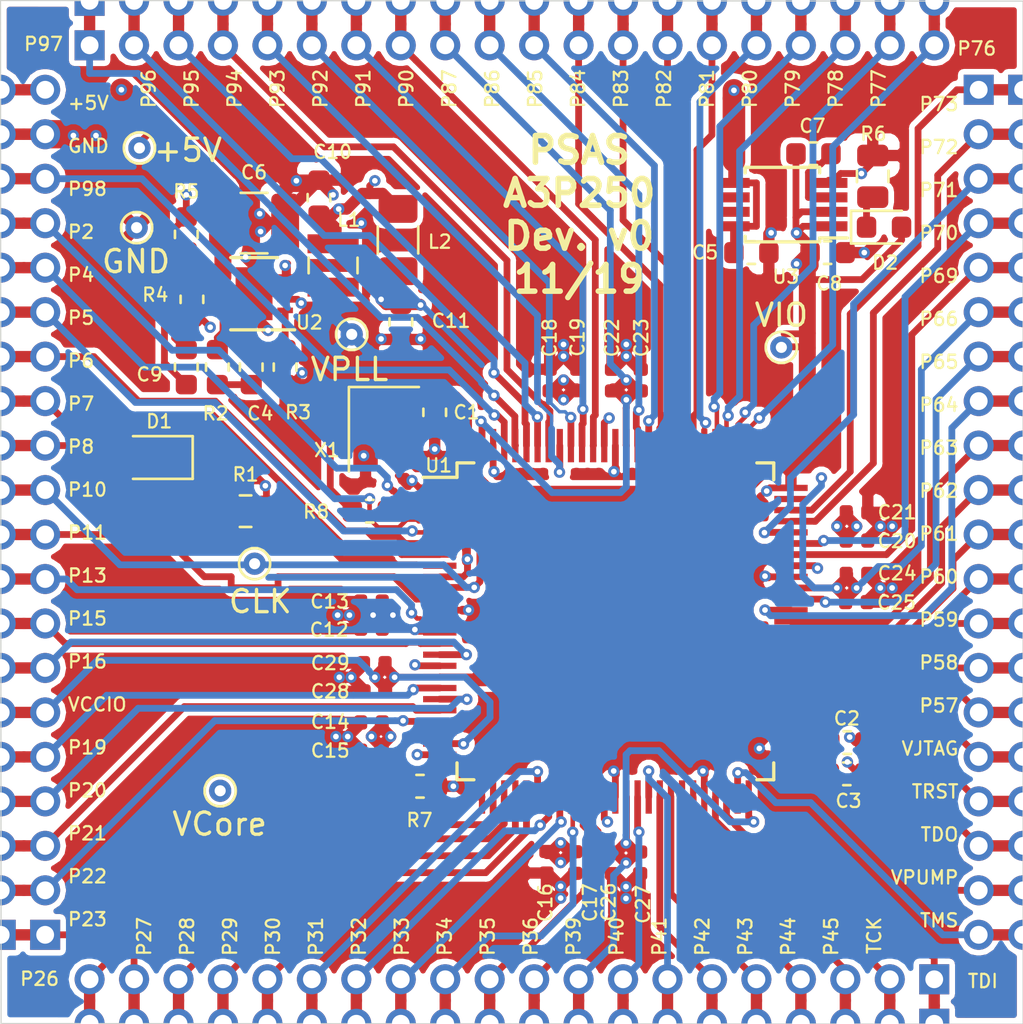
<source format=kicad_pcb>
(kicad_pcb (version 20171130) (host pcbnew 5.0.2-bee76a0~70~ubuntu18.04.1)
  (layers (0 F.Cu signal hide) (1 In1.Cu signal hide) (2 In2.Cu signal hide) (31 B.Cu signal hide) (35 F.Paste user hide) (37 F.SilkS user) (38 B.Mask user) (39 F.Mask user) (44 Edge.Cuts user))
  (net 0 "")
  (net 1 GND)
  (net 2 "Net-(C4-Pad1)")
  (net 3 "Net-(C10-Pad1)")
  (net 4 "Net-(C9-Pad2)")
  (net 5 "Net-(D1-Pad1)")
  (net 6 "Net-(D1-Pad2)")
  (net 7 "Net-(D2-Pad1)")
  (net 8 VCCIB3)
  (net 9 "Net-(J1-Pad1)")
  (net 10 "Net-(J1-Pad2)")
  (net 11 "Net-(J1-Pad3)")
  (net 12 "Net-(J1-Pad4)")
  (net 13 "Net-(J1-Pad5)")
  (net 14 "Net-(J1-Pad6)")
  (net 15 "Net-(J1-Pad7)")
  (net 16 "Net-(J1-Pad8)")
  (net 17 "Net-(J1-Pad10)")
  (net 18 "Net-(J1-Pad11)")
  (net 19 "Net-(J1-Pad12)")
  (net 20 "Net-(J1-Pad13)")
  (net 21 "Net-(J1-Pad14)")
  (net 22 "Net-(J1-Pad15)")
  (net 23 "Net-(J1-Pad16)")
  (net 24 "Net-(J1-Pad17)")
  (net 25 "Net-(J1-Pad18)")
  (net 26 "Net-(J1-Pad19)")
  (net 27 "Net-(J1-Pad20)")
  (net 28 TMS)
  (net 29 VPUMP)
  (net 30 TDO)
  (net 31 TRST)
  (net 32 "Net-(J2-Pad15)")
  (net 33 "Net-(J2-Pad14)")
  (net 34 "Net-(J2-Pad13)")
  (net 35 "Net-(J2-Pad12)")
  (net 36 "Net-(J2-Pad11)")
  (net 37 "Net-(J2-Pad10)")
  (net 38 "Net-(J2-Pad9)")
  (net 39 "Net-(J2-Pad8)")
  (net 40 "Net-(J2-Pad7)")
  (net 41 "Net-(J2-Pad5)")
  (net 42 "Net-(J2-Pad4)")
  (net 43 "Net-(J2-Pad3)")
  (net 44 "Net-(J2-Pad2)")
  (net 45 "Net-(J2-Pad1)")
  (net 46 TDI)
  (net 47 TCK)
  (net 48 "Net-(J3-Pad3)")
  (net 49 "Net-(J3-Pad4)")
  (net 50 "Net-(J3-Pad5)")
  (net 51 "Net-(J3-Pad6)")
  (net 52 "Net-(J3-Pad7)")
  (net 53 "Net-(J3-Pad8)")
  (net 54 "Net-(J3-Pad10)")
  (net 55 "Net-(J3-Pad11)")
  (net 56 "Net-(J3-Pad12)")
  (net 57 "Net-(J3-Pad13)")
  (net 58 "Net-(J3-Pad14)")
  (net 59 "Net-(J3-Pad15)")
  (net 60 "Net-(J3-Pad16)")
  (net 61 "Net-(J3-Pad17)")
  (net 62 "Net-(J3-Pad18)")
  (net 63 "Net-(J3-Pad19)")
  (net 64 "Net-(J3-Pad20)")
  (net 65 +5V)
  (net 66 GAA_IO00RSB0)
  (net 67 "Net-(J4-Pad16)")
  (net 68 "Net-(J4-Pad15)")
  (net 69 "Net-(J4-Pad14)")
  (net 70 "Net-(J4-Pad13)")
  (net 71 "Net-(J4-Pad11)")
  (net 72 "Net-(J4-Pad10)")
  (net 73 "Net-(J4-Pad9)")
  (net 74 "Net-(J4-Pad8)")
  (net 75 "Net-(J4-Pad7)")
  (net 76 "Net-(J4-Pad5)")
  (net 77 "Net-(J4-Pad4)")
  (net 78 "Net-(J4-Pad3)")
  (net 79 "Net-(J4-Pad2)")
  (net 80 "Net-(J4-Pad1)")
  (net 81 "Net-(L1-Pad1)")
  (net 82 "Net-(C11-Pad1)")
  (net 83 "Net-(R2-Pad2)")
  (net 84 "Net-(R3-Pad2)")
  (net 85 "Net-(C7-Pad2)")
  (net 86 "Net-(U3-Pad6)")
  (net 87 "Net-(U3-Pad7)")
  (net 88 "Net-(U1-Pad53)")
  (net 89 "Net-(R8-Pad2)")
  (net 90 "Net-(J4-Pad17)")
  (net 91 "Net-(C22-Pad1)")
  (net 92 "Net-(C24-Pad1)")
  (net 93 "Net-(C26-Pad1)")
  (module Connector_PinHeader_2.00mm:PinHeader_1x20_P2.00mm_Vertical (layer F.Cu) (at 142.87 132.27 270)
    (fp_text reference J3 hide)
    (fp_text value Conn_01x20)
    (pad 20 thru_hole oval (at 0 38 270) (size 1.35 1.35) (drill 0.8) (layers *.Cu *.Mask) (net 64 "Net-(J3-Pad20)"))
    (pad 19 thru_hole oval (at 0 36 270) (size 1.35 1.35) (drill 0.8) (layers *.Cu *.Mask) (net 63 "Net-(J3-Pad19)"))
    (pad 18 thru_hole oval (at 0 34 270) (size 1.35 1.35) (drill 0.8) (layers *.Cu *.Mask) (net 62 "Net-(J3-Pad18)"))
    (pad 17 thru_hole oval (at 0 32 270) (size 1.35 1.35) (drill 0.8) (layers *.Cu *.Mask) (net 61 "Net-(J3-Pad17)"))
    (pad 16 thru_hole oval (at 0 30 270) (size 1.35 1.35) (drill 0.8) (layers *.Cu *.Mask) (net 60 "Net-(J3-Pad16)"))
    (pad 15 thru_hole oval (at 0 28 270) (size 1.35 1.35) (drill 0.8) (layers *.Cu *.Mask) (net 59 "Net-(J3-Pad15)"))
    (pad 14 thru_hole oval (at 0 26 270) (size 1.35 1.35) (drill 0.8) (layers *.Cu *.Mask) (net 58 "Net-(J3-Pad14)"))
    (pad 13 thru_hole oval (at 0 24 270) (size 1.35 1.35) (drill 0.8) (layers *.Cu *.Mask) (net 57 "Net-(J3-Pad13)"))
    (pad 12 thru_hole oval (at 0 22 270) (size 1.35 1.35) (drill 0.8) (layers *.Cu *.Mask) (net 56 "Net-(J3-Pad12)"))
    (pad 11 thru_hole oval (at 0 20 270) (size 1.35 1.35) (drill 0.8) (layers *.Cu *.Mask) (net 55 "Net-(J3-Pad11)"))
    (pad 10 thru_hole oval (at 0 18 270) (size 1.35 1.35) (drill 0.8) (layers *.Cu *.Mask) (net 54 "Net-(J3-Pad10)"))
    (pad 9 thru_hole oval (at 0 16 270) (size 1.35 1.35) (drill 0.8) (layers *.Cu *.Mask) (net 93 "Net-(C26-Pad1)"))
    (pad 8 thru_hole oval (at 0 14 270) (size 1.35 1.35) (drill 0.8) (layers *.Cu *.Mask) (net 53 "Net-(J3-Pad8)"))
    (pad 7 thru_hole oval (at 0 12 270) (size 1.35 1.35) (drill 0.8) (layers *.Cu *.Mask) (net 52 "Net-(J3-Pad7)"))
    (pad 6 thru_hole oval (at 0 10 270) (size 1.35 1.35) (drill 0.8) (layers *.Cu *.Mask) (net 51 "Net-(J3-Pad6)"))
    (pad 5 thru_hole oval (at 0 8 270) (size 1.35 1.35) (drill 0.8) (layers *.Cu *.Mask) (net 50 "Net-(J3-Pad5)"))
    (pad 4 thru_hole oval (at 0 6 270) (size 1.35 1.35) (drill 0.8) (layers *.Cu *.Mask) (net 49 "Net-(J3-Pad4)"))
    (pad 3 thru_hole oval (at 0 4 270) (size 1.35 1.35) (drill 0.8) (layers *.Cu *.Mask) (net 48 "Net-(J3-Pad3)"))
    (pad 2 thru_hole oval (at 0 2 270) (size 1.35 1.35) (drill 0.8) (layers *.Cu *.Mask) (net 47 TCK))
    (pad 1 thru_hole rect (at 0 0 270) (size 1.35 1.35) (drill 0.8) (layers *.Cu *.Mask) (net 46 TDI))
  )
  (module Connector_PinHeader_2.00mm:PinHeader_1x20_P2.00mm_Vertical (layer F.Cu) (at 146.87 90.27)
    (fp_text reference J2 hide)
    (fp_text value Conn_01x20)
    (pad 1 thru_hole rect (at 0 0) (size 1.35 1.35) (drill 0.8) (layers *.Cu *.Mask) (net 45 "Net-(J2-Pad1)"))
    (pad 2 thru_hole oval (at 0 2) (size 1.35 1.35) (drill 0.8) (layers *.Cu *.Mask) (net 44 "Net-(J2-Pad2)"))
    (pad 3 thru_hole oval (at 0 4) (size 1.35 1.35) (drill 0.8) (layers *.Cu *.Mask) (net 43 "Net-(J2-Pad3)"))
    (pad 4 thru_hole oval (at 0 6) (size 1.35 1.35) (drill 0.8) (layers *.Cu *.Mask) (net 42 "Net-(J2-Pad4)"))
    (pad 5 thru_hole oval (at 0 8) (size 1.35 1.35) (drill 0.8) (layers *.Cu *.Mask) (net 41 "Net-(J2-Pad5)"))
    (pad 6 thru_hole oval (at 0 10) (size 1.35 1.35) (drill 0.8) (layers *.Cu *.Mask) (net 92 "Net-(C24-Pad1)"))
    (pad 7 thru_hole oval (at 0 12) (size 1.35 1.35) (drill 0.8) (layers *.Cu *.Mask) (net 40 "Net-(J2-Pad7)"))
    (pad 8 thru_hole oval (at 0 14) (size 1.35 1.35) (drill 0.8) (layers *.Cu *.Mask) (net 39 "Net-(J2-Pad8)"))
    (pad 9 thru_hole oval (at 0 16) (size 1.35 1.35) (drill 0.8) (layers *.Cu *.Mask) (net 38 "Net-(J2-Pad9)"))
    (pad 10 thru_hole oval (at 0 18) (size 1.35 1.35) (drill 0.8) (layers *.Cu *.Mask) (net 37 "Net-(J2-Pad10)"))
    (pad 11 thru_hole oval (at 0 20) (size 1.35 1.35) (drill 0.8) (layers *.Cu *.Mask) (net 36 "Net-(J2-Pad11)"))
    (pad 12 thru_hole oval (at 0 22) (size 1.35 1.35) (drill 0.8) (layers *.Cu *.Mask) (net 35 "Net-(J2-Pad12)"))
    (pad 13 thru_hole oval (at 0 24) (size 1.35 1.35) (drill 0.8) (layers *.Cu *.Mask) (net 34 "Net-(J2-Pad13)"))
    (pad 14 thru_hole oval (at 0 26) (size 1.35 1.35) (drill 0.8) (layers *.Cu *.Mask) (net 33 "Net-(J2-Pad14)"))
    (pad 15 thru_hole oval (at 0 28) (size 1.35 1.35) (drill 0.8) (layers *.Cu *.Mask) (net 32 "Net-(J2-Pad15)"))
    (pad 16 thru_hole oval (at 0 30) (size 1.35 1.35) (drill 0.8) (layers *.Cu *.Mask) (net 8 VCCIB3))
    (pad 17 thru_hole oval (at 0 32) (size 1.35 1.35) (drill 0.8) (layers *.Cu *.Mask) (net 31 TRST))
    (pad 18 thru_hole oval (at 0 34) (size 1.35 1.35) (drill 0.8) (layers *.Cu *.Mask) (net 30 TDO))
    (pad 19 thru_hole oval (at 0 36) (size 1.35 1.35) (drill 0.8) (layers *.Cu *.Mask) (net 29 VPUMP))
    (pad 20 thru_hole oval (at 0 38) (size 1.35 1.35) (drill 0.8) (layers *.Cu *.Mask) (net 28 TMS))
  )
  (module Connector_PinHeader_2.00mm:PinHeader_1x20_P2.00mm_Vertical (layer F.Cu) (at 104.87 86.27 90)
    (fp_text reference J1 hide)
    (fp_text value Conn_01x20)
    (pad 20 thru_hole oval (at 0 38 90) (size 1.35 1.35) (drill 0.8) (layers *.Cu *.Mask) (net 27 "Net-(J1-Pad20)"))
    (pad 19 thru_hole oval (at 0 36 90) (size 1.35 1.35) (drill 0.8) (layers *.Cu *.Mask) (net 26 "Net-(J1-Pad19)"))
    (pad 18 thru_hole oval (at 0 34 90) (size 1.35 1.35) (drill 0.8) (layers *.Cu *.Mask) (net 25 "Net-(J1-Pad18)"))
    (pad 17 thru_hole oval (at 0 32 90) (size 1.35 1.35) (drill 0.8) (layers *.Cu *.Mask) (net 24 "Net-(J1-Pad17)"))
    (pad 16 thru_hole oval (at 0 30 90) (size 1.35 1.35) (drill 0.8) (layers *.Cu *.Mask) (net 23 "Net-(J1-Pad16)"))
    (pad 15 thru_hole oval (at 0 28 90) (size 1.35 1.35) (drill 0.8) (layers *.Cu *.Mask) (net 22 "Net-(J1-Pad15)"))
    (pad 14 thru_hole oval (at 0 26 90) (size 1.35 1.35) (drill 0.8) (layers *.Cu *.Mask) (net 21 "Net-(J1-Pad14)"))
    (pad 13 thru_hole oval (at 0 24 90) (size 1.35 1.35) (drill 0.8) (layers *.Cu *.Mask) (net 20 "Net-(J1-Pad13)"))
    (pad 12 thru_hole oval (at 0 22 90) (size 1.35 1.35) (drill 0.8) (layers *.Cu *.Mask) (net 19 "Net-(J1-Pad12)"))
    (pad 11 thru_hole oval (at 0 20 90) (size 1.35 1.35) (drill 0.8) (layers *.Cu *.Mask) (net 18 "Net-(J1-Pad11)"))
    (pad 10 thru_hole oval (at 0 18 90) (size 1.35 1.35) (drill 0.8) (layers *.Cu *.Mask) (net 17 "Net-(J1-Pad10)"))
    (pad 9 thru_hole oval (at 0 16 90) (size 1.35 1.35) (drill 0.8) (layers *.Cu *.Mask) (net 91 "Net-(C22-Pad1)"))
    (pad 8 thru_hole oval (at 0 14 90) (size 1.35 1.35) (drill 0.8) (layers *.Cu *.Mask) (net 16 "Net-(J1-Pad8)"))
    (pad 7 thru_hole oval (at 0 12 90) (size 1.35 1.35) (drill 0.8) (layers *.Cu *.Mask) (net 15 "Net-(J1-Pad7)"))
    (pad 6 thru_hole oval (at 0 10 90) (size 1.35 1.35) (drill 0.8) (layers *.Cu *.Mask) (net 14 "Net-(J1-Pad6)"))
    (pad 5 thru_hole oval (at 0 8 90) (size 1.35 1.35) (drill 0.8) (layers *.Cu *.Mask) (net 13 "Net-(J1-Pad5)"))
    (pad 4 thru_hole oval (at 0 6 90) (size 1.35 1.35) (drill 0.8) (layers *.Cu *.Mask) (net 12 "Net-(J1-Pad4)"))
    (pad 3 thru_hole oval (at 0 4 90) (size 1.35 1.35) (drill 0.8) (layers *.Cu *.Mask) (net 11 "Net-(J1-Pad3)"))
    (pad 2 thru_hole oval (at 0 2 90) (size 1.35 1.35) (drill 0.8) (layers *.Cu *.Mask) (net 10 "Net-(J1-Pad2)"))
    (pad 1 thru_hole rect (at 0 0 90) (size 1.35 1.35) (drill 0.8) (layers *.Cu *.Mask) (net 9 "Net-(J1-Pad1)"))
  )
  (module Connector_PinHeader_2.00mm:PinHeader_1x20_P2.00mm_Vertical (layer F.Cu) (at 100.87 128.27 180)
    (fp_text reference J4 hide)
    (fp_text value Conn_01x20)
    (pad 1 thru_hole rect (at 0 0 180) (size 1.35 1.35) (drill 0.8) (layers *.Cu *.Mask) (net 80 "Net-(J4-Pad1)"))
    (pad 2 thru_hole oval (at 0 2 180) (size 1.35 1.35) (drill 0.8) (layers *.Cu *.Mask) (net 79 "Net-(J4-Pad2)"))
    (pad 3 thru_hole oval (at 0 4 180) (size 1.35 1.35) (drill 0.8) (layers *.Cu *.Mask) (net 78 "Net-(J4-Pad3)"))
    (pad 4 thru_hole oval (at 0 6 180) (size 1.35 1.35) (drill 0.8) (layers *.Cu *.Mask) (net 77 "Net-(J4-Pad4)"))
    (pad 5 thru_hole oval (at 0 8 180) (size 1.35 1.35) (drill 0.8) (layers *.Cu *.Mask) (net 76 "Net-(J4-Pad5)"))
    (pad 6 thru_hole oval (at 0 10 180) (size 1.35 1.35) (drill 0.8) (layers *.Cu *.Mask) (net 8 VCCIB3))
    (pad 7 thru_hole oval (at 0 12 180) (size 1.35 1.35) (drill 0.8) (layers *.Cu *.Mask) (net 75 "Net-(J4-Pad7)"))
    (pad 8 thru_hole oval (at 0 14 180) (size 1.35 1.35) (drill 0.8) (layers *.Cu *.Mask) (net 74 "Net-(J4-Pad8)"))
    (pad 9 thru_hole oval (at 0 16 180) (size 1.35 1.35) (drill 0.8) (layers *.Cu *.Mask) (net 73 "Net-(J4-Pad9)"))
    (pad 10 thru_hole oval (at 0 18 180) (size 1.35 1.35) (drill 0.8) (layers *.Cu *.Mask) (net 72 "Net-(J4-Pad10)"))
    (pad 11 thru_hole oval (at 0 20 180) (size 1.35 1.35) (drill 0.8) (layers *.Cu *.Mask) (net 71 "Net-(J4-Pad11)"))
    (pad 12 thru_hole oval (at 0 22 180) (size 1.35 1.35) (drill 0.8) (layers *.Cu *.Mask) (net 6 "Net-(D1-Pad2)"))
    (pad 13 thru_hole oval (at 0 24 180) (size 1.35 1.35) (drill 0.8) (layers *.Cu *.Mask) (net 70 "Net-(J4-Pad13)"))
    (pad 14 thru_hole oval (at 0 26 180) (size 1.35 1.35) (drill 0.8) (layers *.Cu *.Mask) (net 69 "Net-(J4-Pad14)"))
    (pad 15 thru_hole oval (at 0 28 180) (size 1.35 1.35) (drill 0.8) (layers *.Cu *.Mask) (net 68 "Net-(J4-Pad15)"))
    (pad 16 thru_hole oval (at 0 30 180) (size 1.35 1.35) (drill 0.8) (layers *.Cu *.Mask) (net 67 "Net-(J4-Pad16)"))
    (pad 17 thru_hole oval (at 0 32 180) (size 1.35 1.35) (drill 0.8) (layers *.Cu *.Mask) (net 90 "Net-(J4-Pad17)"))
    (pad 18 thru_hole oval (at 0 34 180) (size 1.35 1.35) (drill 0.8) (layers *.Cu *.Mask) (net 66 GAA_IO00RSB0))
    (pad 19 thru_hole oval (at 0 36 180) (size 1.35 1.35) (drill 0.8) (layers *.Cu *.Mask) (net 1 GND))
    (pad 20 thru_hole oval (at 0 38 180) (size 1.35 1.35) (drill 0.8) (layers *.Cu *.Mask) (net 65 +5V))
  )
  (module Connector_PinHeader_2.00mm:PinHeader_1x20_P2.00mm_Vertical (layer F.Cu) (at 102.87 128.27 180)
    (fp_text reference J4 hide)
    (fp_text value Conn_01x20)
    (pad 20 thru_hole oval (at 0 38 180) (size 1.35 1.35) (drill 0.8) (layers *.Cu *.Mask) (net 65 +5V))
    (pad 19 thru_hole oval (at 0 36 180) (size 1.35 1.35) (drill 0.8) (layers *.Cu *.Mask) (net 1 GND))
    (pad 18 thru_hole oval (at 0 34 180) (size 1.35 1.35) (drill 0.8) (layers *.Cu *.Mask) (net 66 GAA_IO00RSB0))
    (pad 17 thru_hole oval (at 0 32 180) (size 1.35 1.35) (drill 0.8) (layers *.Cu *.Mask) (net 90 "Net-(J4-Pad17)"))
    (pad 16 thru_hole oval (at 0 30 180) (size 1.35 1.35) (drill 0.8) (layers *.Cu *.Mask) (net 67 "Net-(J4-Pad16)"))
    (pad 15 thru_hole oval (at 0 28 180) (size 1.35 1.35) (drill 0.8) (layers *.Cu *.Mask) (net 68 "Net-(J4-Pad15)"))
    (pad 14 thru_hole oval (at 0 26 180) (size 1.35 1.35) (drill 0.8) (layers *.Cu *.Mask) (net 69 "Net-(J4-Pad14)"))
    (pad 13 thru_hole oval (at 0 24 180) (size 1.35 1.35) (drill 0.8) (layers *.Cu *.Mask) (net 70 "Net-(J4-Pad13)"))
    (pad 12 thru_hole oval (at 0 22 180) (size 1.35 1.35) (drill 0.8) (layers *.Cu *.Mask) (net 6 "Net-(D1-Pad2)"))
    (pad 11 thru_hole oval (at 0 20 180) (size 1.35 1.35) (drill 0.8) (layers *.Cu *.Mask) (net 71 "Net-(J4-Pad11)"))
    (pad 10 thru_hole oval (at 0 18 180) (size 1.35 1.35) (drill 0.8) (layers *.Cu *.Mask) (net 72 "Net-(J4-Pad10)"))
    (pad 9 thru_hole oval (at 0 16 180) (size 1.35 1.35) (drill 0.8) (layers *.Cu *.Mask) (net 73 "Net-(J4-Pad9)"))
    (pad 8 thru_hole oval (at 0 14 180) (size 1.35 1.35) (drill 0.8) (layers *.Cu *.Mask) (net 74 "Net-(J4-Pad8)"))
    (pad 7 thru_hole oval (at 0 12 180) (size 1.35 1.35) (drill 0.8) (layers *.Cu *.Mask) (net 75 "Net-(J4-Pad7)"))
    (pad 6 thru_hole oval (at 0 10 180) (size 1.35 1.35) (drill 0.8) (layers *.Cu *.Mask) (net 8 VCCIB3))
    (pad 5 thru_hole oval (at 0 8 180) (size 1.35 1.35) (drill 0.8) (layers *.Cu *.Mask) (net 76 "Net-(J4-Pad5)"))
    (pad 4 thru_hole oval (at 0 6 180) (size 1.35 1.35) (drill 0.8) (layers *.Cu *.Mask) (net 77 "Net-(J4-Pad4)"))
    (pad 3 thru_hole oval (at 0 4 180) (size 1.35 1.35) (drill 0.8) (layers *.Cu *.Mask) (net 78 "Net-(J4-Pad3)"))
    (pad 2 thru_hole oval (at 0 2 180) (size 1.35 1.35) (drill 0.8) (layers *.Cu *.Mask) (net 79 "Net-(J4-Pad2)"))
    (pad 1 thru_hole rect (at 0 0 180) (size 1.35 1.35) (drill 0.8) (layers *.Cu *.Mask) (net 80 "Net-(J4-Pad1)"))
  )
  (module Connector_PinHeader_2.00mm:PinHeader_1x20_P2.00mm_Vertical (layer F.Cu) (at 142.87 130.27 270)
    (fp_text reference J3 hide)
    (fp_text value Conn_01x20)
    (pad 1 thru_hole rect (at 0 0 270) (size 1.35 1.35) (drill 0.8) (layers *.Cu *.Mask) (net 46 TDI))
    (pad 2 thru_hole oval (at 0 2 270) (size 1.35 1.35) (drill 0.8) (layers *.Cu *.Mask) (net 47 TCK))
    (pad 3 thru_hole oval (at 0 4 270) (size 1.35 1.35) (drill 0.8) (layers *.Cu *.Mask) (net 48 "Net-(J3-Pad3)"))
    (pad 4 thru_hole oval (at 0 6 270) (size 1.35 1.35) (drill 0.8) (layers *.Cu *.Mask) (net 49 "Net-(J3-Pad4)"))
    (pad 5 thru_hole oval (at 0 8 270) (size 1.35 1.35) (drill 0.8) (layers *.Cu *.Mask) (net 50 "Net-(J3-Pad5)"))
    (pad 6 thru_hole oval (at 0 10 270) (size 1.35 1.35) (drill 0.8) (layers *.Cu *.Mask) (net 51 "Net-(J3-Pad6)"))
    (pad 7 thru_hole oval (at 0 12 270) (size 1.35 1.35) (drill 0.8) (layers *.Cu *.Mask) (net 52 "Net-(J3-Pad7)"))
    (pad 8 thru_hole oval (at 0 14 270) (size 1.35 1.35) (drill 0.8) (layers *.Cu *.Mask) (net 53 "Net-(J3-Pad8)"))
    (pad 9 thru_hole oval (at 0 16 270) (size 1.35 1.35) (drill 0.8) (layers *.Cu *.Mask) (net 93 "Net-(C26-Pad1)"))
    (pad 10 thru_hole oval (at 0 18 270) (size 1.35 1.35) (drill 0.8) (layers *.Cu *.Mask) (net 54 "Net-(J3-Pad10)"))
    (pad 11 thru_hole oval (at 0 20 270) (size 1.35 1.35) (drill 0.8) (layers *.Cu *.Mask) (net 55 "Net-(J3-Pad11)"))
    (pad 12 thru_hole oval (at 0 22 270) (size 1.35 1.35) (drill 0.8) (layers *.Cu *.Mask) (net 56 "Net-(J3-Pad12)"))
    (pad 13 thru_hole oval (at 0 24 270) (size 1.35 1.35) (drill 0.8) (layers *.Cu *.Mask) (net 57 "Net-(J3-Pad13)"))
    (pad 14 thru_hole oval (at 0 26 270) (size 1.35 1.35) (drill 0.8) (layers *.Cu *.Mask) (net 58 "Net-(J3-Pad14)"))
    (pad 15 thru_hole oval (at 0 28 270) (size 1.35 1.35) (drill 0.8) (layers *.Cu *.Mask) (net 59 "Net-(J3-Pad15)"))
    (pad 16 thru_hole oval (at 0 30 270) (size 1.35 1.35) (drill 0.8) (layers *.Cu *.Mask) (net 60 "Net-(J3-Pad16)"))
    (pad 17 thru_hole oval (at 0 32 270) (size 1.35 1.35) (drill 0.8) (layers *.Cu *.Mask) (net 61 "Net-(J3-Pad17)"))
    (pad 18 thru_hole oval (at 0 34 270) (size 1.35 1.35) (drill 0.8) (layers *.Cu *.Mask) (net 62 "Net-(J3-Pad18)"))
    (pad 19 thru_hole oval (at 0 36 270) (size 1.35 1.35) (drill 0.8) (layers *.Cu *.Mask) (net 63 "Net-(J3-Pad19)"))
    (pad 20 thru_hole oval (at 0 38 270) (size 1.35 1.35) (drill 0.8) (layers *.Cu *.Mask) (net 64 "Net-(J3-Pad20)"))
  )
  (module Capacitor_SMD:C_0402_1005Metric (layer F.Cu) (at 139.3698 113.3094)
    (fp_text reference C25 (at 1.8034 0.0254) (layer F.SilkS) (effects (font (size 0.6 0.6) (thickness 0.1))))
    (fp_text value 0.01uF)
    (pad 2 smd roundrect (at 0.485 0) (size 0.59 0.64) (layers F.Cu F.Paste F.Mask) (net 1 GND))
    (pad 1 smd roundrect (at -0.485 0) (size 0.59 0.64) (layers F.Cu F.Paste F.Mask) (net 92 "Net-(C24-Pad1)"))
  )
  (module Capacitor_SMD:C_0402_1005Metric (layer F.Cu) (at 139.3952 112.0394)
    (fp_text reference C24 (at 1.8034 -0.0254) (layer F.SilkS) (effects (font (size 0.6 0.6) (thickness 0.1))))
    (fp_text value .1uF)
    (pad 1 smd roundrect (at -0.485 0) (size 0.59 0.64) (layers F.Cu F.Paste F.Mask) (net 92 "Net-(C24-Pad1)"))
    (pad 2 smd roundrect (at 0.485 0) (size 0.59 0.64) (layers F.Cu F.Paste F.Mask) (net 1 GND))
  )
  (module Capacitor_SMD:C_0402_1005Metric (layer F.Cu) (at 117.5512 118.7196 180)
    (fp_text reference C14 (at 1.8542 0.0254 180) (layer F.SilkS) (effects (font (size 0.6 0.6) (thickness 0.1))))
    (fp_text value .1uF)
    (pad 1 smd roundrect (at -0.485 0 180) (size 0.59 0.64) (layers F.Cu F.Paste F.Mask) (net 3 "Net-(C10-Pad1)"))
    (pad 2 smd roundrect (at 0.485 0 180) (size 0.59 0.64) (layers F.Cu F.Paste F.Mask) (net 1 GND))
  )
  (module Connector_PinHeader_2.00mm:PinHeader_1x20_P2.00mm_Vertical (layer F.Cu) (at 104.87 88.27 90)
    (fp_text reference J1 hide)
    (fp_text value Conn_01x20)
    (pad 1 thru_hole rect (at 0 0 90) (size 1.35 1.35) (drill 0.8) (layers *.Cu *.Mask) (net 9 "Net-(J1-Pad1)"))
    (pad 2 thru_hole oval (at 0 2 90) (size 1.35 1.35) (drill 0.8) (layers *.Cu *.Mask) (net 10 "Net-(J1-Pad2)"))
    (pad 3 thru_hole oval (at 0 4 90) (size 1.35 1.35) (drill 0.8) (layers *.Cu *.Mask) (net 11 "Net-(J1-Pad3)"))
    (pad 4 thru_hole oval (at 0 6 90) (size 1.35 1.35) (drill 0.8) (layers *.Cu *.Mask) (net 12 "Net-(J1-Pad4)"))
    (pad 5 thru_hole oval (at 0 8 90) (size 1.35 1.35) (drill 0.8) (layers *.Cu *.Mask) (net 13 "Net-(J1-Pad5)"))
    (pad 6 thru_hole oval (at 0 10 90) (size 1.35 1.35) (drill 0.8) (layers *.Cu *.Mask) (net 14 "Net-(J1-Pad6)"))
    (pad 7 thru_hole oval (at 0 12 90) (size 1.35 1.35) (drill 0.8) (layers *.Cu *.Mask) (net 15 "Net-(J1-Pad7)"))
    (pad 8 thru_hole oval (at 0 14 90) (size 1.35 1.35) (drill 0.8) (layers *.Cu *.Mask) (net 16 "Net-(J1-Pad8)"))
    (pad 9 thru_hole oval (at 0 16 90) (size 1.35 1.35) (drill 0.8) (layers *.Cu *.Mask) (net 91 "Net-(C22-Pad1)"))
    (pad 10 thru_hole oval (at 0 18 90) (size 1.35 1.35) (drill 0.8) (layers *.Cu *.Mask) (net 17 "Net-(J1-Pad10)"))
    (pad 11 thru_hole oval (at 0 20 90) (size 1.35 1.35) (drill 0.8) (layers *.Cu *.Mask) (net 18 "Net-(J1-Pad11)"))
    (pad 12 thru_hole oval (at 0 22 90) (size 1.35 1.35) (drill 0.8) (layers *.Cu *.Mask) (net 19 "Net-(J1-Pad12)"))
    (pad 13 thru_hole oval (at 0 24 90) (size 1.35 1.35) (drill 0.8) (layers *.Cu *.Mask) (net 20 "Net-(J1-Pad13)"))
    (pad 14 thru_hole oval (at 0 26 90) (size 1.35 1.35) (drill 0.8) (layers *.Cu *.Mask) (net 21 "Net-(J1-Pad14)"))
    (pad 15 thru_hole oval (at 0 28 90) (size 1.35 1.35) (drill 0.8) (layers *.Cu *.Mask) (net 22 "Net-(J1-Pad15)"))
    (pad 16 thru_hole oval (at 0 30 90) (size 1.35 1.35) (drill 0.8) (layers *.Cu *.Mask) (net 23 "Net-(J1-Pad16)"))
    (pad 17 thru_hole oval (at 0 32 90) (size 1.35 1.35) (drill 0.8) (layers *.Cu *.Mask) (net 24 "Net-(J1-Pad17)"))
    (pad 18 thru_hole oval (at 0 34 90) (size 1.35 1.35) (drill 0.8) (layers *.Cu *.Mask) (net 25 "Net-(J1-Pad18)"))
    (pad 19 thru_hole oval (at 0 36 90) (size 1.35 1.35) (drill 0.8) (layers *.Cu *.Mask) (net 26 "Net-(J1-Pad19)"))
    (pad 20 thru_hole oval (at 0 38 90) (size 1.35 1.35) (drill 0.8) (layers *.Cu *.Mask) (net 27 "Net-(J1-Pad20)"))
  )
  (module Connector_PinHeader_2.00mm:PinHeader_1x20_P2.00mm_Vertical (layer F.Cu) (at 144.87 90.27)
    (fp_text reference J2 hide)
    (fp_text value Conn_01x20)
    (pad 20 thru_hole oval (at 0 38) (size 1.35 1.35) (drill 0.8) (layers *.Cu *.Mask) (net 28 TMS))
    (pad 19 thru_hole oval (at 0 36) (size 1.35 1.35) (drill 0.8) (layers *.Cu *.Mask) (net 29 VPUMP))
    (pad 18 thru_hole oval (at 0 34) (size 1.35 1.35) (drill 0.8) (layers *.Cu *.Mask) (net 30 TDO))
    (pad 17 thru_hole oval (at 0 32) (size 1.35 1.35) (drill 0.8) (layers *.Cu *.Mask) (net 31 TRST))
    (pad 16 thru_hole oval (at 0 30) (size 1.35 1.35) (drill 0.8) (layers *.Cu *.Mask) (net 8 VCCIB3))
    (pad 15 thru_hole oval (at 0 28) (size 1.35 1.35) (drill 0.8) (layers *.Cu *.Mask) (net 32 "Net-(J2-Pad15)"))
    (pad 14 thru_hole oval (at 0 26) (size 1.35 1.35) (drill 0.8) (layers *.Cu *.Mask) (net 33 "Net-(J2-Pad14)"))
    (pad 13 thru_hole oval (at 0 24) (size 1.35 1.35) (drill 0.8) (layers *.Cu *.Mask) (net 34 "Net-(J2-Pad13)"))
    (pad 12 thru_hole oval (at 0 22) (size 1.35 1.35) (drill 0.8) (layers *.Cu *.Mask) (net 35 "Net-(J2-Pad12)"))
    (pad 11 thru_hole oval (at 0 20) (size 1.35 1.35) (drill 0.8) (layers *.Cu *.Mask) (net 36 "Net-(J2-Pad11)"))
    (pad 10 thru_hole oval (at 0 18) (size 1.35 1.35) (drill 0.8) (layers *.Cu *.Mask) (net 37 "Net-(J2-Pad10)"))
    (pad 9 thru_hole oval (at 0 16) (size 1.35 1.35) (drill 0.8) (layers *.Cu *.Mask) (net 38 "Net-(J2-Pad9)"))
    (pad 8 thru_hole oval (at 0 14) (size 1.35 1.35) (drill 0.8) (layers *.Cu *.Mask) (net 39 "Net-(J2-Pad8)"))
    (pad 7 thru_hole oval (at 0 12) (size 1.35 1.35) (drill 0.8) (layers *.Cu *.Mask) (net 40 "Net-(J2-Pad7)"))
    (pad 6 thru_hole oval (at 0 10) (size 1.35 1.35) (drill 0.8) (layers *.Cu *.Mask) (net 92 "Net-(C24-Pad1)"))
    (pad 5 thru_hole oval (at 0 8) (size 1.35 1.35) (drill 0.8) (layers *.Cu *.Mask) (net 41 "Net-(J2-Pad5)"))
    (pad 4 thru_hole oval (at 0 6) (size 1.35 1.35) (drill 0.8) (layers *.Cu *.Mask) (net 42 "Net-(J2-Pad4)"))
    (pad 3 thru_hole oval (at 0 4) (size 1.35 1.35) (drill 0.8) (layers *.Cu *.Mask) (net 43 "Net-(J2-Pad3)"))
    (pad 2 thru_hole oval (at 0 2) (size 1.35 1.35) (drill 0.8) (layers *.Cu *.Mask) (net 44 "Net-(J2-Pad2)"))
    (pad 1 thru_hole rect (at 0 0) (size 1.35 1.35) (drill 0.8) (layers *.Cu *.Mask) (net 45 "Net-(J2-Pad1)"))
  )
  (module Capacitor_SMD:C_0603_1608Metric (layer F.Cu) (at 112.141 102.743 90)
    (fp_text reference C4 (at -2.0828 0.4064 180) (layer F.SilkS) (effects (font (size 0.6 0.6) (thickness 0.1))))
    (fp_text value 680pF)
    (pad 1 smd roundrect (at -0.7875 0 90) (size 0.875 0.95) (layers F.Cu F.Paste F.Mask) (net 2 "Net-(C4-Pad1)"))
    (pad 2 smd roundrect (at 0.7875 0 90) (size 0.875 0.95) (layers F.Cu F.Paste F.Mask) (net 1 GND))
  )
  (module Capacitor_SMD:C_0603_1608Metric (layer F.Cu) (at 109.22 102.743 90)
    (fp_text reference C9 (at -0.3302 -1.651 180) (layer F.SilkS) (effects (font (size 0.6 0.6) (thickness 0.1))))
    (fp_text value 22pF)
    (pad 2 smd roundrect (at 0.7875 0 90) (size 0.875 0.95) (layers F.Cu F.Paste F.Mask) (net 4 "Net-(C9-Pad2)"))
    (pad 1 smd roundrect (at -0.7875 0 90) (size 0.875 0.95) (layers F.Cu F.Paste F.Mask) (net 3 "Net-(C10-Pad1)"))
  )
  (module LED_SMD:LED_0805_2012Metric (layer F.Cu) (at 107.823 106.807 180)
    (fp_text reference D1 (at -0.1778 1.6256 180) (layer F.SilkS) (effects (font (size 0.6 0.6) (thickness 0.1))))
    (fp_text value LED_ALT)
    (pad 2 smd roundrect (at 0.9375 0 180) (size 0.975 1.4) (layers F.Cu F.Paste F.Mask) (net 6 "Net-(D1-Pad2)"))
    (pad 1 smd roundrect (at -0.9375 0 180) (size 0.975 1.4) (layers F.Cu F.Paste F.Mask) (net 5 "Net-(D1-Pad1)"))
  )
  (module LED_SMD:LED_0603_1608Metric (layer F.Cu) (at 140.611696 96.449249)
    (fp_text reference D2 (at 0.053504 1.594751) (layer F.SilkS) (effects (font (size 0.6 0.6) (thickness 0.1))))
    (fp_text value LED_ALT)
    (pad 2 smd roundrect (at 0.7875 0) (size 0.875 0.95) (layers F.Cu F.Paste F.Mask) (net 8 VCCIB3))
    (pad 1 smd roundrect (at -0.7875 0) (size 0.875 0.95) (layers F.Cu F.Paste F.Mask) (net 7 "Net-(D2-Pad1)"))
  )
  (module Inductor_SMD:L_Wuerth_MAPI-2512 (layer F.Cu) (at 115.824 98.171 90)
    (fp_text reference L1 (at 2.0574 0.7112 180) (layer F.SilkS) (effects (font (size 0.6 0.6) (thickness 0.1))))
    (fp_text value 2.2uH)
    (pad 2 smd rect (at 0.975 0 90) (size 0.85 2.3) (layers F.Cu F.Paste F.Mask) (net 3 "Net-(C10-Pad1)"))
    (pad 1 smd rect (at -0.975 0 90) (size 0.85 2.3) (layers F.Cu F.Paste F.Mask) (net 81 "Net-(L1-Pad1)"))
  )
  (module Inductor_SMD:L_1206_3216Metric (layer F.Cu) (at 118.745 97.028 270)
    (fp_text reference L2 (at 0.0762 -1.8796) (layer F.SilkS) (effects (font (size 0.6 0.6) (thickness 0.1))))
    (fp_text value 6.8uH)
    (pad 2 smd roundrect (at 1.4 0 270) (size 1.25 1.75) (layers F.Cu F.Paste F.Mask) (roundrect_rratio 0.2) (net 82 "Net-(C11-Pad1)"))
    (pad 1 smd roundrect (at -1.4 0 270) (size 1.25 1.75) (layers F.Cu F.Paste F.Mask) (roundrect_rratio 0.2) (net 3 "Net-(C10-Pad1)"))
  )
  (module Resistor_SMD:R_0805_2012Metric (layer F.Cu) (at 111.887 109.22)
    (fp_text reference R1 (at 0 -1.65) (layer F.SilkS) (effects (font (size 0.6 0.6) (thickness 0.1))))
    (fp_text value 200)
    (pad 1 smd roundrect (at -0.9375 0) (size 0.975 1.4) (layers F.Cu F.Paste F.Mask) (net 5 "Net-(D1-Pad1)"))
    (pad 2 smd roundrect (at 0.9375 0) (size 0.975 1.4) (layers F.Cu F.Paste F.Mask) (net 1 GND))
  )
  (module Resistor_SMD:R_0603_1608Metric (layer F.Cu) (at 110.617 102.743 90)
    (fp_text reference R2 (at -2.0828 -0.0762 180) (layer F.SilkS) (effects (font (size 0.6 0.6) (thickness 0.1))))
    (fp_text value 16.9K)
    (pad 1 smd roundrect (at -0.7875 0 90) (size 0.875 0.95) (layers F.Cu F.Paste F.Mask) (net 2 "Net-(C4-Pad1)"))
    (pad 2 smd roundrect (at 0.7875 0 90) (size 0.875 0.95) (layers F.Cu F.Paste F.Mask) (net 83 "Net-(R2-Pad2)"))
  )
  (module Resistor_SMD:R_0603_1608Metric (layer F.Cu) (at 113.665 102.743 90)
    (fp_text reference R3 (at -2.032 0.5842 180) (layer F.SilkS) (effects (font (size 0.6 0.6) (thickness 0.1))))
    (fp_text value 549K)
    (pad 2 smd roundrect (at 0.7875 0 90) (size 0.875 0.95) (layers F.Cu F.Paste F.Mask) (net 84 "Net-(R3-Pad2)"))
    (pad 1 smd roundrect (at -0.7875 0 90) (size 0.875 0.95) (layers F.Cu F.Paste F.Mask) (net 1 GND))
  )
  (module Resistor_SMD:R_0603_1608Metric (layer F.Cu) (at 109.474 99.695 90)
    (fp_text reference R4 (at 0.2032 -1.651 180) (layer F.SilkS) (effects (font (size 0.6 0.6) (thickness 0.1))))
    (fp_text value 287K)
    (pad 1 smd roundrect (at -0.7875 0 90) (size 0.875 0.95) (layers F.Cu F.Paste F.Mask) (net 1 GND))
    (pad 2 smd roundrect (at 0.7875 0 90) (size 0.875 0.95) (layers F.Cu F.Paste F.Mask) (net 4 "Net-(C9-Pad2)"))
  )
  (module Resistor_SMD:R_0603_1608Metric (layer F.Cu) (at 109.22 96.774 270)
    (fp_text reference R5 (at -1.9304 0) (layer F.SilkS) (effects (font (size 0.6 0.6) (thickness 0.1))))
    (fp_text value 249K)
    (pad 2 smd roundrect (at 0.7875 0 270) (size 0.875 0.95) (layers F.Cu F.Paste F.Mask) (net 4 "Net-(C9-Pad2)"))
    (pad 1 smd roundrect (at -0.7875 0 270) (size 0.875 0.95) (layers F.Cu F.Paste F.Mask) (net 3 "Net-(C10-Pad1)"))
  )
  (module Resistor_SMD:R_0805_2012Metric (layer F.Cu) (at 140.103696 94.163249 90)
    (fp_text reference R6 (at 1.910449 0.028104 180) (layer F.SilkS) (effects (font (size 0.6 0.6) (thickness 0.1))))
    (fp_text value 200)
    (pad 2 smd roundrect (at 0.9375 0 90) (size 0.975 1.4) (layers F.Cu F.Paste F.Mask) (net 1 GND))
    (pad 1 smd roundrect (at -0.9375 0 90) (size 0.975 1.4) (layers F.Cu F.Paste F.Mask) (net 7 "Net-(D2-Pad1)"))
  )
  (module Package_DFN_QFN:DFN-8-1EP_3x3mm_P0.5mm_EP1.66x2.38mm (layer F.Cu) (at 112.268 99.441 180)
    (fp_text reference U2 (at -2.4892 -1.2954 180) (layer F.SilkS) (effects (font (size 0.6 0.6) (thickness 0.1))))
    (fp_text value LTC3561A)
    (pad 9 smd rect (at 0 0 180) (size 1.66 2.38) (layers F.Cu F.Mask) (net 1 GND))
    (pad 8 smd rect (at 1.4 -0.75 180) (size 0.7 0.25) (layers F.Cu F.Paste F.Mask) (net 83 "Net-(R2-Pad2)"))
    (pad 7 smd rect (at 1.4 -0.25 180) (size 0.7 0.25) (layers F.Cu F.Paste F.Mask) (net 4 "Net-(C9-Pad2)"))
    (pad 6 smd rect (at 1.4 0.25 180) (size 0.7 0.25) (layers F.Cu F.Paste F.Mask) (net 65 +5V))
    (pad 5 smd rect (at 1.4 0.75 180) (size 0.7 0.25) (layers F.Cu F.Paste F.Mask) (net 65 +5V))
    (pad 4 smd rect (at -1.4 0.75 180) (size 0.7 0.25) (layers F.Cu F.Paste F.Mask) (net 1 GND))
    (pad 3 smd rect (at -1.4 0.25 180) (size 0.7 0.25) (layers F.Cu F.Paste F.Mask) (net 81 "Net-(L1-Pad1)"))
    (pad 2 smd rect (at -1.4 -0.25 180) (size 0.7 0.25) (layers F.Cu F.Paste F.Mask) (net 1 GND))
    (pad 1 smd rect (at -1.4 -0.75 180) (size 0.7 0.25) (layers F.Cu F.Paste F.Mask) (net 84 "Net-(R3-Pad2)"))
  )
  (module Package_SO:MSOP-8_3x3mm_P0.65mm (layer F.Cu) (at 136.039696 95.433249 180)
    (fp_text reference U3 (at -0.155104 -3.245751 180) (layer F.SilkS) (effects (font (size 0.6 0.6) (thickness 0.1))))
    (fp_text value LT1962-3.3)
    (pad 8 smd rect (at 2.2 -0.975 180) (size 1.45 0.45) (layers F.Cu F.Paste F.Mask) (net 65 +5V))
    (pad 7 smd rect (at 2.2 -0.325 180) (size 1.45 0.45) (layers F.Cu F.Paste F.Mask) (net 87 "Net-(U3-Pad7)"))
    (pad 6 smd rect (at 2.2 0.325 180) (size 1.45 0.45) (layers F.Cu F.Paste F.Mask) (net 86 "Net-(U3-Pad6)"))
    (pad 5 smd rect (at 2.2 0.975 180) (size 1.45 0.45) (layers F.Cu F.Paste F.Mask) (net 65 +5V))
    (pad 4 smd rect (at -2.2 0.975 180) (size 1.45 0.45) (layers F.Cu F.Paste F.Mask) (net 1 GND))
    (pad 3 smd rect (at -2.2 0.325 180) (size 1.45 0.45) (layers F.Cu F.Paste F.Mask) (net 85 "Net-(C7-Pad2)"))
    (pad 2 smd rect (at -2.2 -0.325 180) (size 1.45 0.45) (layers F.Cu F.Paste F.Mask) (net 8 VCCIB3))
    (pad 1 smd rect (at -2.2 -0.975 180) (size 1.45 0.45) (layers F.Cu F.Paste F.Mask) (net 8 VCCIB3))
  )
  (module Oscillator:Oscillator_SMD_Abracon_ASE-4Pin_3.2x2.5mm (layer F.Cu) (at 118.11 105.537 270)
    (fp_text reference X1 (at 0.9398 2.5654) (layer F.SilkS) (effects (font (size 0.6 0.6) (thickness 0.1))))
    (fp_text value ASE-25MHz)
    (pad 4 smd rect (at -1.05 -0.825 270) (size 1.3 1.1) (layers F.Cu F.Paste F.Mask) (net 8 VCCIB3))
    (pad 3 smd rect (at 1.05 -0.825 270) (size 1.3 1.1) (layers F.Cu F.Paste F.Mask) (net 71 "Net-(J4-Pad11)"))
    (pad 2 smd rect (at 1.05 0.825 270) (size 1.3 1.1) (layers F.Cu F.Paste F.Mask) (net 1 GND))
    (pad 1 smd rect (at -1.05 0.825 270) (size 1.3 1.1) (layers F.Cu F.Paste F.Mask) (net 8 VCCIB3))
  )
  (module Package_QFP:LQFP-100_14x14mm_P0.5mm (layer F.Cu) (at 128.524 114.173)
    (fp_text reference U1 (at -7.9502 -7.0104) (layer F.SilkS) (effects (font (size 0.6 0.6) (thickness 0.1))))
    (fp_text value A3P250)
    (pad 100 smd rect (at -6 -7.9 90) (size 1.5 0.28) (layers F.Cu F.Paste F.Mask) (net 91 "Net-(C22-Pad1)"))
    (pad 99 smd rect (at -5.5 -7.9 90) (size 1.5 0.28) (layers F.Cu F.Paste F.Mask) (net 1 GND))
    (pad 98 smd rect (at -5 -7.9 90) (size 1.5 0.28) (layers F.Cu F.Paste F.Mask) (net 66 GAA_IO00RSB0))
    (pad 97 smd rect (at -4.5 -7.9 90) (size 1.5 0.28) (layers F.Cu F.Paste F.Mask) (net 9 "Net-(J1-Pad1)"))
    (pad 96 smd rect (at -4 -7.9 90) (size 1.5 0.28) (layers F.Cu F.Paste F.Mask) (net 10 "Net-(J1-Pad2)"))
    (pad 95 smd rect (at -3.5 -7.9 90) (size 1.5 0.28) (layers F.Cu F.Paste F.Mask) (net 11 "Net-(J1-Pad3)"))
    (pad 94 smd rect (at -3 -7.9 90) (size 1.5 0.28) (layers F.Cu F.Paste F.Mask) (net 12 "Net-(J1-Pad4)"))
    (pad 93 smd rect (at -2.5 -7.9 90) (size 1.5 0.28) (layers F.Cu F.Paste F.Mask) (net 13 "Net-(J1-Pad5)"))
    (pad 92 smd rect (at -2 -7.9 90) (size 1.5 0.28) (layers F.Cu F.Paste F.Mask) (net 14 "Net-(J1-Pad6)"))
    (pad 91 smd rect (at -1.5 -7.9 90) (size 1.5 0.28) (layers F.Cu F.Paste F.Mask) (net 15 "Net-(J1-Pad7)"))
    (pad 90 smd rect (at -1 -7.9 90) (size 1.5 0.28) (layers F.Cu F.Paste F.Mask) (net 16 "Net-(J1-Pad8)"))
    (pad 89 smd rect (at -0.5 -7.9 90) (size 1.5 0.28) (layers F.Cu F.Paste F.Mask) (net 3 "Net-(C10-Pad1)"))
    (pad 88 smd rect (at 0 -7.9 90) (size 1.5 0.28) (layers F.Cu F.Paste F.Mask) (net 1 GND))
    (pad 87 smd rect (at 0.5 -7.9 90) (size 1.5 0.28) (layers F.Cu F.Paste F.Mask) (net 91 "Net-(C22-Pad1)"))
    (pad 86 smd rect (at 1 -7.9 90) (size 1.5 0.28) (layers F.Cu F.Paste F.Mask) (net 17 "Net-(J1-Pad10)"))
    (pad 85 smd rect (at 1.5 -7.9 90) (size 1.5 0.28) (layers F.Cu F.Paste F.Mask) (net 18 "Net-(J1-Pad11)"))
    (pad 84 smd rect (at 2 -7.9 90) (size 1.5 0.28) (layers F.Cu F.Paste F.Mask) (net 19 "Net-(J1-Pad12)"))
    (pad 83 smd rect (at 2.5 -7.9 90) (size 1.5 0.28) (layers F.Cu F.Paste F.Mask) (net 20 "Net-(J1-Pad13)"))
    (pad 82 smd rect (at 3 -7.9 90) (size 1.5 0.28) (layers F.Cu F.Paste F.Mask) (net 21 "Net-(J1-Pad14)"))
    (pad 81 smd rect (at 3.5 -7.9 90) (size 1.5 0.28) (layers F.Cu F.Paste F.Mask) (net 22 "Net-(J1-Pad15)"))
    (pad 80 smd rect (at 4 -7.9 90) (size 1.5 0.28) (layers F.Cu F.Paste F.Mask) (net 23 "Net-(J1-Pad16)"))
    (pad 79 smd rect (at 4.5 -7.9 90) (size 1.5 0.28) (layers F.Cu F.Paste F.Mask) (net 24 "Net-(J1-Pad17)"))
    (pad 78 smd rect (at 5 -7.9 90) (size 1.5 0.28) (layers F.Cu F.Paste F.Mask) (net 25 "Net-(J1-Pad18)"))
    (pad 77 smd rect (at 5.5 -7.9 90) (size 1.5 0.28) (layers F.Cu F.Paste F.Mask) (net 26 "Net-(J1-Pad19)"))
    (pad 76 smd rect (at 6 -7.9 90) (size 1.5 0.28) (layers F.Cu F.Paste F.Mask) (net 27 "Net-(J1-Pad20)"))
    (pad 75 smd rect (at 7.9 -6) (size 1.5 0.28) (layers F.Cu F.Paste F.Mask) (net 1 GND))
    (pad 74 smd rect (at 7.9 -5.5) (size 1.5 0.28) (layers F.Cu F.Paste F.Mask) (net 92 "Net-(C24-Pad1)"))
    (pad 73 smd rect (at 7.9 -5) (size 1.5 0.28) (layers F.Cu F.Paste F.Mask) (net 45 "Net-(J2-Pad1)"))
    (pad 72 smd rect (at 7.9 -4.5) (size 1.5 0.28) (layers F.Cu F.Paste F.Mask) (net 44 "Net-(J2-Pad2)"))
    (pad 71 smd rect (at 7.9 -4) (size 1.5 0.28) (layers F.Cu F.Paste F.Mask) (net 43 "Net-(J2-Pad3)"))
    (pad 70 smd rect (at 7.9 -3.5) (size 1.5 0.28) (layers F.Cu F.Paste F.Mask) (net 42 "Net-(J2-Pad4)"))
    (pad 69 smd rect (at 7.9 -3) (size 1.5 0.28) (layers F.Cu F.Paste F.Mask) (net 41 "Net-(J2-Pad5)"))
    (pad 68 smd rect (at 7.9 -2.5) (size 1.5 0.28) (layers F.Cu F.Paste F.Mask) (net 3 "Net-(C10-Pad1)"))
    (pad 67 smd rect (at 7.9 -2) (size 1.5 0.28) (layers F.Cu F.Paste F.Mask) (net 1 GND))
    (pad 66 smd rect (at 7.9 -1.5) (size 1.5 0.28) (layers F.Cu F.Paste F.Mask) (net 92 "Net-(C24-Pad1)"))
    (pad 65 smd rect (at 7.9 -1) (size 1.5 0.28) (layers F.Cu F.Paste F.Mask) (net 40 "Net-(J2-Pad7)"))
    (pad 64 smd rect (at 7.9 -0.5) (size 1.5 0.28) (layers F.Cu F.Paste F.Mask) (net 39 "Net-(J2-Pad8)"))
    (pad 63 smd rect (at 7.9 0) (size 1.5 0.28) (layers F.Cu F.Paste F.Mask) (net 38 "Net-(J2-Pad9)"))
    (pad 62 smd rect (at 7.9 0.5) (size 1.5 0.28) (layers F.Cu F.Paste F.Mask) (net 37 "Net-(J2-Pad10)"))
    (pad 61 smd rect (at 7.9 1) (size 1.5 0.28) (layers F.Cu F.Paste F.Mask) (net 36 "Net-(J2-Pad11)"))
    (pad 60 smd rect (at 7.9 1.5) (size 1.5 0.28) (layers F.Cu F.Paste F.Mask) (net 35 "Net-(J2-Pad12)"))
    (pad 59 smd rect (at 7.9 2) (size 1.5 0.28) (layers F.Cu F.Paste F.Mask) (net 34 "Net-(J2-Pad13)"))
    (pad 58 smd rect (at 7.9 2.5) (size 1.5 0.28) (layers F.Cu F.Paste F.Mask) (net 33 "Net-(J2-Pad14)"))
    (pad 57 smd rect (at 7.9 3) (size 1.5 0.28) (layers F.Cu F.Paste F.Mask) (net 32 "Net-(J2-Pad15)"))
    (pad 56 smd rect (at 7.9 3.5) (size 1.5 0.28) (layers F.Cu F.Paste F.Mask) (net 8 VCCIB3))
    (pad 55 smd rect (at 7.9 4) (size 1.5 0.28) (layers F.Cu F.Paste F.Mask) (net 31 TRST))
    (pad 54 smd rect (at 7.9 4.5) (size 1.5 0.28) (layers F.Cu F.Paste F.Mask) (net 30 TDO))
    (pad 53 smd rect (at 7.9 5) (size 1.5 0.28) (layers F.Cu F.Paste F.Mask) (net 88 "Net-(U1-Pad53)"))
    (pad 52 smd rect (at 7.9 5.5) (size 1.5 0.28) (layers F.Cu F.Paste F.Mask) (net 29 VPUMP))
    (pad 51 smd rect (at 7.9 6) (size 1.5 0.28) (layers F.Cu F.Paste F.Mask) (net 1 GND))
    (pad 50 smd rect (at 6 7.9 90) (size 1.5 0.28) (layers F.Cu F.Paste F.Mask) (net 93 "Net-(C26-Pad1)"))
    (pad 49 smd rect (at 5.5 7.9 90) (size 1.5 0.28) (layers F.Cu F.Paste F.Mask) (net 28 TMS))
    (pad 48 smd rect (at 5 7.9 90) (size 1.5 0.28) (layers F.Cu F.Paste F.Mask) (net 46 TDI))
    (pad 47 smd rect (at 4.5 7.9 90) (size 1.5 0.28) (layers F.Cu F.Paste F.Mask) (net 47 TCK))
    (pad 46 smd rect (at 4 7.9 90) (size 1.5 0.28) (layers F.Cu F.Paste F.Mask) (net 1 GND))
    (pad 45 smd rect (at 3.5 7.9 90) (size 1.5 0.28) (layers F.Cu F.Paste F.Mask) (net 48 "Net-(J3-Pad3)"))
    (pad 44 smd rect (at 3 7.9 90) (size 1.5 0.28) (layers F.Cu F.Paste F.Mask) (net 49 "Net-(J3-Pad4)"))
    (pad 43 smd rect (at 2.5 7.9 90) (size 1.5 0.28) (layers F.Cu F.Paste F.Mask) (net 50 "Net-(J3-Pad5)"))
    (pad 42 smd rect (at 2 7.9 90) (size 1.5 0.28) (layers F.Cu F.Paste F.Mask) (net 51 "Net-(J3-Pad6)"))
    (pad 41 smd rect (at 1.5 7.9 90) (size 1.5 0.28) (layers F.Cu F.Paste F.Mask) (net 52 "Net-(J3-Pad7)"))
    (pad 40 smd rect (at 1 7.9 90) (size 1.5 0.28) (layers F.Cu F.Paste F.Mask) (net 53 "Net-(J3-Pad8)"))
    (pad 39 smd rect (at 0.5 7.9 90) (size 1.5 0.28) (layers F.Cu F.Paste F.Mask) (net 93 "Net-(C26-Pad1)"))
    (pad 38 smd rect (at 0 7.9 90) (size 1.5 0.28) (layers F.Cu F.Paste F.Mask) (net 1 GND))
    (pad 37 smd rect (at -0.5 7.9 90) (size 1.5 0.28) (layers F.Cu F.Paste F.Mask) (net 3 "Net-(C10-Pad1)"))
    (pad 36 smd rect (at -1 7.9 90) (size 1.5 0.28) (layers F.Cu F.Paste F.Mask) (net 54 "Net-(J3-Pad10)"))
    (pad 35 smd rect (at -1.5 7.9 90) (size 1.5 0.28) (layers F.Cu F.Paste F.Mask) (net 55 "Net-(J3-Pad11)"))
    (pad 34 smd rect (at -2 7.9 90) (size 1.5 0.28) (layers F.Cu F.Paste F.Mask) (net 56 "Net-(J3-Pad12)"))
    (pad 33 smd rect (at -2.5 7.9 90) (size 1.5 0.28) (layers F.Cu F.Paste F.Mask) (net 57 "Net-(J3-Pad13)"))
    (pad 32 smd rect (at -3 7.9 90) (size 1.5 0.28) (layers F.Cu F.Paste F.Mask) (net 58 "Net-(J3-Pad14)"))
    (pad 31 smd rect (at -3.5 7.9 90) (size 1.5 0.28) (layers F.Cu F.Paste F.Mask) (net 59 "Net-(J3-Pad15)"))
    (pad 30 smd rect (at -4 7.9 90) (size 1.5 0.28) (layers F.Cu F.Paste F.Mask) (net 60 "Net-(J3-Pad16)"))
    (pad 29 smd rect (at -4.5 7.9 90) (size 1.5 0.28) (layers F.Cu F.Paste F.Mask) (net 61 "Net-(J3-Pad17)"))
    (pad 28 smd rect (at -5 7.9 90) (size 1.5 0.28) (layers F.Cu F.Paste F.Mask) (net 62 "Net-(J3-Pad18)"))
    (pad 27 smd rect (at -5.5 7.9 90) (size 1.5 0.28) (layers F.Cu F.Paste F.Mask) (net 63 "Net-(J3-Pad19)"))
    (pad 26 smd rect (at -6 7.9 90) (size 1.5 0.28) (layers F.Cu F.Paste F.Mask) (net 64 "Net-(J3-Pad20)"))
    (pad 25 smd rect (at -7.9 6) (size 1.5 0.28) (layers F.Cu F.Paste F.Mask) (net 1 GND))
    (pad 24 smd rect (at -7.9 5.5) (size 1.5 0.28) (layers F.Cu F.Paste F.Mask) (net 8 VCCIB3))
    (pad 23 smd rect (at -7.9 5) (size 1.5 0.28) (layers F.Cu F.Paste F.Mask) (net 80 "Net-(J4-Pad1)"))
    (pad 22 smd rect (at -7.9 4.5) (size 1.5 0.28) (layers F.Cu F.Paste F.Mask) (net 79 "Net-(J4-Pad2)"))
    (pad 21 smd rect (at -7.9 4) (size 1.5 0.28) (layers F.Cu F.Paste F.Mask) (net 78 "Net-(J4-Pad3)"))
    (pad 20 smd rect (at -7.9 3.5) (size 1.5 0.28) (layers F.Cu F.Paste F.Mask) (net 77 "Net-(J4-Pad4)"))
    (pad 19 smd rect (at -7.9 3) (size 1.5 0.28) (layers F.Cu F.Paste F.Mask) (net 76 "Net-(J4-Pad5)"))
    (pad 18 smd rect (at -7.9 2.5) (size 1.5 0.28) (layers F.Cu F.Paste F.Mask) (net 8 VCCIB3))
    (pad 17 smd rect (at -7.9 2) (size 1.5 0.28) (layers F.Cu F.Paste F.Mask) (net 3 "Net-(C10-Pad1)"))
    (pad 16 smd rect (at -7.9 1.5) (size 1.5 0.28) (layers F.Cu F.Paste F.Mask) (net 75 "Net-(J4-Pad7)"))
    (pad 15 smd rect (at -7.9 1) (size 1.5 0.28) (layers F.Cu F.Paste F.Mask) (net 74 "Net-(J4-Pad8)"))
    (pad 14 smd rect (at -7.9 0.5) (size 1.5 0.28) (layers F.Cu F.Paste F.Mask) (net 82 "Net-(C11-Pad1)"))
    (pad 13 smd rect (at -7.9 0) (size 1.5 0.28) (layers F.Cu F.Paste F.Mask) (net 73 "Net-(J4-Pad9)"))
    (pad 12 smd rect (at -7.9 -0.5) (size 1.5 0.28) (layers F.Cu F.Paste F.Mask) (net 1 GND))
    (pad 11 smd rect (at -7.9 -1) (size 1.5 0.28) (layers F.Cu F.Paste F.Mask) (net 72 "Net-(J4-Pad10)"))
    (pad 10 smd rect (at -7.9 -1.5) (size 1.5 0.28) (layers F.Cu F.Paste F.Mask) (net 71 "Net-(J4-Pad11)"))
    (pad 9 smd rect (at -7.9 -2) (size 1.5 0.28) (layers F.Cu F.Paste F.Mask) (net 1 GND))
    (pad 8 smd rect (at -7.9 -2.5) (size 1.5 0.28) (layers F.Cu F.Paste F.Mask) (net 6 "Net-(D1-Pad2)"))
    (pad 7 smd rect (at -7.9 -3) (size 1.5 0.28) (layers F.Cu F.Paste F.Mask) (net 70 "Net-(J4-Pad13)"))
    (pad 6 smd rect (at -7.9 -3.5) (size 1.5 0.28) (layers F.Cu F.Paste F.Mask) (net 69 "Net-(J4-Pad14)"))
    (pad 5 smd rect (at -7.9 -4) (size 1.5 0.28) (layers F.Cu F.Paste F.Mask) (net 68 "Net-(J4-Pad15)"))
    (pad 4 smd rect (at -7.9 -4.5) (size 1.5 0.28) (layers F.Cu F.Paste F.Mask) (net 67 "Net-(J4-Pad16)"))
    (pad 3 smd rect (at -7.9 -5) (size 1.5 0.28) (layers F.Cu F.Paste F.Mask) (net 89 "Net-(R8-Pad2)"))
    (pad 2 smd rect (at -7.9 -5.5) (size 1.5 0.28) (layers F.Cu F.Paste F.Mask) (net 90 "Net-(J4-Pad17)"))
    (pad 1 smd rect (at -7.9 -6) (size 1.5 0.28) (layers F.Cu F.Paste F.Mask) (net 1 GND))
  )
  (module Capacitor_SMD:C_0603_1608Metric (layer F.Cu) (at 120.396 104.775 270)
    (fp_text reference C1 (at 0 -1.43) (layer F.SilkS) (effects (font (size 0.6 0.6) (thickness 0.1))))
    (fp_text value 0.01uF)
    (pad 1 smd roundrect (at -0.7875 0 270) (size 0.875 0.95) (layers F.Cu F.Paste F.Mask) (net 8 VCCIB3))
    (pad 2 smd roundrect (at 0.7875 0 270) (size 0.875 0.95) (layers F.Cu F.Paste F.Mask) (net 1 GND))
  )
  (module Capacitor_SMD:C_0603_1608Metric (layer F.Cu) (at 138.957001 119.627001)
    (fp_text reference C2 (at -0.019001 -1.085201) (layer F.SilkS) (effects (font (size 0.6 0.6) (thickness 0.1))))
    (fp_text value 0.33uF)
    (pad 2 smd roundrect (at 0.7875 0) (size 0.875 0.95) (layers F.Cu F.Paste F.Mask) (net 1 GND))
    (pad 1 smd roundrect (at -0.7875 0) (size 0.875 0.95) (layers F.Cu F.Paste F.Mask) (net 29 VPUMP))
  )
  (module Capacitor_SMD:C_0603_1608Metric (layer F.Cu) (at 138.938 121.031)
    (fp_text reference C3 (at 0.0762 1.2192) (layer F.SilkS) (effects (font (size 0.6 0.6) (thickness 0.1))))
    (fp_text value 0.01uF)
    (pad 1 smd roundrect (at -0.7875 0) (size 0.875 0.95) (layers F.Cu F.Paste F.Mask) (net 29 VPUMP))
    (pad 2 smd roundrect (at 0.7875 0) (size 0.875 0.95) (layers F.Cu F.Paste F.Mask) (net 1 GND))
  )
  (module Capacitor_SMD:C_0603_1608Metric (layer F.Cu) (at 134.642696 97.592249)
    (fp_text reference C5 (at -2.080096 -0.005449 180) (layer F.SilkS) (effects (font (size 0.6 0.6) (thickness 0.1))))
    (fp_text value 1uF)
    (pad 2 smd roundrect (at 0.7875 0) (size 0.875 0.95) (layers F.Cu F.Paste F.Mask) (net 1 GND))
    (pad 1 smd roundrect (at -0.7875 0) (size 0.875 0.95) (layers F.Cu F.Paste F.Mask) (net 65 +5V))
  )
  (module Capacitor_SMD:C_1210_3225Metric (layer F.Cu) (at 112.268 96.266)
    (fp_text reference C6 (at 0 -2.28) (layer F.SilkS) (effects (font (size 0.6 0.6) (thickness 0.1))))
    (fp_text value 22uF)
    (pad 2 smd roundrect (at 1.4 0) (size 1.25 2.65) (layers F.Cu F.Paste F.Mask) (roundrect_rratio 0.2) (net 1 GND))
    (pad 1 smd roundrect (at -1.4 0) (size 1.25 2.65) (layers F.Cu F.Paste F.Mask) (roundrect_rratio 0.2) (net 65 +5V))
  )
  (module Capacitor_SMD:C_0603_1608Metric (layer F.Cu) (at 137.436696 93.147249)
    (fp_text reference C7 (at -0.048096 -1.250049) (layer F.SilkS) (effects (font (size 0.6 0.6) (thickness 0.1))))
    (fp_text value 0.01uF)
    (pad 1 smd roundrect (at -0.7875 0) (size 0.875 0.95) (layers F.Cu F.Paste F.Mask) (net 8 VCCIB3))
    (pad 2 smd roundrect (at 0.7875 0) (size 0.875 0.95) (layers F.Cu F.Paste F.Mask) (net 85 "Net-(C7-Pad2)"))
  )
  (module Capacitor_SMD:C_0603_1608Metric (layer F.Cu) (at 138.071696 97.592249)
    (fp_text reference C8 (at 0.078904 1.391551) (layer F.SilkS) (effects (font (size 0.6 0.6) (thickness 0.1))))
    (fp_text value 10uF)
    (pad 2 smd roundrect (at 0.7875 0) (size 0.875 0.95) (layers F.Cu F.Paste F.Mask) (net 1 GND))
    (pad 1 smd roundrect (at -0.7875 0) (size 0.875 0.95) (layers F.Cu F.Paste F.Mask) (net 8 VCCIB3))
  )
  (module Capacitor_SMD:C_0603_1608Metric (layer F.Cu) (at 115.189 95.123 90)
    (fp_text reference C10 (at 2.0574 0.6096 180) (layer F.SilkS) (effects (font (size 0.6 0.6) (thickness 0.1))))
    (fp_text value 10uF)
    (pad 2 smd roundrect (at 0.7875 0 90) (size 0.875 0.95) (layers F.Cu F.Paste F.Mask) (net 1 GND))
    (pad 1 smd roundrect (at -0.7875 0 90) (size 0.875 0.95) (layers F.Cu F.Paste F.Mask) (net 3 "Net-(C10-Pad1)"))
  )
  (module Capacitor_SMD:C_0603_1608Metric (layer F.Cu) (at 118.872 100.711 270)
    (fp_text reference C11 (at -0.0508 -2.2606) (layer F.SilkS) (effects (font (size 0.6 0.6) (thickness 0.1))))
    (fp_text value 10uF)
    (pad 1 smd roundrect (at -0.7875 0 270) (size 0.875 0.95) (layers F.Cu F.Paste F.Mask) (net 82 "Net-(C11-Pad1)"))
    (pad 2 smd roundrect (at 0.7875 0 270) (size 0.875 0.95) (layers F.Cu F.Paste F.Mask) (net 1 GND))
  )
  (module Capacitor_SMD:C_0402_1005Metric (layer F.Cu) (at 117.5512 114.5032 180)
    (fp_text reference C12 (at 1.905 -0.0508 180) (layer F.SilkS) (effects (font (size 0.6 0.6) (thickness 0.1))))
    (fp_text value .1uF)
    (pad 2 smd roundrect (at 0.485 0 180) (size 0.59 0.64) (layers F.Cu F.Paste F.Mask) (net 1 GND))
    (pad 1 smd roundrect (at -0.485 0 180) (size 0.59 0.64) (layers F.Cu F.Paste F.Mask) (net 82 "Net-(C11-Pad1)"))
  )
  (module Capacitor_SMD:C_0402_1005Metric (layer F.Cu) (at 125.422032 125.0062 270)
    (fp_text reference C16 (at 1.816 0.047632 270) (layer F.SilkS) (effects (font (size 0.6 0.6) (thickness 0.1))))
    (fp_text value .1uF)
    (pad 2 smd roundrect (at 0.485 0 270) (size 0.59 0.64) (layers F.Cu F.Paste F.Mask) (net 1 GND))
    (pad 1 smd roundrect (at -0.485 0 270) (size 0.59 0.64) (layers F.Cu F.Paste F.Mask) (net 3 "Net-(C10-Pad1)"))
  )
  (module Capacitor_SMD:C_0402_1005Metric (layer F.Cu) (at 125.566692 103.321566 90)
    (fp_text reference C18 (at 1.899366 0 90) (layer F.SilkS) (effects (font (size 0.6 0.6) (thickness 0.1))))
    (fp_text value .1uF)
    (pad 1 smd roundrect (at -0.485 0 90) (size 0.59 0.64) (layers F.Cu F.Paste F.Mask) (net 3 "Net-(C10-Pad1)"))
    (pad 2 smd roundrect (at 0.485 0 90) (size 0.59 0.64) (layers F.Cu F.Paste F.Mask) (net 1 GND))
  )
  (module Capacitor_SMD:C_0402_1005Metric (layer F.Cu) (at 139.3952 110.5408)
    (fp_text reference C20 (at 1.8034 0.0254) (layer F.SilkS) (effects (font (size 0.6 0.6) (thickness 0.1))))
    (fp_text value .1uF)
    (pad 2 smd roundrect (at 0.485 0) (size 0.59 0.64) (layers F.Cu F.Paste F.Mask) (net 1 GND))
    (pad 1 smd roundrect (at -0.485 0) (size 0.59 0.64) (layers F.Cu F.Paste F.Mask) (net 3 "Net-(C10-Pad1)"))
  )
  (module Resistor_SMD:R_0603_1608Metric (layer F.Cu) (at 119.7356 121.5898)
    (fp_text reference R7 (at -0.0254 1.524) (layer F.SilkS) (effects (font (size 0.6 0.6) (thickness 0.1))))
    (fp_text value 20K)
    (pad 2 smd roundrect (at 0.7875 0) (size 0.875 0.95) (layers F.Cu F.Paste F.Mask) (net 1 GND))
    (pad 1 smd roundrect (at -0.7875 0) (size 0.875 0.95) (layers F.Cu F.Paste F.Mask) (net 80 "Net-(J4-Pad1)"))
  )
  (module Resistor_SMD:R_0603_1608Metric (layer F.Cu) (at 117.475 109.22)
    (fp_text reference R8 (at -2.413 0.0254) (layer F.SilkS) (effects (font (size 0.6 0.6) (thickness 0.1))))
    (fp_text value 20K)
    (pad 1 smd roundrect (at -0.7875 0) (size 0.875 0.95) (layers F.Cu F.Paste F.Mask) (net 8 VCCIB3))
    (pad 2 smd roundrect (at 0.7875 0) (size 0.875 0.95) (layers F.Cu F.Paste F.Mask) (net 89 "Net-(R8-Pad2)"))
  )
  (module Capacitor_SMD:C_0402_1005Metric (layer F.Cu) (at 128.3716 103.3272 90)
    (fp_text reference C22 (at 1.905 0 90) (layer F.SilkS) (effects (font (size 0.6 0.6) (thickness 0.1))))
    (fp_text value .1uF)
    (pad 2 smd roundrect (at 0.485 0 90) (size 0.59 0.64) (layers F.Cu F.Paste F.Mask) (net 1 GND))
    (pad 1 smd roundrect (at -0.485 0 90) (size 0.59 0.64) (layers F.Cu F.Paste F.Mask) (net 91 "Net-(C22-Pad1)"))
  )
  (module Capacitor_SMD:C_0402_1005Metric (layer F.Cu) (at 129.667 103.3272 90)
    (fp_text reference C23 (at 1.905 0.0254 90) (layer F.SilkS) (effects (font (size 0.6 0.6) (thickness 0.1))))
    (fp_text value 0.01uF)
    (pad 1 smd roundrect (at -0.485 0 90) (size 0.59 0.64) (layers F.Cu F.Paste F.Mask) (net 91 "Net-(C22-Pad1)"))
    (pad 2 smd roundrect (at 0.485 0 90) (size 0.59 0.64) (layers F.Cu F.Paste F.Mask) (net 1 GND))
  )
  (module Capacitor_SMD:C_0402_1005Metric (layer F.Cu) (at 128.368432 125.0316 270)
    (fp_text reference C26 (at 1.7652 0.149232 270) (layer F.SilkS) (effects (font (size 0.6 0.6) (thickness 0.1))))
    (fp_text value .1uF)
    (pad 1 smd roundrect (at -0.485 0 270) (size 0.59 0.64) (layers F.Cu F.Paste F.Mask) (net 93 "Net-(C26-Pad1)"))
    (pad 2 smd roundrect (at 0.485 0 270) (size 0.59 0.64) (layers F.Cu F.Paste F.Mask) (net 1 GND))
  )
  (module Capacitor_SMD:C_0402_1005Metric (layer F.Cu) (at 129.638432 125.0316 270)
    (fp_text reference C27 (at 1.8668 -0.130168 270) (layer F.SilkS) (effects (font (size 0.6 0.6) (thickness 0.1))))
    (fp_text value 0.01uF)
    (pad 2 smd roundrect (at 0.485 0 270) (size 0.59 0.64) (layers F.Cu F.Paste F.Mask) (net 1 GND))
    (pad 1 smd roundrect (at -0.485 0 270) (size 0.59 0.64) (layers F.Cu F.Paste F.Mask) (net 93 "Net-(C26-Pad1)"))
  )
  (module Capacitor_SMD:C_0402_1005Metric (layer F.Cu) (at 117.7036 117.3226 180)
    (fp_text reference C28 (at 2.0066 0 180) (layer F.SilkS) (effects (font (size 0.6 0.6) (thickness 0.1))))
    (fp_text value .1uF)
    (pad 1 smd roundrect (at -0.485 0 180) (size 0.59 0.64) (layers F.Cu F.Paste F.Mask) (net 8 VCCIB3))
    (pad 2 smd roundrect (at 0.485 0 180) (size 0.59 0.64) (layers F.Cu F.Paste F.Mask) (net 1 GND))
  )
  (module Capacitor_SMD:C_0402_1005Metric (layer F.Cu) (at 117.6782 116.0526 180)
    (fp_text reference C29 (at 1.9812 0 180) (layer F.SilkS) (effects (font (size 0.6 0.6) (thickness 0.1))))
    (fp_text value 0.01uF)
    (pad 2 smd roundrect (at 0.485 0 180) (size 0.59 0.64) (layers F.Cu F.Paste F.Mask) (net 1 GND))
    (pad 1 smd roundrect (at -0.485 0 180) (size 0.59 0.64) (layers F.Cu F.Paste F.Mask) (net 8 VCCIB3))
  )
  (module Capacitor_SMD:C_0402_1005Metric (layer F.Cu) (at 117.5512 113.284 180)
    (fp_text reference C13 (at 1.8796 0 180) (layer F.SilkS) (effects (font (size 0.6 0.6) (thickness 0.1))))
    (fp_text value 0.01uF)
    (pad 1 smd roundrect (at -0.485 0 180) (size 0.59 0.64) (layers F.Cu F.Paste F.Mask) (net 82 "Net-(C11-Pad1)"))
    (pad 2 smd roundrect (at 0.485 0 180) (size 0.59 0.64) (layers F.Cu F.Paste F.Mask) (net 1 GND))
  )
  (module Capacitor_SMD:C_0402_1005Metric (layer F.Cu) (at 117.5512 119.9896 180)
    (fp_text reference C15 (at 1.8542 0 180) (layer F.SilkS) (effects (font (size 0.6 0.6) (thickness 0.1))))
    (fp_text value 0.01uF)
    (pad 1 smd roundrect (at -0.485 0 180) (size 0.59 0.64) (layers F.Cu F.Paste F.Mask) (net 3 "Net-(C10-Pad1)"))
    (pad 2 smd roundrect (at 0.485 0 180) (size 0.59 0.64) (layers F.Cu F.Paste F.Mask) (net 1 GND))
  )
  (module Capacitor_SMD:C_0402_1005Metric (layer F.Cu) (at 126.7206 125.0188 270)
    (fp_text reference C17 (at 1.8034 -0.6604 270) (layer F.SilkS) (effects (font (size 0.6 0.6) (thickness 0.1))))
    (fp_text value 0.01uF)
    (pad 2 smd roundrect (at 0.485 0 270) (size 0.59 0.64) (layers F.Cu F.Paste F.Mask) (net 1 GND))
    (pad 1 smd roundrect (at -0.485 0 270) (size 0.59 0.64) (layers F.Cu F.Paste F.Mask) (net 3 "Net-(C10-Pad1)"))
  )
  (module Capacitor_SMD:C_0402_1005Metric (layer F.Cu) (at 126.811292 103.321566 90)
    (fp_text reference C19 (at 1.924766 0.010908 90) (layer F.SilkS) (effects (font (size 0.6 0.6) (thickness 0.1))))
    (fp_text value 0.01uF)
    (pad 2 smd roundrect (at 0.485 0 90) (size 0.59 0.64) (layers F.Cu F.Paste F.Mask) (net 1 GND))
    (pad 1 smd roundrect (at -0.485 0 90) (size 0.59 0.64) (layers F.Cu F.Paste F.Mask) (net 3 "Net-(C10-Pad1)"))
  )
  (module Capacitor_SMD:C_0402_1005Metric (layer F.Cu) (at 139.3952 109.2708)
    (fp_text reference C21 (at 1.8034 0) (layer F.SilkS) (effects (font (size 0.6 0.6) (thickness 0.1))))
    (fp_text value 0.01uF)
    (pad 1 smd roundrect (at -0.485 0) (size 0.59 0.64) (layers F.Cu F.Paste F.Mask) (net 3 "Net-(C10-Pad1)"))
    (pad 2 smd roundrect (at 0.485 0) (size 0.59 0.64) (layers F.Cu F.Paste F.Mask) (net 1 GND))
  )
  (module TestPoint:TestPoint_THTPad_D1.0mm_Drill0.5mm (layer F.Cu) (at 135.9916 101.854)
    (fp_text reference VIO (at 0 -1.448) (layer F.SilkS))
    (fp_text value VCCIO)
    (pad 1 thru_hole circle (at 0 0) (size 1 1) (drill 0.5) (layers *.Cu *.Mask) (net 8 VCCIB3))
  )
  (module TestPoint:TestPoint_THTPad_D1.0mm_Drill0.5mm (layer F.Cu) (at 112.2934 111.5822)
    (fp_text reference CLK (at 0.254 1.7018) (layer F.SilkS))
    (fp_text value VCCIO)
    (pad 1 thru_hole circle (at 0 0) (size 1 1) (drill 0.5) (layers *.Cu *.Mask) (net 71 "Net-(J4-Pad11)"))
  )
  (module TestPoint:TestPoint_THTPad_D1.0mm_Drill0.5mm (layer F.Cu) (at 107.1118 92.8878)
    (fp_text reference +5V (at 2.1844 0.1016) (layer F.SilkS))
    (fp_text value +5V)
    (pad 1 thru_hole circle (at 0 0) (size 1 1) (drill 0.5) (layers *.Cu *.Mask) (net 65 +5V))
  )
  (module TestPoint:TestPoint_THTPad_D1.0mm_Drill0.5mm (layer F.Cu) (at 106.9848 96.4692)
    (fp_text reference GND (at -0.0254 1.524) (layer F.SilkS))
    (fp_text value GND)
    (pad 1 thru_hole circle (at 0 0) (size 1 1) (drill 0.5) (layers *.Cu *.Mask) (net 1 GND))
  )
  (module TestPoint:TestPoint_THTPad_D1.0mm_Drill0.5mm (layer F.Cu) (at 110.744 121.793)
    (fp_text reference VCore (at -0.0254 1.4986) (layer F.SilkS))
    (fp_text value "1.5V Core")
    (pad 1 thru_hole circle (at 0 0) (size 1 1) (drill 0.5) (layers *.Cu *.Mask) (net 3 "Net-(C10-Pad1)"))
  )
  (module TestPoint:TestPoint_THTPad_D1.0mm_Drill0.5mm (layer F.Cu) (at 116.6622 101.2698)
    (fp_text reference VPLL (at -0.1016 1.5748) (layer F.SilkS))
    (fp_text value "1.5V PLL")
    (pad 1 thru_hole circle (at 0 0) (size 1 1) (drill 0.5) (layers *.Cu *.Mask) (net 82 "Net-(C11-Pad1)"))
  )
  (gr_text "PSAS\nA3P250\nDev. v0\n11/19" (at 126.8984 95.885) (layer F.SilkS) (effects (font (size 1.2 1.2) (thickness 0.25))))
  (gr_text P76 (at 145.7198 88.4174) (layer F.SilkS) (effects (font (size 0.6 0.6) (thickness 0.1)) (justify right)))
  (gr_text P97 (at 103.7336 88.2142) (layer F.SilkS) (effects (font (size 0.6 0.6) (thickness 0.1)) (justify right)))
  (gr_text "P96\n\nP95\n\nP94\n\nP93\n\nP92\n\nP91\n\nP90\n\nP87\n\nP86\n\nP85\n\nP84\n\nP83\n\nP82\n\nP81\n\nP80\n\nP79\n\nP78\n\nP77" (at 123.952 89.281 90) (layer F.SilkS) (effects (font (size 0.6 0.6) (thickness 0.1)) (justify right)))
  (gr_text TDI (at 145.796 130.3528) (layer F.SilkS) (effects (font (size 0.6 0.6) (thickness 0.1)) (justify right)))
  (gr_text P26 (at 103.5558 130.2512) (layer F.SilkS) (effects (font (size 0.6 0.6) (thickness 0.1)) (justify right)))
  (gr_line (start 100.8888 132.2578) (end 100.8634 86.2584) (layer Edge.Cuts) (width 0.05))
  (gr_line (start 146.8628 132.2832) (end 100.8888 132.2578) (layer Edge.Cuts) (width 0.05))
  (gr_line (start 146.8628 86.2838) (end 146.8628 132.2832) (layer Edge.Cuts) (width 0.05))
  (gr_line (start 100.8634 86.2584) (end 146.8628 86.2838) (layer Edge.Cuts) (width 0.05))
  (gr_text "P27\n\nP28\n\nP29\n\nP30\n\nP31\n\nP32\n\nP33\n\nP34\n\nP35\n\nP36\n\nP39\n\nP40\n\nP41\n\nP42\n\nP43\n\nP44\n\nP45\n\nTCK" (at 123.7488 127.4064 90) (layer F.SilkS) (effects (font (size 0.6 0.6) (thickness 0.1)) (justify right)))
  (gr_text "P73\n\nP72\n\nP71\n\nP70\n\nP69\n\nP66\n\nP65\n\nP64\n\nP63\n\nP62\n\nP61\n\nP60\n\nP59\n\nP58\n\nP57\n\nVJTAG\n\nTRST\n\nTDO\n\nVPUMP\n\nTMS" (at 144.018 109.2708) (layer F.SilkS) (effects (font (size 0.6 0.6) (thickness 0.1)) (justify right)))
  (gr_text "+5V\n\nGND\n\nP98\n\nP2\n\nP4\n\nP5\n\nP6\n\nP7\n\nP8\n\nP10\n\nP11\n\nP13\n\nP15\n\nP16\n\nVCCIO\n\nP19\n\nP20\n\nP21\n\nP22\n\nP23\n" (at 103.8352 109.22) (layer F.SilkS) (effects (font (size 0.6 0.6) (thickness 0.1)) (justify left)))
  (segment (start 112.943 96.266) (end 112.522 95.845) (width 0.508) (layer F.Cu) (net 1))
  (segment (start 113.668 96.266) (end 112.943 96.266) (width 0.508) (layer F.Cu) (net 1))
  (via (at 112.522 95.845) (size 0.508) (drill 0.254) (layers F.Cu B.Cu) (net 1))
  (segment (start 112.943 96.266) (end 112.562 96.647) (width 0.508) (layer F.Cu) (net 1))
  (via (at 112.562 96.647) (size 0.508) (drill 0.254) (layers F.Cu B.Cu) (net 1))
  (segment (start 113.668 95.8565) (end 115.189 94.3355) (width 0.508) (layer F.Cu) (net 1))
  (segment (start 113.668 96.266) (end 113.668 95.8565) (width 0.508) (layer F.Cu) (net 1))
  (via (at 111.887 97.79) (size 0.508) (drill 0.254) (layers F.Cu B.Cu) (net 1))
  (segment (start 112.268 98.171) (end 111.887 97.79) (width 0.508) (layer F.Cu) (net 1))
  (segment (start 112.268 99.441) (end 112.268 98.171) (width 0.508) (layer F.Cu) (net 1))
  (via (at 112.903 101.092) (size 0.508) (drill 0.254) (layers F.Cu B.Cu) (net 1))
  (segment (start 112.268 99.441) (end 112.268 100.457) (width 0.508) (layer F.Cu) (net 1))
  (segment (start 112.268 100.457) (end 112.903 101.092) (width 0.508) (layer F.Cu) (net 1))
  (via (at 114.173 94.361) (size 0.508) (drill 0.254) (layers F.Cu B.Cu) (net 1))
  (segment (start 115.189 94.3355) (end 114.1985 94.3355) (width 0.508) (layer F.Cu) (net 1))
  (segment (start 114.1985 94.3355) (end 114.173 94.361) (width 0.508) (layer F.Cu) (net 1))
  (segment (start 113.668 94.866) (end 114.173 94.361) (width 0.508) (layer F.Cu) (net 1))
  (segment (start 113.668 96.266) (end 113.668 94.866) (width 0.508) (layer F.Cu) (net 1))
  (via (at 115.824 94.996) (size 0.508) (drill 0.254) (layers F.Cu B.Cu) (net 1))
  (segment (start 115.189 94.3355) (end 115.189 94.361) (width 0.508) (layer F.Cu) (net 1))
  (segment (start 115.189 94.361) (end 115.824 94.996) (width 0.508) (layer F.Cu) (net 1))
  (segment (start 113.668 94.841) (end 113.894 94.615) (width 0.508) (layer F.Cu) (net 1))
  (segment (start 113.894 94.615) (end 114.554 94.615) (width 0.508) (layer F.Cu) (net 1))
  (segment (start 113.668 96.266) (end 113.668 94.841) (width 0.508) (layer F.Cu) (net 1))
  (via (at 113.665 98.171) (size 0.508) (drill 0.254) (layers F.Cu B.Cu) (net 1))
  (segment (start 113.668 98.174) (end 113.665 98.171) (width 0.3048) (layer F.Cu) (net 1))
  (segment (start 113.668 98.691) (end 113.668 98.174) (width 0.3048) (layer F.Cu) (net 1))
  (via (at 114.388948 99.860668) (size 0.508) (drill 0.254) (layers F.Cu B.Cu) (net 1))
  (segment (start 117.278801 96.450801) (end 117.094 96.266) (width 0.3048) (layer F.Cu) (net 1))
  (via (at 117.094 96.266) (size 0.508) (drill 0.254) (layers F.Cu B.Cu) (net 1))
  (segment (start 117.221 99.949) (end 117.278801 99.891199) (width 0.3048) (layer F.Cu) (net 1))
  (segment (start 117.278801 99.891199) (end 117.278801 96.450801) (width 0.3048) (layer F.Cu) (net 1))
  (segment (start 114.503358 99.949) (end 117.221 99.949) (width 0.3048) (layer F.Cu) (net 1))
  (segment (start 114.388948 99.860668) (end 114.415026 99.860668) (width 0.3048) (layer F.Cu) (net 1))
  (segment (start 114.415026 99.860668) (end 114.503358 99.949) (width 0.3048) (layer F.Cu) (net 1))
  (segment (start 114.21928 99.691) (end 114.388948 99.860668) (width 0.3048) (layer F.Cu) (net 1))
  (segment (start 113.668 99.691) (end 114.21928 99.691) (width 0.3048) (layer F.Cu) (net 1))
  (segment (start 113.665 103.4795) (end 112.141 101.9555) (width 0.3048) (layer F.Cu) (net 1))
  (segment (start 113.665 103.5305) (end 113.665 103.4795) (width 0.3048) (layer F.Cu) (net 1))
  (via (at 110.295968 100.948768) (size 0.508) (drill 0.254) (layers F.Cu B.Cu) (net 1))
  (segment (start 109.474 100.4825) (end 109.8297 100.4825) (width 0.3048) (layer F.Cu) (net 1))
  (segment (start 109.8297 100.4825) (end 110.295968 100.948768) (width 0.3048) (layer F.Cu) (net 1))
  (segment (start 113.665 103.5305) (end 113.8935 103.5305) (width 0.3048) (layer F.Cu) (net 1))
  (via (at 114.427 102.997) (size 0.508) (drill 0.254) (layers F.Cu B.Cu) (net 1))
  (segment (start 113.8935 103.5305) (end 114.427 102.997) (width 0.3048) (layer F.Cu) (net 1))
  (via (at 135.531696 96.703249) (size 0.508) (drill 0.254) (layers F.Cu B.Cu) (net 1))
  (segment (start 135.430196 96.804749) (end 135.531696 96.703249) (width 0.3048) (layer F.Cu) (net 1))
  (segment (start 135.430196 97.592249) (end 135.430196 96.804749) (width 0.3048) (layer F.Cu) (net 1))
  (via (at 139.722696 97.592249) (size 0.508) (drill 0.254) (layers F.Cu B.Cu) (net 1))
  (segment (start 138.859196 97.592249) (end 139.722696 97.592249) (width 0.3048) (layer F.Cu) (net 1))
  (segment (start 140.103696 93.225749) (end 140.103696 93.528249) (width 0.3048) (layer F.Cu) (net 1))
  (segment (start 139.595696 94.036249) (end 138.661696 94.036249) (width 0.3048) (layer F.Cu) (net 1))
  (segment (start 138.661696 94.036249) (end 138.239696 94.458249) (width 0.3048) (layer F.Cu) (net 1))
  (segment (start 140.103696 93.528249) (end 139.595696 94.036249) (width 0.3048) (layer F.Cu) (net 1))
  (via (at 139.595696 94.036249) (size 0.508) (drill 0.254) (layers F.Cu B.Cu) (net 1))
  (via (at 117.983 101.473) (size 0.508) (drill 0.254) (layers F.Cu B.Cu) (net 1))
  (segment (start 118.0085 101.4985) (end 117.983 101.473) (width 0.3048) (layer F.Cu) (net 1))
  (segment (start 118.872 101.4985) (end 118.0085 101.4985) (width 0.3048) (layer F.Cu) (net 1))
  (via (at 119.761 101.473) (size 0.508) (drill 0.254) (layers F.Cu B.Cu) (net 1))
  (segment (start 119.7355 101.4985) (end 119.761 101.473) (width 0.3048) (layer F.Cu) (net 1))
  (segment (start 118.872 101.4985) (end 119.7355 101.4985) (width 0.3048) (layer F.Cu) (net 1))
  (via (at 104.14 92.329) (size 0.508) (drill 0.254) (layers F.Cu B.Cu) (net 1))
  (segment (start 102.87 92.27) (end 104.081 92.27) (width 1.27) (layer F.Cu) (net 1))
  (segment (start 104.081 92.27) (end 104.14 92.329) (width 1.27) (layer F.Cu) (net 1))
  (segment (start 104.14 92.329) (end 105.156 92.329) (width 1.27) (layer F.Cu) (net 1))
  (via (at 105.156 92.329) (size 0.508) (drill 0.254) (layers F.Cu B.Cu) (net 1))
  (via (at 112.776 108.077) (size 0.508) (drill 0.254) (layers F.Cu B.Cu) (net 1))
  (segment (start 112.8245 109.22) (end 112.8245 108.1255) (width 0.3048) (layer F.Cu) (net 1))
  (segment (start 112.8245 108.1255) (end 112.776 108.077) (width 0.3048) (layer F.Cu) (net 1))
  (via (at 120.396 106.426) (size 0.508) (drill 0.254) (layers F.Cu B.Cu) (net 1))
  (segment (start 120.396 105.5625) (end 120.396 106.426) (width 0.3048) (layer F.Cu) (net 1))
  (via (at 121.8692 111.379) (size 0.508) (drill 0.254) (layers F.Cu B.Cu) (net 1))
  (via (at 119.373614 107.840729) (size 0.508) (drill 0.254) (layers F.Cu B.Cu) (net 1))
  (segment (start 120.624 108.173) (end 119.705885 108.173) (width 0.3048) (layer F.Cu) (net 1))
  (segment (start 119.705885 108.173) (end 119.373614 107.840729) (width 0.3048) (layer F.Cu) (net 1))
  (via (at 123.063 107.442) (size 0.508) (drill 0.254) (layers F.Cu B.Cu) (net 1))
  (segment (start 122.524 106.273) (end 122.524 106.903) (width 0.3048) (layer F.Cu) (net 91))
  (segment (start 123.024 107.403) (end 123.063 107.442) (width 0.3048) (layer F.Cu) (net 1))
  (segment (start 123.024 106.273) (end 123.024 107.403) (width 0.3048) (layer F.Cu) (net 1))
  (via (at 135.255 112.141) (size 0.508) (drill 0.254) (layers F.Cu B.Cu) (net 1))
  (segment (start 136.424 112.173) (end 135.287 112.173) (width 0.3048) (layer F.Cu) (net 1))
  (segment (start 135.287 112.173) (end 135.255 112.141) (width 0.3048) (layer F.Cu) (net 1))
  (via (at 135.001 119.888) (size 0.508) (drill 0.254) (layers F.Cu B.Cu) (net 1))
  (segment (start 136.424 120.173) (end 135.286 120.173) (width 0.3048) (layer F.Cu) (net 1))
  (segment (start 135.286 120.173) (end 135.001 119.888) (width 0.3048) (layer F.Cu) (net 1))
  (segment (start 134.524 122.073) (end 134.524 122.967) (width 0.3048) (layer F.Cu) (net 93))
  (via (at 134.747 123.19) (size 0.508) (drill 0.254) (layers F.Cu B.Cu) (net 93))
  (segment (start 134.524 122.967) (end 134.747 123.19) (width 0.3048) (layer F.Cu) (net 93))
  (via (at 132.461 120.904) (size 0.508) (drill 0.254) (layers F.Cu B.Cu) (net 1))
  (segment (start 132.524 122.073) (end 132.524 120.967) (width 0.3048) (layer F.Cu) (net 1))
  (segment (start 132.524 120.967) (end 132.461 120.904) (width 0.3048) (layer F.Cu) (net 1))
  (via (at 138.9634 120.4976) (size 0.508) (drill 0.254) (layers F.Cu B.Cu) (net 1))
  (segment (start 139.7255 121.031) (end 139.455738 121.031) (width 0.3048) (layer F.Cu) (net 1))
  (segment (start 139.455738 121.031) (end 138.935781 120.511043) (width 0.3048) (layer F.Cu) (net 1))
  (via (at 139.065 119.38) (size 0.508) (drill 0.254) (layers F.Cu B.Cu) (net 1))
  (segment (start 139.744501 119.627001) (end 139.312001 119.627001) (width 0.3048) (layer F.Cu) (net 1))
  (segment (start 139.312001 119.627001) (end 139.065 119.38) (width 0.3048) (layer F.Cu) (net 1))
  (segment (start 117.285 106.587) (end 117.285 106.642677) (width 0.3048) (layer F.Cu) (net 1))
  (via (at 117.201488 106.726189) (size 0.508) (drill 0.254) (layers F.Cu B.Cu) (net 1))
  (segment (start 117.285 106.642677) (end 117.201488 106.726189) (width 0.3048) (layer F.Cu) (net 1))
  (segment (start 118.0362 114.427) (end 118.0362 114.3738) (width 0.3048) (layer F.Cu) (net 82))
  (via (at 118.5164 113.8936) (size 0.508) (drill 0.254) (layers F.Cu B.Cu) (net 82))
  (segment (start 118.0362 113.284) (end 118.0362 113.2864) (width 0.3048) (layer F.Cu) (net 82))
  (segment (start 118.0362 113.388) (end 118.5164 113.8682) (width 0.3048) (layer F.Cu) (net 82))
  (segment (start 118.0362 113.284) (end 118.0362 113.388) (width 0.3048) (layer F.Cu) (net 82))
  (segment (start 118.0362 114.3484) (end 118.5164 113.8682) (width 0.3048) (layer F.Cu) (net 82))
  (segment (start 118.0362 114.5032) (end 118.0362 114.3484) (width 0.3048) (layer F.Cu) (net 82))
  (segment (start 112.141 103.5305) (end 110.617 103.5305) (width 0.3048) (layer F.Cu) (net 2))
  (segment (start 115.824 96.5455) (end 115.189 95.9105) (width 0.762) (layer F.Cu) (net 3))
  (segment (start 115.824 97.196) (end 115.824 96.5455) (width 0.762) (layer F.Cu) (net 3))
  (via (at 116.078 95.631) (size 0.508) (drill 0.254) (layers F.Cu B.Cu) (net 3))
  (segment (start 115.189 95.9105) (end 115.7985 95.9105) (width 0.508) (layer F.Cu) (net 3))
  (segment (start 115.7985 95.9105) (end 116.078 95.631) (width 0.508) (layer F.Cu) (net 3))
  (segment (start 118.04929 94.93229) (end 118.745 95.628) (width 0.508) (layer F.Cu) (net 3))
  (segment (start 116.43721 95.631) (end 117.13592 94.93229) (width 0.508) (layer F.Cu) (net 3))
  (segment (start 116.078 95.631) (end 116.43721 95.631) (width 0.508) (layer F.Cu) (net 3))
  (segment (start 108.758388 96.448112) (end 109.22 95.9865) (width 0.3048) (layer F.Cu) (net 3))
  (segment (start 108.23698 96.96952) (end 108.758388 96.448112) (width 0.3048) (layer F.Cu) (net 3))
  (segment (start 108.23698 102.54748) (end 108.23698 96.96952) (width 0.3048) (layer F.Cu) (net 3))
  (segment (start 109.22 103.5305) (end 108.23698 102.54748) (width 0.3048) (layer F.Cu) (net 3))
  (via (at 109.22 94.996) (size 0.508) (drill 0.254) (layers F.Cu B.Cu) (net 3))
  (segment (start 109.22 95.9865) (end 109.22 94.996) (width 0.3048) (layer F.Cu) (net 3))
  (segment (start 118.491 95.374) (end 118.745 95.628) (width 0.3048) (layer F.Cu) (net 3))
  (segment (start 110.2575 99.691) (end 109.474 98.9075) (width 0.3048) (layer F.Cu) (net 4))
  (segment (start 110.868 99.691) (end 110.2575 99.691) (width 0.3048) (layer F.Cu) (net 4))
  (segment (start 109.474 98.9075) (end 109.474 98.37) (width 0.3048) (layer F.Cu) (net 4))
  (segment (start 109.22 98.116) (end 109.22 97.5615) (width 0.3048) (layer F.Cu) (net 4))
  (segment (start 109.474 98.37) (end 109.22 98.116) (width 0.3048) (layer F.Cu) (net 4))
  (segment (start 109.012388 99.369112) (end 109.474 98.9075) (width 0.3048) (layer F.Cu) (net 4))
  (segment (start 108.69419 99.68731) (end 109.012388 99.369112) (width 0.3048) (layer F.Cu) (net 4))
  (segment (start 108.69419 101.42969) (end 108.69419 99.68731) (width 0.3048) (layer F.Cu) (net 4))
  (segment (start 109.22 101.9555) (end 108.69419 101.42969) (width 0.3048) (layer F.Cu) (net 4))
  (segment (start 106.8565 106.778) (end 106.8855 106.807) (width 0.3048) (layer F.Cu) (net 6))
  (segment (start 119.6708 111.673) (end 119.5832 111.5854) (width 0.2032) (layer F.Cu) (net 6))
  (segment (start 120.624 111.673) (end 119.6708 111.673) (width 0.2032) (layer F.Cu) (net 6))
  (segment (start 119.5832 111.5854) (end 118.6974 111.5854) (width 0.2032) (layer F.Cu) (net 6))
  (segment (start 106.3485 106.27) (end 106.8855 106.807) (width 0.3048) (layer F.Cu) (net 6))
  (segment (start 102.87 106.27) (end 106.3485 106.27) (width 0.3048) (layer F.Cu) (net 6))
  (segment (start 116.205 111.379) (end 118.475396 111.379) (width 0.3048) (layer F.Cu) (net 6))
  (segment (start 118.475396 111.379) (end 118.491 111.379) (width 0.2032) (layer F.Cu) (net 6))
  (segment (start 109.5907 110.3122) (end 115.1382 110.3122) (width 0.3048) (layer F.Cu) (net 6))
  (segment (start 115.1382 110.3122) (end 116.205 111.379) (width 0.3048) (layer F.Cu) (net 6))
  (segment (start 118.6974 111.5854) (end 118.475396 111.379) (width 0.2032) (layer F.Cu) (net 6))
  (segment (start 106.8855 106.807) (end 106.8855 107.607) (width 0.3048) (layer F.Cu) (net 6))
  (segment (start 106.8855 107.607) (end 109.5907 110.3122) (width 0.3048) (layer F.Cu) (net 6))
  (segment (start 139.824196 95.380249) (end 140.103696 95.100749) (width 0.3048) (layer F.Cu) (net 7))
  (segment (start 139.824196 96.449249) (end 139.824196 95.380249) (width 0.3048) (layer F.Cu) (net 7))
  (segment (start 141.399196 96.449249) (end 141.399196 96.677749) (width 0.3048) (layer F.Cu) (net 8))
  (segment (start 137.284196 97.592249) (end 137.284196 97.312749) (width 0.508) (layer F.Cu) (net 8))
  (via (at 136.674696 96.703249) (size 0.508) (drill 0.254) (layers F.Cu B.Cu) (net 8))
  (segment (start 138.239696 96.408249) (end 136.969696 96.408249) (width 0.3048) (layer F.Cu) (net 8))
  (segment (start 136.969696 96.408249) (end 136.674696 96.703249) (width 0.3048) (layer F.Cu) (net 8))
  (segment (start 137.284196 97.312749) (end 136.674696 96.703249) (width 0.508) (layer F.Cu) (net 8))
  (via (at 136.674696 98.100249) (size 0.508) (drill 0.254) (layers F.Cu B.Cu) (net 8))
  (segment (start 137.284196 97.592249) (end 137.182696 97.592249) (width 0.508) (layer F.Cu) (net 8))
  (segment (start 137.182696 97.592249) (end 136.674696 98.100249) (width 0.508) (layer F.Cu) (net 8))
  (segment (start 136.649196 96.677749) (end 136.674696 96.703249) (width 0.3048) (layer F.Cu) (net 8))
  (segment (start 137.284196 98.167249) (end 137.16 98.291445) (width 0.762) (layer F.Cu) (net 8))
  (segment (start 137.16 98.291445) (end 137.16 98.806) (width 0.762) (layer F.Cu) (net 8))
  (segment (start 137.284196 97.592249) (end 137.284196 98.167249) (width 0.762) (layer F.Cu) (net 8))
  (segment (start 134.239 108.458) (end 125.984 116.713) (width 0.762) (layer F.Cu) (net 8))
  (segment (start 125.984 116.713) (end 122.428 116.713) (width 0.762) (layer F.Cu) (net 8))
  (segment (start 125.984 116.713) (end 126.873 117.602) (width 0.762) (layer F.Cu) (net 8))
  (segment (start 126.873 117.602) (end 134.62 117.602) (width 0.762) (layer F.Cu) (net 8))
  (segment (start 134.691 117.673) (end 136.424 117.673) (width 0.3048) (layer F.Cu) (net 8))
  (segment (start 134.62 117.602) (end 134.691 117.673) (width 0.3048) (layer F.Cu) (net 8))
  (segment (start 118.935 104.487) (end 117.285 104.487) (width 0.3048) (layer F.Cu) (net 8))
  (segment (start 134.239 108.458) (end 123.571 108.458) (width 0.762) (layer F.Cu) (net 8))
  (segment (start 123.571 108.458) (end 123.444 108.458) (width 0.762) (layer F.Cu) (net 8))
  (segment (start 123.571 108.458) (end 123.19 108.458) (width 0.762) (layer F.Cu) (net 8))
  (segment (start 121.3865 103.9875) (end 120.396 103.9875) (width 0.3048) (layer F.Cu) (net 8))
  (segment (start 121.92 104.521) (end 121.3865 103.9875) (width 0.3048) (layer F.Cu) (net 8))
  (segment (start 122.682 107.95) (end 121.92 107.188) (width 0.3048) (layer F.Cu) (net 8))
  (segment (start 121.92 107.188) (end 121.92 104.521) (width 0.3048) (layer F.Cu) (net 8))
  (segment (start 122.682 107.95) (end 123.19 108.458) (width 0.3048) (layer F.Cu) (net 8))
  (segment (start 118.935 104.487) (end 119.033 104.487) (width 0.3048) (layer F.Cu) (net 8))
  (segment (start 119.8965 104.487) (end 120.396 103.9875) (width 0.508) (layer F.Cu) (net 8))
  (segment (start 118.935 104.487) (end 119.8965 104.487) (width 0.508) (layer F.Cu) (net 8))
  (segment (start 116.4302 104.487) (end 115.697 105.2202) (width 0.3048) (layer F.Cu) (net 8))
  (segment (start 117.285 104.487) (end 116.4302 104.487) (width 0.3048) (layer F.Cu) (net 8))
  (segment (start 115.697 108.2295) (end 116.6875 109.22) (width 0.3048) (layer F.Cu) (net 8))
  (segment (start 115.697 105.2202) (end 115.697 108.2295) (width 0.3048) (layer F.Cu) (net 8))
  (segment (start 137.739696 95.758249) (end 137.739447 95.758) (width 0.3048) (layer F.Cu) (net 8))
  (segment (start 138.239696 95.758249) (end 137.739696 95.758249) (width 0.3048) (layer F.Cu) (net 8))
  (segment (start 137.739447 95.758) (end 136.903196 95.758) (width 0.3048) (layer F.Cu) (net 8))
  (segment (start 136.649196 93.147249) (end 136.649196 96.012) (width 0.3048) (layer F.Cu) (net 8))
  (segment (start 136.903196 95.758) (end 136.649196 96.012) (width 0.3048) (layer F.Cu) (net 8))
  (segment (start 136.649196 96.012) (end 136.649196 96.677749) (width 0.3048) (layer F.Cu) (net 8))
  (segment (start 141.399196 97.024249) (end 139.617445 98.806) (width 0.3048) (layer F.Cu) (net 8))
  (segment (start 139.617445 98.806) (end 137.16 98.806) (width 0.3048) (layer F.Cu) (net 8))
  (segment (start 141.399196 96.449249) (end 141.399196 97.024249) (width 0.3048) (layer F.Cu) (net 8))
  (segment (start 142.2782 117.6782) (end 144.4498 119.8498) (width 0.3048) (layer F.Cu) (net 8))
  (segment (start 144.4498 119.8498) (end 144.87 120.27) (width 0.3048) (layer F.Cu) (net 8))
  (segment (start 137.484 117.6782) (end 142.2782 117.6782) (width 0.3048) (layer F.Cu) (net 8))
  (segment (start 136.424 117.673) (end 137.4788 117.673) (width 0.3048) (layer F.Cu) (net 8))
  (segment (start 137.4788 117.673) (end 137.484 117.6782) (width 0.3048) (layer F.Cu) (net 8))
  (segment (start 124.024 106.273) (end 124.024 106.244) (width 0.3048) (layer F.Cu) (net 9))
  (via (at 123.063 104.013) (size 0.508) (drill 0.254) (layers F.Cu B.Cu) (net 9))
  (segment (start 104.87 89.535) (end 104.87 88.27) (width 0.3048) (layer B.Cu) (net 9))
  (segment (start 107.039026 89.535) (end 104.87 89.535) (width 0.3048) (layer B.Cu) (net 9))
  (segment (start 113.080801 95.576775) (end 107.039026 89.535) (width 0.3048) (layer B.Cu) (net 9))
  (segment (start 122.504199 103.454199) (end 122.504199 103.389173) (width 0.3048) (layer B.Cu) (net 9))
  (segment (start 113.080801 95.619827) (end 113.080801 95.576775) (width 0.3048) (layer B.Cu) (net 9))
  (segment (start 123.063 104.013) (end 122.504199 103.454199) (width 0.3048) (layer B.Cu) (net 9))
  (segment (start 119.622827 100.507801) (end 117.968775 100.507801) (width 0.3048) (layer B.Cu) (net 9))
  (segment (start 122.504199 103.389173) (end 119.622827 100.507801) (width 0.3048) (layer B.Cu) (net 9))
  (segment (start 117.968775 100.507801) (end 113.080801 95.619827) (width 0.3048) (layer B.Cu) (net 9))
  (via (at 123.063 102.997) (size 0.508) (drill 0.254) (layers F.Cu B.Cu) (net 10))
  (segment (start 107.544999 88.944999) (end 106.87 88.27) (width 0.3048) (layer B.Cu) (net 10))
  (segment (start 115.424801 96.824801) (end 107.544999 88.944999) (width 0.3048) (layer B.Cu) (net 10))
  (segment (start 117.463827 96.824801) (end 115.424801 96.824801) (width 0.3048) (layer B.Cu) (net 10))
  (segment (start 123.063 102.423974) (end 117.463827 96.824801) (width 0.3048) (layer B.Cu) (net 10))
  (segment (start 123.063 102.997) (end 123.063 102.423974) (width 0.3048) (layer B.Cu) (net 10))
  (segment (start 130.87 96.961) (end 130.87 88.27) (width 0.3048) (layer F.Cu) (net 21))
  (segment (start 131.524 106.273) (end 131.524 97.615) (width 0.3048) (layer F.Cu) (net 21))
  (segment (start 131.524 97.615) (end 130.87 96.961) (width 0.3048) (layer F.Cu) (net 21))
  (segment (start 132.024 106.273) (end 132.024 104.958) (width 0.3048) (layer F.Cu) (net 22))
  (segment (start 132.024 104.958) (end 132.207 104.775) (width 0.3048) (layer F.Cu) (net 22))
  (segment (start 132.195001 104.763001) (end 132.195001 92.975999) (width 0.3048) (layer F.Cu) (net 22))
  (segment (start 132.207 104.775) (end 132.195001 104.763001) (width 0.3048) (layer F.Cu) (net 22))
  (segment (start 132.87 92.301) (end 132.87 88.27) (width 0.3048) (layer F.Cu) (net 22))
  (segment (start 132.195001 92.975999) (end 132.87 92.301) (width 0.3048) (layer F.Cu) (net 22))
  (via (at 132.5828 105.23995) (size 0.508) (drill 0.254) (layers F.Cu B.Cu) (net 23))
  (segment (start 132.524 106.273) (end 132.524 105.29875) (width 0.2032) (layer F.Cu) (net 23))
  (segment (start 132.524 105.29875) (end 132.5828 105.23995) (width 0.2032) (layer F.Cu) (net 23))
  (segment (start 134.195001 88.944999) (end 134.87 88.27) (width 0.3048) (layer B.Cu) (net 23))
  (segment (start 132.328801 90.811199) (end 134.195001 88.944999) (width 0.3048) (layer B.Cu) (net 23))
  (segment (start 132.328801 104.985951) (end 132.328801 90.811199) (width 0.3048) (layer B.Cu) (net 23))
  (segment (start 132.5828 105.23995) (end 132.328801 104.985951) (width 0.3048) (layer B.Cu) (net 23))
  (via (at 132.969 104.521) (size 0.508) (drill 0.254) (layers F.Cu B.Cu) (net 24))
  (segment (start 133.090801 104.642801) (end 132.969 104.521) (width 0.2032) (layer F.Cu) (net 24))
  (segment (start 133.024 106.273) (end 133.090801 106.206199) (width 0.2032) (layer F.Cu) (net 24))
  (segment (start 133.090801 106.206199) (end 133.090801 104.642801) (width 0.2032) (layer F.Cu) (net 24))
  (segment (start 133.223 91.917) (end 136.87 88.27) (width 0.3048) (layer B.Cu) (net 24))
  (segment (start 133.223 103.90779) (end 133.223 91.917) (width 0.3048) (layer B.Cu) (net 24))
  (segment (start 132.969 104.521) (end 132.969 104.16179) (width 0.3048) (layer B.Cu) (net 24))
  (segment (start 132.969 104.16179) (end 133.223 103.90779) (width 0.3048) (layer B.Cu) (net 24))
  (via (at 133.598801 104.927041) (size 0.508) (drill 0.254) (layers F.Cu B.Cu) (net 25))
  (segment (start 133.524 106.273) (end 133.524 105.001842) (width 0.2032) (layer F.Cu) (net 25))
  (segment (start 133.524 105.001842) (end 133.598801 104.927041) (width 0.2032) (layer F.Cu) (net 25))
  (segment (start 134.112 93.028) (end 138.87 88.27) (width 0.3048) (layer B.Cu) (net 25))
  (segment (start 134.112 104.054632) (end 134.112 93.028) (width 0.3048) (layer B.Cu) (net 25))
  (segment (start 133.598801 104.927041) (end 133.598801 104.567831) (width 0.3048) (layer B.Cu) (net 25))
  (segment (start 133.598801 104.567831) (end 134.112 104.054632) (width 0.3048) (layer B.Cu) (net 25))
  (via (at 134.366 104.775) (size 0.508) (drill 0.254) (layers F.Cu B.Cu) (net 26))
  (segment (start 134.366 104.9778) (end 134.366 104.775) (width 0.2032) (layer F.Cu) (net 26))
  (segment (start 134.024 106.273) (end 134.024 105.3198) (width 0.2032) (layer F.Cu) (net 26))
  (segment (start 134.024 105.3198) (end 134.366 104.9778) (width 0.2032) (layer F.Cu) (net 26))
  (segment (start 137.414 91.726) (end 140.87 88.27) (width 0.3048) (layer B.Cu) (net 26))
  (segment (start 137.414 98.187971) (end 137.414 91.726) (width 0.3048) (layer B.Cu) (net 26))
  (segment (start 134.747 100.854971) (end 137.414 98.187971) (width 0.3048) (layer B.Cu) (net 26))
  (segment (start 134.366 104.775) (end 134.747 104.394) (width 0.3048) (layer B.Cu) (net 26))
  (segment (start 134.747 104.394) (end 134.747 100.854971) (width 0.3048) (layer B.Cu) (net 26))
  (via (at 135.001 105.029) (size 0.508) (drill 0.254) (layers F.Cu B.Cu) (net 27))
  (segment (start 134.524 106.273) (end 134.524 105.506) (width 0.2032) (layer F.Cu) (net 27))
  (segment (start 134.524 105.506) (end 135.001 105.029) (width 0.2032) (layer F.Cu) (net 27))
  (segment (start 135.001 105.029) (end 138.303 101.727) (width 0.3048) (layer B.Cu) (net 27))
  (segment (start 138.303 92.837) (end 142.87 88.27) (width 0.3048) (layer B.Cu) (net 27))
  (segment (start 138.303 101.727) (end 138.303 92.837) (width 0.3048) (layer B.Cu) (net 27))
  (via (at 134.0358 120.9802) (size 0.508) (drill 0.254) (layers F.Cu B.Cu) (net 28))
  (segment (start 134.024 122.073) (end 134.024 120.992) (width 0.3048) (layer F.Cu) (net 28))
  (segment (start 134.024 120.992) (end 134.0358 120.9802) (width 0.3048) (layer F.Cu) (net 28))
  (segment (start 134.39501 120.9802) (end 135.74121 122.3264) (width 0.3048) (layer B.Cu) (net 28))
  (segment (start 134.0358 120.9802) (end 134.39501 120.9802) (width 0.3048) (layer B.Cu) (net 28))
  (segment (start 135.74121 122.3264) (end 137.3124 122.3264) (width 0.3048) (layer B.Cu) (net 28))
  (segment (start 137.3124 122.3264) (end 143.256 128.27) (width 0.3048) (layer B.Cu) (net 28))
  (segment (start 143.256 128.27) (end 144.87 128.27) (width 0.3048) (layer B.Cu) (net 28))
  (segment (start 138.123502 119.673) (end 138.169501 119.627001) (width 0.3048) (layer F.Cu) (net 29))
  (segment (start 136.424 119.673) (end 138.123502 119.673) (width 0.3048) (layer F.Cu) (net 29))
  (segment (start 138.169501 121.011999) (end 138.1505 121.031) (width 0.508) (layer F.Cu) (net 29))
  (segment (start 138.169501 119.627001) (end 138.169501 121.011999) (width 0.508) (layer F.Cu) (net 29))
  (segment (start 143.915406 126.27) (end 144.87 126.27) (width 0.3048) (layer F.Cu) (net 29))
  (segment (start 138.1505 121.031) (end 138.1505 121.606) (width 0.3048) (layer F.Cu) (net 29))
  (segment (start 142.8145 126.27) (end 143.915406 126.27) (width 0.3048) (layer F.Cu) (net 29))
  (segment (start 138.1505 121.606) (end 142.8145 126.27) (width 0.3048) (layer F.Cu) (net 29))
  (segment (start 137.4788 118.673) (end 137.5 118.6942) (width 0.3048) (layer F.Cu) (net 30))
  (segment (start 136.424 118.673) (end 137.4788 118.673) (width 0.3048) (layer F.Cu) (net 30))
  (segment (start 137.5 118.6942) (end 140.4366 118.6942) (width 0.3048) (layer F.Cu) (net 30))
  (segment (start 142.4178 120.6754) (end 142.4178 121.8438) (width 0.3048) (layer F.Cu) (net 30))
  (segment (start 140.4366 118.6942) (end 142.4178 120.6754) (width 0.3048) (layer F.Cu) (net 30))
  (segment (start 142.4438 121.8438) (end 144.87 124.27) (width 0.3048) (layer F.Cu) (net 30))
  (segment (start 142.4178 121.8438) (end 142.4438 121.8438) (width 0.3048) (layer F.Cu) (net 30))
  (segment (start 140.7608 118.1608) (end 144.87 122.27) (width 0.3048) (layer F.Cu) (net 31))
  (segment (start 137.491 118.1608) (end 140.7608 118.1608) (width 0.3048) (layer F.Cu) (net 31))
  (segment (start 136.424 118.173) (end 137.4788 118.173) (width 0.3048) (layer F.Cu) (net 31))
  (segment (start 137.4788 118.173) (end 137.491 118.1608) (width 0.3048) (layer F.Cu) (net 31))
  (segment (start 143.7702 117.1702) (end 144.87 118.27) (width 0.3048) (layer F.Cu) (net 32))
  (segment (start 137.4816 117.1702) (end 143.7702 117.1702) (width 0.3048) (layer F.Cu) (net 32))
  (segment (start 136.424 117.173) (end 137.4788 117.173) (width 0.3048) (layer F.Cu) (net 32))
  (segment (start 137.4788 117.173) (end 137.4816 117.1702) (width 0.3048) (layer F.Cu) (net 32))
  (segment (start 136.424 116.673) (end 142.8642 116.673) (width 0.3048) (layer F.Cu) (net 33))
  (segment (start 142.8642 116.673) (end 143.2814 116.2558) (width 0.3048) (layer F.Cu) (net 33))
  (segment (start 143.2956 116.27) (end 144.87 116.27) (width 0.3048) (layer F.Cu) (net 33))
  (segment (start 143.2814 116.2558) (end 143.2956 116.27) (width 0.3048) (layer F.Cu) (net 33))
  (segment (start 143.7432 114.27) (end 144.87 114.27) (width 0.3048) (layer F.Cu) (net 34))
  (segment (start 143.2814 114.7318) (end 143.7432 114.27) (width 0.3048) (layer F.Cu) (net 34))
  (segment (start 143.2814 114.7572) (end 143.2814 114.7318) (width 0.3048) (layer F.Cu) (net 34))
  (segment (start 137.4788 116.173) (end 137.4854 116.1796) (width 0.3048) (layer F.Cu) (net 34))
  (segment (start 136.424 116.173) (end 137.4788 116.173) (width 0.3048) (layer F.Cu) (net 34))
  (segment (start 137.4854 116.1796) (end 141.8336 116.1796) (width 0.3048) (layer F.Cu) (net 34))
  (segment (start 142.494 115.5192) (end 142.5194 115.5192) (width 0.3048) (layer F.Cu) (net 34))
  (segment (start 141.8336 116.1796) (end 142.494 115.5192) (width 0.3048) (layer F.Cu) (net 34))
  (segment (start 142.5194 115.5192) (end 143.2814 114.7572) (width 0.3048) (layer F.Cu) (net 34))
  (segment (start 141.467 115.673) (end 144.87 112.27) (width 0.3048) (layer F.Cu) (net 35))
  (segment (start 136.424 115.673) (end 141.467 115.673) (width 0.3048) (layer F.Cu) (net 35))
  (segment (start 142.87 129.2902) (end 142.87 130.27) (width 0.3048) (layer F.Cu) (net 46))
  (segment (start 142.7896 129.2098) (end 142.87 129.2902) (width 0.3048) (layer F.Cu) (net 46))
  (segment (start 142.7226 129.2098) (end 142.7896 129.2098) (width 0.3048) (layer F.Cu) (net 46))
  (segment (start 133.524 122.920801) (end 133.920199 123.317) (width 0.3048) (layer F.Cu) (net 46))
  (segment (start 133.920199 123.317) (end 133.920199 123.328399) (width 0.3048) (layer F.Cu) (net 46))
  (segment (start 133.920199 123.328399) (end 134.874 124.2822) (width 0.3048) (layer F.Cu) (net 46))
  (segment (start 133.524 122.073) (end 133.524 122.920801) (width 0.3048) (layer F.Cu) (net 46))
  (segment (start 134.874 124.2822) (end 137.795 124.2822) (width 0.3048) (layer F.Cu) (net 46))
  (segment (start 137.795 124.2822) (end 142.7226 129.2098) (width 0.3048) (layer F.Cu) (net 46))
  (segment (start 133.024 123.1278) (end 138.1662 128.27) (width 0.3048) (layer F.Cu) (net 47))
  (segment (start 133.024 122.073) (end 133.024 123.1278) (width 0.3048) (layer F.Cu) (net 47))
  (segment (start 138.87 128.27) (end 140.87 130.27) (width 0.3048) (layer F.Cu) (net 47))
  (segment (start 138.1662 128.27) (end 138.87 128.27) (width 0.3048) (layer F.Cu) (net 47))
  (segment (start 138.87 129.853) (end 138.87 130.27) (width 0.3048) (layer F.Cu) (net 48))
  (segment (start 138.176 129.159) (end 138.87 129.853) (width 0.3048) (layer F.Cu) (net 48))
  (segment (start 132.024 122.073) (end 132.024 124.404) (width 0.3048) (layer F.Cu) (net 48))
  (segment (start 136.779 129.159) (end 138.176 129.159) (width 0.3048) (layer F.Cu) (net 48))
  (segment (start 132.024 124.404) (end 136.779 129.159) (width 0.3048) (layer F.Cu) (net 48))
  (segment (start 131.524 124.924) (end 136.87 130.27) (width 0.3048) (layer F.Cu) (net 49))
  (segment (start 131.524 122.073) (end 131.524 124.924) (width 0.3048) (layer F.Cu) (net 49))
  (segment (start 134.87 129.917) (end 134.87 130.27) (width 0.3048) (layer F.Cu) (net 50))
  (via (at 126.0828 123.19) (size 0.508) (drill 0.254) (layers F.Cu B.Cu) (net 57))
  (segment (start 126.024 122.073) (end 126.024 123.1312) (width 0.3048) (layer F.Cu) (net 57))
  (segment (start 126.024 123.1312) (end 126.0828 123.19) (width 0.3048) (layer F.Cu) (net 57))
  (segment (start 119.0028 130.27) (end 118.87 130.27) (width 0.3048) (layer B.Cu) (net 57))
  (segment (start 126.0828 123.19) (end 119.0028 130.27) (width 0.3048) (layer B.Cu) (net 57))
  (segment (start 124.524 123.645592) (end 122.693592 125.476) (width 0.3048) (layer F.Cu) (net 60))
  (segment (start 124.524 122.073) (end 124.524 123.645592) (width 0.3048) (layer F.Cu) (net 60))
  (segment (start 122.693592 125.476) (end 117.983 125.476) (width 0.3048) (layer F.Cu) (net 60))
  (segment (start 117.983 125.476) (end 115.697 127.762) (width 0.3048) (layer F.Cu) (net 60))
  (segment (start 115.378 127.762) (end 112.87 130.27) (width 0.3048) (layer F.Cu) (net 60))
  (segment (start 115.697 127.762) (end 115.378 127.762) (width 0.3048) (layer F.Cu) (net 60))
  (segment (start 114.14 127) (end 110.87 130.27) (width 0.3048) (layer F.Cu) (net 61))
  (segment (start 122.809 124.714) (end 117.602 124.714) (width 0.3048) (layer F.Cu) (net 61))
  (segment (start 115.316 127) (end 114.14 127) (width 0.3048) (layer F.Cu) (net 61))
  (segment (start 124.024 122.073) (end 124.024 123.499) (width 0.3048) (layer F.Cu) (net 61))
  (segment (start 117.602 124.714) (end 115.316 127) (width 0.3048) (layer F.Cu) (net 61))
  (segment (start 124.024 123.499) (end 122.809 124.714) (width 0.3048) (layer F.Cu) (net 61))
  (segment (start 123.524 123.274392) (end 122.846392 123.952) (width 0.3048) (layer F.Cu) (net 62))
  (segment (start 123.524 122.073) (end 123.524 123.274392) (width 0.3048) (layer F.Cu) (net 62))
  (segment (start 122.846392 123.952) (end 117.348 123.952) (width 0.3048) (layer F.Cu) (net 62))
  (segment (start 117.348 123.952) (end 115.189 126.111) (width 0.3048) (layer F.Cu) (net 62))
  (segment (start 113.029 126.111) (end 108.87 130.27) (width 0.3048) (layer F.Cu) (net 62))
  (segment (start 115.189 126.111) (end 113.029 126.111) (width 0.3048) (layer F.Cu) (net 62))
  (segment (start 108.585 129.032) (end 107.061 129.032) (width 0.3048) (layer F.Cu) (net 63))
  (segment (start 123.024 123.1278) (end 122.8348 123.317) (width 0.3048) (layer F.Cu) (net 63))
  (segment (start 123.024 122.073) (end 123.024 123.1278) (width 0.3048) (layer F.Cu) (net 63))
  (segment (start 116.967 123.317) (end 115.189 125.095) (width 0.3048) (layer F.Cu) (net 63))
  (segment (start 107.061 129.032) (end 106.87 129.223) (width 0.3048) (layer F.Cu) (net 63))
  (segment (start 122.8348 123.317) (end 116.967 123.317) (width 0.3048) (layer F.Cu) (net 63))
  (segment (start 115.189 125.095) (end 112.522 125.095) (width 0.3048) (layer F.Cu) (net 63))
  (segment (start 106.87 129.223) (end 106.87 130.27) (width 0.3048) (layer F.Cu) (net 63))
  (segment (start 112.522 125.095) (end 108.585 129.032) (width 0.3048) (layer F.Cu) (net 63))
  (segment (start 122.0792 122.073) (end 121.3432 122.809) (width 0.3048) (layer F.Cu) (net 64))
  (segment (start 122.524 122.073) (end 122.0792 122.073) (width 0.3048) (layer F.Cu) (net 64))
  (segment (start 121.3432 122.809) (end 116.586 122.809) (width 0.3048) (layer F.Cu) (net 64))
  (segment (start 116.586 122.809) (end 114.935 124.46) (width 0.3048) (layer F.Cu) (net 64))
  (segment (start 114.935 124.46) (end 112.141 124.46) (width 0.3048) (layer F.Cu) (net 64))
  (segment (start 112.141 124.46) (end 108.331 128.27) (width 0.3048) (layer F.Cu) (net 64))
  (segment (start 106.87 128.27) (end 104.87 130.27) (width 0.3048) (layer F.Cu) (net 64))
  (segment (start 108.331 128.27) (end 106.87 128.27) (width 0.3048) (layer F.Cu) (net 64))
  (segment (start 110.868 99.191) (end 110.868 96.266) (width 0.3048) (layer F.Cu) (net 65))
  (segment (start 110.868 98.691) (end 110.868 96.266) (width 0.762) (layer F.Cu) (net 65))
  (segment (start 134.869497 94.45825) (end 134.869496 96.408249) (width 0.3048) (layer F.Cu) (net 65))
  (segment (start 134.869496 96.408249) (end 133.839696 96.408249) (width 0.3048) (layer F.Cu) (net 65))
  (segment (start 133.839696 94.458249) (end 134.869497 94.45825) (width 0.3048) (layer F.Cu) (net 65))
  (segment (start 133.839696 97.576749) (end 133.855196 97.592249) (width 0.3048) (layer F.Cu) (net 65))
  (segment (start 133.839696 96.408249) (end 133.839696 97.576749) (width 0.3048) (layer F.Cu) (net 65))
  (via (at 133.858 90.297) (size 0.508) (drill 0.254) (layers F.Cu B.Cu) (net 65))
  (segment (start 133.858 90.297) (end 133.858 90.65621) (width 1.016) (layer F.Cu) (net 65))
  (segment (start 133.858 90.65621) (end 133.858 93.472) (width 1.016) (layer F.Cu) (net 65))
  (segment (start 133.858 93.472) (end 133.858 94.234) (width 0.508) (layer F.Cu) (net 65))
  (segment (start 110.868 96.266) (end 110.868 94.839) (width 1.016) (layer F.Cu) (net 65))
  (via (at 106.299 90.27) (size 0.508) (drill 0.254) (layers F.Cu B.Cu) (net 65))
  (segment (start 117.106275 108.658226) (end 117.465485 108.658226) (width 0.3048) (layer B.Cu) (net 67))
  (segment (start 119.136159 109.600999) (end 118.788148 109.94901) (width 0.2032) (layer F.Cu) (net 67))
  (segment (start 119.598799 109.600999) (end 119.136159 109.600999) (width 0.2032) (layer F.Cu) (net 67))
  (segment (start 115.897226 108.658226) (end 117.106275 108.658226) (width 0.3048) (layer B.Cu) (net 67))
  (segment (start 117.465485 109.017436) (end 117.465485 108.658226) (width 0.2032) (layer F.Cu) (net 67))
  (segment (start 107.343 102.743) (end 109.982 102.743) (width 0.3048) (layer B.Cu) (net 67))
  (segment (start 117.847924 109.94901) (end 117.465485 109.566571) (width 0.2032) (layer F.Cu) (net 67))
  (segment (start 117.465485 109.566571) (end 117.465485 109.017436) (width 0.2032) (layer F.Cu) (net 67))
  (segment (start 102.87 98.27) (end 107.343 102.743) (width 0.3048) (layer B.Cu) (net 67))
  (segment (start 118.788148 109.94901) (end 117.847924 109.94901) (width 0.2032) (layer F.Cu) (net 67))
  (segment (start 120.624 109.673) (end 119.6708 109.673) (width 0.2032) (layer F.Cu) (net 67))
  (via (at 117.465485 108.658226) (size 0.508) (drill 0.254) (layers F.Cu B.Cu) (net 67))
  (segment (start 119.6708 109.673) (end 119.598799 109.600999) (width 0.2032) (layer F.Cu) (net 67))
  (segment (start 109.982 102.743) (end 115.897226 108.658226) (width 0.3048) (layer B.Cu) (net 67))
  (segment (start 119.444 110.173) (end 119.38 110.109) (width 0.2032) (layer F.Cu) (net 68))
  (segment (start 119.02079 110.109) (end 119.38 110.109) (width 0.3048) (layer B.Cu) (net 68))
  (segment (start 116.287562 110.109) (end 119.02079 110.109) (width 0.3048) (layer B.Cu) (net 68))
  (segment (start 102.87 100.27) (end 106.928974 104.328974) (width 0.3048) (layer B.Cu) (net 68))
  (via (at 119.38 110.109) (size 0.508) (drill 0.254) (layers F.Cu B.Cu) (net 68))
  (segment (start 120.624 110.173) (end 119.444 110.173) (width 0.2032) (layer F.Cu) (net 68))
  (segment (start 106.928974 104.328974) (end 110.507536 104.328974) (width 0.3048) (layer B.Cu) (net 68))
  (segment (start 110.507536 104.328974) (end 116.287562 110.109) (width 0.3048) (layer B.Cu) (net 68))
  (segment (start 107.06681 104.27281) (end 105.064 102.27) (width 0.3048) (layer F.Cu) (net 69))
  (segment (start 110.524882 104.27281) (end 107.06681 104.27281) (width 0.3048) (layer F.Cu) (net 69))
  (segment (start 119.06258 110.673) (end 118.745 110.35542) (width 0.3048) (layer F.Cu) (net 69))
  (segment (start 118.745 110.35542) (end 117.59442 110.35542) (width 0.3048) (layer F.Cu) (net 69))
  (segment (start 120.624 110.673) (end 119.06258 110.673) (width 0.3048) (layer F.Cu) (net 69))
  (segment (start 105.064 102.27) (end 102.87 102.27) (width 0.3048) (layer F.Cu) (net 69))
  (segment (start 117.59442 110.35542) (end 117.348 110.109) (width 0.3048) (layer F.Cu) (net 69))
  (segment (start 116.361072 110.109) (end 110.524882 104.27281) (width 0.3048) (layer F.Cu) (net 69))
  (segment (start 117.348 110.109) (end 116.361072 110.109) (width 0.3048) (layer F.Cu) (net 69))
  (segment (start 103.544999 104.944999) (end 102.87 104.27) (width 0.3048) (layer F.Cu) (net 70))
  (segment (start 110.385027 104.944999) (end 103.544999 104.944999) (width 0.3048) (layer F.Cu) (net 70))
  (segment (start 118.915988 111.173) (end 118.555618 110.81263) (width 0.3048) (layer F.Cu) (net 70))
  (segment (start 118.555618 110.81263) (end 116.338656 110.81263) (width 0.3048) (layer F.Cu) (net 70))
  (segment (start 120.624 111.173) (end 118.915988 111.173) (width 0.3048) (layer F.Cu) (net 70))
  (segment (start 110.428026 104.902) (end 110.385027 104.944999) (width 0.3048) (layer F.Cu) (net 70))
  (segment (start 116.338656 110.81263) (end 110.428026 104.902) (width 0.3048) (layer F.Cu) (net 70))
  (segment (start 118.935 106.687) (end 119.563 107.315) (width 0.3048) (layer F.Cu) (net 71))
  (segment (start 122.428 112.395) (end 122.174 112.649) (width 0.3048) (layer F.Cu) (net 71))
  (segment (start 118.935 106.587) (end 118.935 106.687) (width 0.3048) (layer F.Cu) (net 71))
  (segment (start 119.563 107.315) (end 121.400408 107.315) (width 0.3048) (layer F.Cu) (net 71))
  (segment (start 121.400408 107.315) (end 122.428 108.342592) (width 0.3048) (layer F.Cu) (net 71))
  (segment (start 122.428 108.342592) (end 122.428 112.395) (width 0.3048) (layer F.Cu) (net 71))
  (via (at 122.174 112.649) (size 0.508) (drill 0.254) (layers F.Cu B.Cu) (net 71))
  (segment (start 115.779 99.191) (end 115.824 99.146) (width 0.3048) (layer F.Cu) (net 81))
  (segment (start 113.668 99.191) (end 115.779 99.191) (width 0.3048) (layer F.Cu) (net 81))
  (segment (start 118.745 99.7965) (end 118.872 99.9235) (width 0.508) (layer F.Cu) (net 82))
  (segment (start 118.745 98.428) (end 118.745 99.7965) (width 0.508) (layer F.Cu) (net 82))
  (segment (start 118.872 99.9235) (end 118.2115 99.9235) (width 0.508) (layer F.Cu) (net 82))
  (segment (start 118.2115 99.9235) (end 117.983 99.695) (width 0.508) (layer F.Cu) (net 82))
  (via (at 117.983 99.695) (size 0.508) (drill 0.254) (layers F.Cu B.Cu) (net 82))
  (via (at 116.558851 113.8936) (size 0.508) (drill 0.254) (layers F.Cu B.Cu) (net 1))
  (segment (start 117.043851 113.385744) (end 117.043851 113.434144) (width 0.3048) (layer F.Cu) (net 1))
  (segment (start 117.043851 113.434144) (end 116.558851 113.919144) (width 0.3048) (layer F.Cu) (net 1))
  (segment (start 117.043851 113.309544) (end 117.043851 113.434144) (width 0.3048) (layer F.Cu) (net 1))
  (segment (start 117.043851 114.404144) (end 116.558851 113.919144) (width 0.3048) (layer F.Cu) (net 1))
  (segment (start 117.043851 114.528744) (end 117.043851 114.404144) (width 0.3048) (layer F.Cu) (net 1))
  (via (at 116.0272 113.8936) (size 0.508) (drill 0.254) (layers F.Cu B.Cu) (net 1))
  (segment (start 116.0272 113.8936) (end 116.558851 113.8936) (width 0.508) (layer F.Cu) (net 1))
  (segment (start 117.0662 113.386251) (end 116.558851 113.8936) (width 0.508) (layer F.Cu) (net 1))
  (segment (start 117.0662 113.284) (end 117.0662 113.386251) (width 0.508) (layer F.Cu) (net 1))
  (segment (start 117.0662 114.400949) (end 116.558851 113.8936) (width 0.508) (layer F.Cu) (net 1))
  (segment (start 117.0662 114.5032) (end 117.0662 114.400949) (width 0.508) (layer F.Cu) (net 1))
  (segment (start 129.523053 102.76109) (end 129.015704 102.253741) (width 0.508) (layer F.Cu) (net 1))
  (segment (start 128.406104 102.76109) (end 128.508355 102.76109) (width 0.508) (layer F.Cu) (net 1))
  (segment (start 129.015704 101.72209) (end 129.015704 102.253741) (width 0.508) (layer F.Cu) (net 1))
  (segment (start 129.52356 102.738741) (end 129.47516 102.738741) (width 0.3048) (layer F.Cu) (net 1))
  (via (at 129.015704 101.72209) (size 0.508) (drill 0.254) (layers F.Cu B.Cu) (net 1))
  (segment (start 128.508355 102.76109) (end 129.015704 102.253741) (width 0.508) (layer F.Cu) (net 1))
  (segment (start 129.59976 102.738741) (end 129.47516 102.738741) (width 0.3048) (layer F.Cu) (net 1))
  (segment (start 129.47516 102.738741) (end 128.99016 102.253741) (width 0.3048) (layer F.Cu) (net 1))
  (segment (start 128.38056 102.738741) (end 128.50516 102.738741) (width 0.3048) (layer F.Cu) (net 1))
  (segment (start 129.625304 102.76109) (end 129.523053 102.76109) (width 0.508) (layer F.Cu) (net 1))
  (via (at 129.015704 102.253741) (size 0.508) (drill 0.254) (layers F.Cu B.Cu) (net 1))
  (segment (start 128.50516 102.738741) (end 128.99016 102.253741) (width 0.3048) (layer F.Cu) (net 1))
  (segment (start 139.96223 109.389481) (end 140.44723 109.874481) (width 0.3048) (layer F.Cu) (net 1))
  (segment (start 140.978881 109.900025) (end 140.44723 109.900025) (width 0.508) (layer F.Cu) (net 1))
  (segment (start 139.96223 110.359481) (end 140.44723 109.874481) (width 0.3048) (layer F.Cu) (net 1))
  (via (at 140.978881 109.900025) (size 0.508) (drill 0.254) (layers F.Cu B.Cu) (net 1))
  (segment (start 139.939881 109.290425) (end 139.939881 109.392676) (width 0.508) (layer F.Cu) (net 1))
  (segment (start 139.939881 109.392676) (end 140.44723 109.900025) (width 0.508) (layer F.Cu) (net 1))
  (segment (start 139.96223 110.484081) (end 139.96223 110.359481) (width 0.3048) (layer F.Cu) (net 1))
  (segment (start 139.96223 110.407881) (end 139.96223 110.359481) (width 0.3048) (layer F.Cu) (net 1))
  (segment (start 139.96223 109.264881) (end 139.96223 109.389481) (width 0.3048) (layer F.Cu) (net 1))
  (segment (start 139.939881 110.407374) (end 140.44723 109.900025) (width 0.508) (layer F.Cu) (net 1))
  (via (at 140.44723 109.900025) (size 0.508) (drill 0.254) (layers F.Cu B.Cu) (net 1))
  (segment (start 139.939881 110.509625) (end 139.939881 110.407374) (width 0.508) (layer F.Cu) (net 1))
  (segment (start 125.679854 102.738919) (end 126.164854 102.253919) (width 0.3048) (layer F.Cu) (net 1))
  (segment (start 139.959268 113.256386) (end 139.959268 113.131786) (width 0.3048) (layer F.Cu) (net 1))
  (segment (start 139.959268 113.180186) (end 139.959268 113.131786) (width 0.3048) (layer F.Cu) (net 1))
  (segment (start 126.190398 101.722268) (end 126.190398 102.253919) (width 0.508) (layer F.Cu) (net 1))
  (via (at 140.975919 112.67233) (size 0.508) (drill 0.254) (layers F.Cu B.Cu) (net 1))
  (segment (start 139.959268 112.037186) (end 139.959268 112.161786) (width 0.3048) (layer F.Cu) (net 1))
  (segment (start 139.959268 112.161786) (end 140.444268 112.646786) (width 0.3048) (layer F.Cu) (net 1))
  (segment (start 139.936919 112.164981) (end 140.444268 112.67233) (width 0.508) (layer F.Cu) (net 1))
  (segment (start 139.936919 112.06273) (end 139.936919 112.164981) (width 0.508) (layer F.Cu) (net 1))
  (segment (start 126.649854 102.738919) (end 126.164854 102.253919) (width 0.3048) (layer F.Cu) (net 1))
  (via (at 126.190398 101.722268) (size 0.508) (drill 0.254) (layers F.Cu B.Cu) (net 1))
  (segment (start 125.580798 102.761268) (end 125.683049 102.761268) (width 0.508) (layer F.Cu) (net 1))
  (segment (start 140.975919 112.67233) (end 140.444268 112.67233) (width 0.508) (layer F.Cu) (net 1))
  (segment (start 139.936919 113.28193) (end 139.936919 113.179679) (width 0.508) (layer F.Cu) (net 1))
  (segment (start 125.683049 102.761268) (end 126.190398 102.253919) (width 0.508) (layer F.Cu) (net 1))
  (segment (start 126.774454 102.738919) (end 126.649854 102.738919) (width 0.3048) (layer F.Cu) (net 1))
  (segment (start 126.698254 102.738919) (end 126.649854 102.738919) (width 0.3048) (layer F.Cu) (net 1))
  (via (at 140.444268 112.67233) (size 0.508) (drill 0.254) (layers F.Cu B.Cu) (net 1))
  (segment (start 125.555254 102.738919) (end 125.679854 102.738919) (width 0.3048) (layer F.Cu) (net 1))
  (segment (start 139.936919 113.179679) (end 140.444268 112.67233) (width 0.508) (layer F.Cu) (net 1))
  (segment (start 139.959268 113.131786) (end 140.444268 112.646786) (width 0.3048) (layer F.Cu) (net 1))
  (segment (start 126.697747 102.761268) (end 126.190398 102.253919) (width 0.508) (layer F.Cu) (net 1))
  (via (at 126.190398 102.253919) (size 0.508) (drill 0.254) (layers F.Cu B.Cu) (net 1))
  (segment (start 126.799998 102.761268) (end 126.697747 102.761268) (width 0.508) (layer F.Cu) (net 1))
  (segment (start 129.512392 125.618769) (end 129.027392 126.103769) (width 0.3048) (layer F.Cu) (net 1))
  (segment (start 129.001848 126.63542) (end 129.001848 126.103769) (width 0.508) (layer F.Cu) (net 1))
  (via (at 126.061371 126.618619) (size 0.508) (drill 0.254) (layers F.Cu B.Cu) (net 1))
  (segment (start 126.670971 125.579619) (end 126.56872 125.579619) (width 0.508) (layer F.Cu) (net 1))
  (via (at 116.1034 116.6876) (size 0.508) (drill 0.254) (layers F.Cu B.Cu) (net 1))
  (segment (start 117.120051 117.322744) (end 117.120051 117.198144) (width 0.3048) (layer F.Cu) (net 1))
  (segment (start 117.120051 117.198144) (end 116.635051 116.713144) (width 0.3048) (layer F.Cu) (net 1))
  (segment (start 117.1424 117.194949) (end 116.635051 116.6876) (width 0.508) (layer F.Cu) (net 1))
  (segment (start 126.061371 126.618619) (end 126.061371 126.086968) (width 0.508) (layer F.Cu) (net 1))
  (segment (start 117.1424 117.2972) (end 117.1424 117.194949) (width 0.508) (layer F.Cu) (net 1))
  (segment (start 128.542392 125.618769) (end 129.027392 126.103769) (width 0.3048) (layer F.Cu) (net 1))
  (segment (start 125.601915 125.601968) (end 126.086915 126.086968) (width 0.3048) (layer F.Cu) (net 1))
  (via (at 129.001848 126.63542) (size 0.508) (drill 0.254) (layers F.Cu B.Cu) (net 1))
  (segment (start 129.611448 125.59642) (end 129.509197 125.59642) (width 0.508) (layer F.Cu) (net 1))
  (segment (start 116.1034 116.6876) (end 116.635051 116.6876) (width 0.508) (layer F.Cu) (net 1))
  (via (at 126.061371 126.086968) (size 0.508) (drill 0.254) (layers F.Cu B.Cu) (net 1))
  (segment (start 126.696515 125.601968) (end 126.571915 125.601968) (width 0.3048) (layer F.Cu) (net 1))
  (segment (start 129.509197 125.59642) (end 129.001848 126.103769) (width 0.508) (layer F.Cu) (net 1))
  (segment (start 128.417792 125.618769) (end 128.542392 125.618769) (width 0.3048) (layer F.Cu) (net 1))
  (segment (start 128.493992 125.618769) (end 128.542392 125.618769) (width 0.3048) (layer F.Cu) (net 1))
  (segment (start 126.56872 125.579619) (end 126.061371 126.086968) (width 0.508) (layer F.Cu) (net 1))
  (via (at 116.635051 116.6876) (size 0.508) (drill 0.254) (layers F.Cu B.Cu) (net 1))
  (segment (start 129.636992 125.618769) (end 129.512392 125.618769) (width 0.3048) (layer F.Cu) (net 1))
  (segment (start 117.1424 116.180251) (end 116.635051 116.6876) (width 0.508) (layer F.Cu) (net 1))
  (segment (start 117.120051 116.228144) (end 116.635051 116.713144) (width 0.3048) (layer F.Cu) (net 1))
  (segment (start 128.494499 125.59642) (end 129.001848 126.103769) (width 0.508) (layer F.Cu) (net 1))
  (segment (start 125.554022 125.579619) (end 126.061371 126.086968) (width 0.508) (layer F.Cu) (net 1))
  (segment (start 125.451771 125.579619) (end 125.554022 125.579619) (width 0.508) (layer F.Cu) (net 1))
  (via (at 129.001848 126.103769) (size 0.508) (drill 0.254) (layers F.Cu B.Cu) (net 1))
  (segment (start 125.477315 125.601968) (end 125.601915 125.601968) (width 0.3048) (layer F.Cu) (net 1))
  (segment (start 125.553515 125.601968) (end 125.601915 125.601968) (width 0.3048) (layer F.Cu) (net 1))
  (segment (start 128.392248 125.59642) (end 128.494499 125.59642) (width 0.508) (layer F.Cu) (net 1))
  (segment (start 126.571915 125.601968) (end 126.086915 126.086968) (width 0.3048) (layer F.Cu) (net 1))
  (segment (start 116.967651 119.865144) (end 116.482651 119.380144) (width 0.3048) (layer F.Cu) (net 1))
  (segment (start 115.951 119.3546) (end 116.482651 119.3546) (width 0.508) (layer F.Cu) (net 1))
  (segment (start 116.99 119.9642) (end 116.99 119.861949) (width 0.508) (layer F.Cu) (net 1))
  (via (at 115.951 119.3546) (size 0.508) (drill 0.254) (layers F.Cu B.Cu) (net 1))
  (segment (start 116.967651 118.846744) (end 116.967651 118.895144) (width 0.3048) (layer F.Cu) (net 1))
  (segment (start 116.99 118.847251) (end 116.482651 119.3546) (width 0.508) (layer F.Cu) (net 1))
  (segment (start 116.967651 118.895144) (end 116.482651 119.380144) (width 0.3048) (layer F.Cu) (net 1))
  (segment (start 116.99 118.745) (end 116.99 118.847251) (width 0.508) (layer F.Cu) (net 1))
  (segment (start 116.99 119.861949) (end 116.482651 119.3546) (width 0.508) (layer F.Cu) (net 1))
  (via (at 116.482651 119.3546) (size 0.508) (drill 0.254) (layers F.Cu B.Cu) (net 1))
  (segment (start 116.967651 119.989744) (end 116.967651 119.865144) (width 0.3048) (layer F.Cu) (net 1))
  (segment (start 116.967651 118.770544) (end 116.967651 118.895144) (width 0.3048) (layer F.Cu) (net 1))
  (segment (start 121.6788 112.173) (end 121.8692 111.9826) (width 0.3048) (layer F.Cu) (net 1))
  (segment (start 121.8692 111.73821) (end 121.8692 111.379) (width 0.3048) (layer F.Cu) (net 1))
  (segment (start 121.8692 111.9826) (end 121.8692 111.73821) (width 0.3048) (layer F.Cu) (net 1))
  (segment (start 120.624 112.173) (end 121.6788 112.173) (width 0.3048) (layer F.Cu) (net 1))
  (segment (start 120.624 116.173) (end 120.592 116.205) (width 0.2032) (layer F.Cu) (net 3))
  (segment (start 117.96 118.745) (end 117.96 118.94302) (width 0.508) (layer F.Cu) (net 3))
  (via (at 117.54842 119.3546) (size 0.508) (drill 0.254) (layers F.Cu B.Cu) (net 3))
  (segment (start 117.96 119.9642) (end 117.96 119.8348) (width 0.508) (layer F.Cu) (net 3))
  (segment (start 118.02862 119.927313) (end 118.02862 119.823313) (width 0.3048) (layer F.Cu) (net 3))
  (segment (start 117.96 119.888) (end 117.96 119.8348) (width 0.3048) (layer F.Cu) (net 3))
  (segment (start 118.02862 118.708113) (end 118.02862 118.862913) (width 0.3048) (layer F.Cu) (net 3))
  (segment (start 117.96 119.9642) (end 117.96 119.8094) (width 0.3048) (layer F.Cu) (net 3))
  (segment (start 117.96 119.9642) (end 117.96 119.76618) (width 0.508) (layer F.Cu) (net 3))
  (segment (start 117.96 118.745) (end 117.96 118.849) (width 0.3048) (layer F.Cu) (net 3))
  (segment (start 117.96 119.8094) (end 118.4402 119.3292) (width 0.3048) (layer F.Cu) (net 3))
  (segment (start 117.96 119.76618) (end 117.54842 119.3546) (width 0.508) (layer F.Cu) (net 3))
  (segment (start 118.02862 119.927313) (end 118.02862 119.924913) (width 0.3048) (layer F.Cu) (net 3))
  (segment (start 118.02862 118.862913) (end 117.54842 119.343113) (width 0.3048) (layer F.Cu) (net 3))
  (segment (start 117.96 118.745) (end 117.96 118.7474) (width 0.3048) (layer F.Cu) (net 3))
  (segment (start 117.96 118.94302) (end 117.54842 119.3546) (width 0.508) (layer F.Cu) (net 3))
  (segment (start 118.02862 119.823313) (end 117.54842 119.343113) (width 0.3048) (layer F.Cu) (net 3))
  (segment (start 117.96 118.849) (end 118.4402 119.3292) (width 0.3048) (layer F.Cu) (net 3))
  (segment (start 118.02862 118.784313) (end 118.02862 118.837513) (width 0.3048) (layer F.Cu) (net 3))
  (via (at 117.62462 113.8936) (size 0.508) (drill 0.254) (layers F.Cu B.Cu) (net 82))
  (segment (start 118.10482 113.401913) (end 117.62462 113.882113) (width 0.3048) (layer F.Cu) (net 82))
  (segment (start 118.10482 114.466313) (end 118.10482 114.362313) (width 0.3048) (layer F.Cu) (net 82))
  (segment (start 118.10482 114.466313) (end 118.10482 114.463913) (width 0.3048) (layer F.Cu) (net 82))
  (segment (start 118.10482 113.323313) (end 118.10482 113.376513) (width 0.3048) (layer F.Cu) (net 82))
  (segment (start 118.10482 113.247113) (end 118.10482 113.401913) (width 0.3048) (layer F.Cu) (net 82))
  (segment (start 118.10482 114.362313) (end 117.62462 113.882113) (width 0.3048) (layer F.Cu) (net 82))
  (segment (start 118.0362 113.48202) (end 117.62462 113.8936) (width 0.508) (layer F.Cu) (net 82))
  (segment (start 118.0362 113.284) (end 118.0362 113.48202) (width 0.508) (layer F.Cu) (net 82))
  (segment (start 118.0362 114.30518) (end 117.62462 113.8936) (width 0.508) (layer F.Cu) (net 82))
  (segment (start 118.0362 114.5032) (end 118.0362 114.30518) (width 0.508) (layer F.Cu) (net 82))
  (segment (start 118.0362 114.3738) (end 118.5164 113.8936) (width 0.508) (layer F.Cu) (net 82))
  (segment (start 118.0362 114.5032) (end 118.0362 114.3738) (width 0.508) (layer F.Cu) (net 82))
  (segment (start 118.0362 113.4134) (end 118.5164 113.8936) (width 0.508) (layer F.Cu) (net 82))
  (segment (start 118.0362 113.284) (end 118.0362 113.4134) (width 0.508) (layer F.Cu) (net 82))
  (segment (start 128.546991 103.79971) (end 129.027191 103.31951) (width 0.3048) (layer F.Cu) (net 91))
  (via (at 129.015704 104.21129) (size 0.508) (drill 0.254) (layers F.Cu B.Cu) (net 91))
  (segment (start 129.427284 103.73109) (end 129.015704 103.31951) (width 0.508) (layer F.Cu) (net 91))
  (segment (start 128.535504 103.73109) (end 129.015704 104.21129) (width 0.508) (layer F.Cu) (net 91))
  (segment (start 129.625304 103.73109) (end 129.495904 103.73109) (width 0.508) (layer F.Cu) (net 91))
  (via (at 129.015704 103.31951) (size 0.508) (drill 0.254) (layers F.Cu B.Cu) (net 91))
  (segment (start 128.442991 103.79971) (end 128.546991 103.79971) (width 0.3048) (layer F.Cu) (net 91))
  (segment (start 128.406104 103.73109) (end 128.535504 103.73109) (width 0.508) (layer F.Cu) (net 91))
  (segment (start 129.507391 103.79971) (end 129.027191 103.31951) (width 0.3048) (layer F.Cu) (net 91))
  (segment (start 128.406104 103.73109) (end 128.604124 103.73109) (width 0.508) (layer F.Cu) (net 91))
  (segment (start 128.604124 103.73109) (end 129.015704 103.31951) (width 0.508) (layer F.Cu) (net 91))
  (segment (start 128.560904 103.73109) (end 129.041104 104.21129) (width 0.3048) (layer F.Cu) (net 91))
  (segment (start 129.662191 103.79971) (end 129.507391 103.79971) (width 0.3048) (layer F.Cu) (net 91))
  (segment (start 129.625304 103.73109) (end 129.521304 103.73109) (width 0.3048) (layer F.Cu) (net 91))
  (segment (start 129.625304 103.73109) (end 129.622904 103.73109) (width 0.3048) (layer F.Cu) (net 91))
  (segment (start 129.625304 103.73109) (end 129.427284 103.73109) (width 0.508) (layer F.Cu) (net 91))
  (segment (start 128.482304 103.73109) (end 128.535504 103.73109) (width 0.3048) (layer F.Cu) (net 91))
  (segment (start 128.442991 103.79971) (end 128.445391 103.79971) (width 0.3048) (layer F.Cu) (net 91))
  (segment (start 128.406104 103.73109) (end 128.560904 103.73109) (width 0.3048) (layer F.Cu) (net 91))
  (segment (start 129.585991 103.79971) (end 129.532791 103.79971) (width 0.3048) (layer F.Cu) (net 91))
  (segment (start 129.521304 103.73109) (end 129.041104 104.21129) (width 0.3048) (layer F.Cu) (net 91))
  (segment (start 129.495904 103.73109) (end 129.015704 104.21129) (width 0.508) (layer F.Cu) (net 91))
  (segment (start 138.969881 110.311605) (end 139.381461 109.900025) (width 0.508) (layer F.Cu) (net 3))
  (segment (start 138.969881 110.509625) (end 138.969881 110.405625) (width 0.3048) (layer F.Cu) (net 3))
  (segment (start 138.969881 110.405625) (end 138.489681 109.925425) (width 0.3048) (layer F.Cu) (net 3))
  (segment (start 138.901261 110.546512) (end 138.901261 110.391712) (width 0.3048) (layer F.Cu) (net 3))
  (segment (start 138.969881 109.290425) (end 138.969881 109.419825) (width 0.508) (layer F.Cu) (net 3))
  (segment (start 138.969881 109.366625) (end 138.969881 109.419825) (width 0.3048) (layer F.Cu) (net 3))
  (segment (start 138.901261 109.327312) (end 138.901261 109.431312) (width 0.3048) (layer F.Cu) (net 3))
  (segment (start 138.969881 109.488445) (end 139.381461 109.900025) (width 0.508) (layer F.Cu) (net 3))
  (segment (start 138.901261 110.391712) (end 139.381461 109.911512) (width 0.3048) (layer F.Cu) (net 3))
  (segment (start 138.901261 109.327312) (end 138.901261 109.329712) (width 0.3048) (layer F.Cu) (net 3))
  (segment (start 138.901261 110.470312) (end 138.901261 110.417112) (width 0.3048) (layer F.Cu) (net 3))
  (segment (start 138.901261 109.431312) (end 139.381461 109.911512) (width 0.3048) (layer F.Cu) (net 3))
  (segment (start 138.969881 109.445225) (end 138.489681 109.925425) (width 0.3048) (layer F.Cu) (net 3))
  (segment (start 138.969881 110.509625) (end 138.969881 110.380225) (width 0.508) (layer F.Cu) (net 3))
  (segment (start 138.969881 109.290425) (end 138.969881 109.488445) (width 0.508) (layer F.Cu) (net 3))
  (segment (start 138.969881 109.290425) (end 138.969881 109.445225) (width 0.3048) (layer F.Cu) (net 3))
  (segment (start 138.969881 110.509625) (end 138.969881 110.311605) (width 0.508) (layer F.Cu) (net 3))
  (segment (start 138.969881 110.509625) (end 138.969881 110.507225) (width 0.3048) (layer F.Cu) (net 3))
  (via (at 138.489681 109.900025) (size 0.508) (drill 0.254) (layers F.Cu B.Cu) (net 3))
  (via (at 139.381461 109.900025) (size 0.508) (drill 0.254) (layers F.Cu B.Cu) (net 3))
  (segment (start 138.969881 109.419825) (end 138.489681 109.900025) (width 0.508) (layer F.Cu) (net 3))
  (segment (start 138.969881 110.380225) (end 138.489681 109.900025) (width 0.508) (layer F.Cu) (net 3))
  (segment (start 126.601978 103.731268) (end 126.190398 103.319688) (width 0.508) (layer F.Cu) (net 3))
  (segment (start 126.799998 103.731268) (end 126.695998 103.731268) (width 0.3048) (layer F.Cu) (net 3))
  (segment (start 126.695998 103.731268) (end 126.215798 104.211468) (width 0.3048) (layer F.Cu) (net 3))
  (segment (start 138.966919 112.21753) (end 138.486719 112.69773) (width 0.3048) (layer F.Cu) (net 92))
  (segment (start 138.966919 113.28193) (end 138.966919 113.15253) (width 0.508) (layer F.Cu) (net 92))
  (segment (start 138.898299 113.242617) (end 138.898299 113.189417) (width 0.3048) (layer F.Cu) (net 92))
  (segment (start 138.898299 112.203617) (end 139.378499 112.683817) (width 0.3048) (layer F.Cu) (net 92))
  (segment (start 138.966919 113.28193) (end 138.966919 113.08391) (width 0.508) (layer F.Cu) (net 92))
  (segment (start 138.966919 112.26075) (end 139.378499 112.67233) (width 0.508) (layer F.Cu) (net 92))
  (segment (start 138.966919 113.08391) (end 139.378499 112.67233) (width 0.508) (layer F.Cu) (net 92))
  (segment (start 138.898299 113.164017) (end 139.378499 112.683817) (width 0.3048) (layer F.Cu) (net 92))
  (segment (start 138.898299 112.099617) (end 138.898299 112.102017) (width 0.3048) (layer F.Cu) (net 92))
  (segment (start 138.966919 112.06273) (end 138.966919 112.19213) (width 0.508) (layer F.Cu) (net 92))
  (segment (start 126.836885 103.799888) (end 126.682085 103.799888) (width 0.3048) (layer F.Cu) (net 3))
  (via (at 138.486719 112.67233) (size 0.508) (drill 0.254) (layers F.Cu B.Cu) (net 92))
  (segment (start 125.580798 103.731268) (end 125.710198 103.731268) (width 0.508) (layer F.Cu) (net 3))
  (segment (start 125.656998 103.731268) (end 125.710198 103.731268) (width 0.3048) (layer F.Cu) (net 3))
  (segment (start 125.617685 103.799888) (end 125.721685 103.799888) (width 0.3048) (layer F.Cu) (net 3))
  (segment (start 138.966919 113.15253) (end 138.486719 112.67233) (width 0.508) (layer F.Cu) (net 92))
  (segment (start 125.778818 103.731268) (end 126.190398 103.319688) (width 0.508) (layer F.Cu) (net 3))
  (segment (start 126.682085 103.799888) (end 126.201885 103.319688) (width 0.3048) (layer F.Cu) (net 3))
  (segment (start 125.617685 103.799888) (end 125.620085 103.799888) (width 0.3048) (layer F.Cu) (net 3))
  (segment (start 126.760685 103.799888) (end 126.707485 103.799888) (width 0.3048) (layer F.Cu) (net 3))
  (segment (start 125.721685 103.799888) (end 126.201885 103.319688) (width 0.3048) (layer F.Cu) (net 3))
  (segment (start 138.966919 112.06273) (end 138.966919 112.26075) (width 0.508) (layer F.Cu) (net 92))
  (segment (start 138.966919 112.06273) (end 138.966919 112.21753) (width 0.3048) (layer F.Cu) (net 92))
  (segment (start 138.966919 113.17793) (end 138.486719 112.69773) (width 0.3048) (layer F.Cu) (net 92))
  (segment (start 125.735598 103.731268) (end 126.215798 104.211468) (width 0.3048) (layer F.Cu) (net 3))
  (segment (start 126.799998 103.731268) (end 126.670598 103.731268) (width 0.508) (layer F.Cu) (net 3))
  (segment (start 125.580798 103.731268) (end 125.778818 103.731268) (width 0.508) (layer F.Cu) (net 3))
  (segment (start 125.580798 103.731268) (end 125.735598 103.731268) (width 0.3048) (layer F.Cu) (net 3))
  (segment (start 138.966919 113.28193) (end 138.966919 113.17793) (width 0.3048) (layer F.Cu) (net 92))
  (segment (start 138.966919 112.19213) (end 138.486719 112.67233) (width 0.508) (layer F.Cu) (net 92))
  (segment (start 138.898299 113.318817) (end 138.898299 113.164017) (width 0.3048) (layer F.Cu) (net 92))
  (segment (start 126.799998 103.731268) (end 126.601978 103.731268) (width 0.508) (layer F.Cu) (net 3))
  (segment (start 138.966919 113.28193) (end 138.966919 113.27953) (width 0.3048) (layer F.Cu) (net 92))
  (segment (start 126.799998 103.731268) (end 126.797598 103.731268) (width 0.3048) (layer F.Cu) (net 3))
  (via (at 126.190398 104.211468) (size 0.508) (drill 0.254) (layers F.Cu B.Cu) (net 3))
  (via (at 126.190398 103.319688) (size 0.508) (drill 0.254) (layers F.Cu B.Cu) (net 3))
  (segment (start 138.966919 112.13893) (end 138.966919 112.19213) (width 0.3048) (layer F.Cu) (net 92))
  (segment (start 138.898299 112.099617) (end 138.898299 112.203617) (width 0.3048) (layer F.Cu) (net 92))
  (segment (start 125.710198 103.731268) (end 126.190398 104.211468) (width 0.508) (layer F.Cu) (net 3))
  (segment (start 126.670598 103.731268) (end 126.190398 104.211468) (width 0.508) (layer F.Cu) (net 3))
  (segment (start 128.590268 124.62642) (end 129.001848 125.038) (width 0.508) (layer F.Cu) (net 93))
  (via (at 126.061371 124.129419) (size 0.508) (drill 0.254) (layers F.Cu B.Cu) (net 3))
  (via (at 126.061371 125.021199) (size 0.508) (drill 0.254) (layers F.Cu B.Cu) (net 3))
  (segment (start 128.392248 124.62642) (end 128.496248 124.62642) (width 0.3048) (layer F.Cu) (net 93))
  (segment (start 128.496248 124.62642) (end 128.976448 124.14622) (width 0.3048) (layer F.Cu) (net 93))
  (segment (start 118.1124 117.1424) (end 118.5926 116.6622) (width 0.3048) (layer F.Cu) (net 8))
  (segment (start 118.1124 116.078) (end 118.1124 116.2074) (width 0.508) (layer F.Cu) (net 8))
  (segment (start 125.555771 124.609619) (end 126.035971 124.129419) (width 0.3048) (layer F.Cu) (net 3))
  (segment (start 118.18102 116.117313) (end 118.18102 116.170513) (width 0.3048) (layer F.Cu) (net 8))
  (segment (start 118.18102 117.156313) (end 117.70082 116.676113) (width 0.3048) (layer F.Cu) (net 8))
  (segment (start 118.1124 116.078) (end 118.1124 116.27602) (width 0.508) (layer F.Cu) (net 8))
  (segment (start 126.670971 124.609619) (end 126.516171 124.609619) (width 0.3048) (layer F.Cu) (net 3))
  (segment (start 118.1124 117.09918) (end 117.70082 116.6876) (width 0.508) (layer F.Cu) (net 8))
  (segment (start 118.1124 116.27602) (end 117.70082 116.6876) (width 0.508) (layer F.Cu) (net 8))
  (segment (start 118.18102 116.195913) (end 117.70082 116.676113) (width 0.3048) (layer F.Cu) (net 8))
  (segment (start 118.18102 117.260313) (end 118.18102 117.257913) (width 0.3048) (layer F.Cu) (net 8))
  (segment (start 125.649791 124.609619) (end 126.061371 125.021199) (width 0.508) (layer F.Cu) (net 3))
  (segment (start 118.1124 117.2972) (end 118.1124 117.1678) (width 0.508) (layer F.Cu) (net 8))
  (segment (start 128.355361 124.5578) (end 128.510161 124.5578) (width 0.3048) (layer F.Cu) (net 93))
  (segment (start 125.414884 124.540999) (end 125.569684 124.540999) (width 0.3048) (layer F.Cu) (net 3))
  (via (at 117.70082 116.6876) (size 0.508) (drill 0.254) (layers F.Cu B.Cu) (net 8))
  (segment (start 129.611448 124.62642) (end 129.482048 124.62642) (width 0.508) (layer F.Cu) (net 93))
  (segment (start 129.535248 124.62642) (end 129.482048 124.62642) (width 0.3048) (layer F.Cu) (net 93))
  (segment (start 125.569684 124.540999) (end 126.049884 125.021199) (width 0.3048) (layer F.Cu) (net 3))
  (segment (start 126.634084 124.540999) (end 126.631684 124.540999) (width 0.3048) (layer F.Cu) (net 3))
  (segment (start 126.541571 124.609619) (end 126.061371 124.129419) (width 0.508) (layer F.Cu) (net 3))
  (segment (start 129.574561 124.5578) (end 129.470561 124.5578) (width 0.3048) (layer F.Cu) (net 93))
  (segment (start 118.1124 116.2074) (end 118.5926 116.6876) (width 0.508) (layer F.Cu) (net 8))
  (segment (start 129.413428 124.62642) (end 129.001848 125.038) (width 0.508) (layer F.Cu) (net 93))
  (segment (start 128.510161 124.5578) (end 128.990361 125.038) (width 0.3048) (layer F.Cu) (net 93))
  (segment (start 129.574561 124.5578) (end 129.572161 124.5578) (width 0.3048) (layer F.Cu) (net 93))
  (segment (start 128.431561 124.5578) (end 128.484761 124.5578) (width 0.3048) (layer F.Cu) (net 93))
  (segment (start 129.470561 124.5578) (end 128.990361 125.038) (width 0.3048) (layer F.Cu) (net 93))
  (segment (start 126.594771 124.609619) (end 126.541571 124.609619) (width 0.3048) (layer F.Cu) (net 3))
  (segment (start 126.634084 124.540999) (end 126.530084 124.540999) (width 0.3048) (layer F.Cu) (net 3))
  (segment (start 118.1124 117.2972) (end 118.1124 117.09918) (width 0.508) (layer F.Cu) (net 8))
  (segment (start 118.1124 117.2972) (end 118.1124 117.1424) (width 0.3048) (layer F.Cu) (net 8))
  (segment (start 118.1124 116.182) (end 118.5926 116.6622) (width 0.3048) (layer F.Cu) (net 8))
  (segment (start 129.456648 124.62642) (end 128.976448 124.14622) (width 0.3048) (layer F.Cu) (net 93))
  (segment (start 125.491084 124.540999) (end 125.544284 124.540999) (width 0.3048) (layer F.Cu) (net 3))
  (segment (start 126.530084 124.540999) (end 126.049884 125.021199) (width 0.3048) (layer F.Cu) (net 3))
  (segment (start 128.392248 124.62642) (end 128.521648 124.62642) (width 0.508) (layer F.Cu) (net 93))
  (segment (start 129.611448 124.62642) (end 129.413428 124.62642) (width 0.508) (layer F.Cu) (net 93))
  (segment (start 126.472951 124.609619) (end 126.061371 125.021199) (width 0.508) (layer F.Cu) (net 3))
  (segment (start 129.611448 124.62642) (end 129.456648 124.62642) (width 0.3048) (layer F.Cu) (net 93))
  (segment (start 118.1124 116.078) (end 118.1124 116.182) (width 0.3048) (layer F.Cu) (net 8))
  (segment (start 118.1124 117.1678) (end 118.5926 116.6876) (width 0.508) (layer F.Cu) (net 8))
  (segment (start 118.18102 116.041113) (end 118.18102 116.195913) (width 0.3048) (layer F.Cu) (net 8))
  (segment (start 126.516171 124.609619) (end 126.035971 124.129419) (width 0.3048) (layer F.Cu) (net 3))
  (segment (start 128.392248 124.62642) (end 128.590268 124.62642) (width 0.508) (layer F.Cu) (net 93))
  (segment (start 118.1124 116.078) (end 118.1124 116.0804) (width 0.3048) (layer F.Cu) (net 8))
  (segment (start 128.392248 124.62642) (end 128.394648 124.62642) (width 0.3048) (layer F.Cu) (net 93))
  (segment (start 125.451771 124.609619) (end 125.581171 124.609619) (width 0.508) (layer F.Cu) (net 3))
  (segment (start 126.670971 124.609619) (end 126.472951 124.609619) (width 0.508) (layer F.Cu) (net 3))
  (segment (start 125.451771 124.609619) (end 125.454171 124.609619) (width 0.3048) (layer F.Cu) (net 3))
  (segment (start 118.1124 117.221) (end 118.1124 117.1678) (width 0.3048) (layer F.Cu) (net 8))
  (segment (start 118.18102 117.260313) (end 118.18102 117.156313) (width 0.3048) (layer F.Cu) (net 8))
  (segment (start 125.581171 124.609619) (end 126.061371 124.129419) (width 0.508) (layer F.Cu) (net 3))
  (segment (start 125.451771 124.609619) (end 125.555771 124.609619) (width 0.3048) (layer F.Cu) (net 3))
  (segment (start 129.482048 124.62642) (end 129.001848 124.14622) (width 0.508) (layer F.Cu) (net 93))
  (segment (start 128.521648 124.62642) (end 129.001848 124.14622) (width 0.508) (layer F.Cu) (net 93))
  (segment (start 125.451771 124.609619) (end 125.649791 124.609619) (width 0.508) (layer F.Cu) (net 3))
  (segment (start 126.670971 124.609619) (end 126.541571 124.609619) (width 0.508) (layer F.Cu) (net 3))
  (via (at 128.1684 123.19) (size 0.508) (drill 0.254) (layers F.Cu B.Cu) (net 3))
  (segment (start 128.024 122.073) (end 128.024 123.0456) (width 0.3048) (layer F.Cu) (net 3))
  (segment (start 128.024 123.0456) (end 128.1684 123.19) (width 0.3048) (layer F.Cu) (net 3))
  (via (at 137.6172 111.7854) (size 0.508) (drill 0.254) (layers F.Cu B.Cu) (net 3))
  (segment (start 136.424 111.673) (end 137.5048 111.673) (width 0.3048) (layer F.Cu) (net 3))
  (segment (start 137.5048 111.673) (end 137.6172 111.7854) (width 0.3048) (layer F.Cu) (net 3))
  (via (at 128.2446 105.029) (size 0.508) (drill 0.254) (layers F.Cu B.Cu) (net 3))
  (segment (start 128.024 106.273) (end 128.024 105.2496) (width 0.3048) (layer F.Cu) (net 3))
  (segment (start 128.024 105.2496) (end 128.2446 105.029) (width 0.3048) (layer F.Cu) (net 3))
  (via (at 118.5926 116.6876) (size 0.508) (drill 0.254) (layers F.Cu B.Cu) (net 8))
  (segment (start 122.428 116.713) (end 122.388 116.673) (width 0.3048) (layer F.Cu) (net 8))
  (segment (start 122.388 116.673) (end 120.624 116.673) (width 0.3048) (layer F.Cu) (net 8))
  (segment (start 123.316999 104.266999) (end 123.063 104.013) (width 0.3048) (layer F.Cu) (net 9))
  (segment (start 124.001715 104.951715) (end 123.316999 104.266999) (width 0.3048) (layer F.Cu) (net 9))
  (segment (start 124.001715 106.250715) (end 124.001715 104.951715) (width 0.3048) (layer F.Cu) (net 9))
  (segment (start 124.024 106.273) (end 124.001715 106.250715) (width 0.3048) (layer F.Cu) (net 9))
  (segment (start 124.524 105.312572) (end 124.458926 105.247498) (width 0.3048) (layer F.Cu) (net 10))
  (segment (start 124.458926 105.247498) (end 124.458926 104.392926) (width 0.3048) (layer F.Cu) (net 10))
  (segment (start 124.458926 104.392926) (end 123.316999 103.250999) (width 0.3048) (layer F.Cu) (net 10))
  (segment (start 123.316999 103.250999) (end 123.063 102.997) (width 0.3048) (layer F.Cu) (net 10))
  (segment (start 124.524 106.273) (end 124.524 105.312572) (width 0.3048) (layer F.Cu) (net 10))
  (via (at 125.017728 104.979272) (size 0.508) (drill 0.254) (layers F.Cu B.Cu) (net 11))
  (segment (start 124.46 104.421544) (end 124.763729 104.725273) (width 0.3048) (layer B.Cu) (net 11))
  (segment (start 108.87 88.27) (end 113.9704 93.3704) (width 0.3048) (layer B.Cu) (net 11))
  (segment (start 124.46 102.5652) (end 124.46 104.421544) (width 0.3048) (layer B.Cu) (net 11))
  (segment (start 125.024 106.273) (end 125.024 104.985544) (width 0.3048) (layer F.Cu) (net 11))
  (segment (start 124.763729 104.725273) (end 125.017728 104.979272) (width 0.3048) (layer B.Cu) (net 11))
  (segment (start 113.9704 93.3704) (end 115.2652 93.3704) (width 0.3048) (layer B.Cu) (net 11))
  (segment (start 125.024 104.985544) (end 125.017728 104.979272) (width 0.3048) (layer F.Cu) (net 11))
  (segment (start 115.2652 93.3704) (end 124.46 102.5652) (width 0.3048) (layer B.Cu) (net 11))
  (via (at 126.0094 107.4674) (size 0.508) (drill 0.254) (layers F.Cu B.Cu) (net 13))
  (segment (start 126.024 106.273) (end 126.024 107.4528) (width 0.3048) (layer F.Cu) (net 13))
  (segment (start 126.024 107.4528) (end 126.0094 107.4674) (width 0.3048) (layer F.Cu) (net 13))
  (segment (start 126.0094 107.10819) (end 125.6538 106.75259) (width 0.3048) (layer B.Cu) (net 13))
  (segment (start 126.0094 107.4674) (end 126.0094 107.10819) (width 0.3048) (layer B.Cu) (net 13))
  (segment (start 125.6538 106.75259) (end 125.6538 105.5116) (width 0.3048) (layer B.Cu) (net 13))
  (segment (start 125.0188 104.29783) (end 125.0188 104.267) (width 0.1524) (layer B.Cu) (net 13))
  (segment (start 125.6538 105.5116) (end 125.6538 104.93283) (width 0.1524) (layer B.Cu) (net 13))
  (segment (start 125.6538 104.93283) (end 125.0188 104.29783) (width 0.1524) (layer B.Cu) (net 13))
  (segment (start 126.524 106.273) (end 126.524 105.0102) (width 0.3048) (layer F.Cu) (net 14))
  (via (at 126.5174 105.0036) (size 0.508) (drill 0.254) (layers F.Cu B.Cu) (net 14))
  (segment (start 126.524 105.0102) (end 126.5174 105.0036) (width 0.3048) (layer F.Cu) (net 14))
  (segment (start 126.263401 104.749601) (end 126.009401 104.749601) (width 0.1524) (layer B.Cu) (net 14))
  (segment (start 126.5174 105.0036) (end 126.263401 104.749601) (width 0.1524) (layer B.Cu) (net 14))
  (segment (start 126.009401 104.749601) (end 125.5522 104.2924) (width 0.1524) (layer B.Cu) (net 14))
  (segment (start 125.5522 98.9522) (end 114.87 88.27) (width 0.3048) (layer B.Cu) (net 14))
  (segment (start 125.5522 104.2924) (end 125.5522 98.9522) (width 0.3048) (layer B.Cu) (net 14))
  (segment (start 127.076202 105.271826) (end 127.076202 104.644053) (width 0.3048) (layer F.Cu) (net 15))
  (segment (start 127.061607 104.270248) (end 127.061607 104.629458) (width 0.3048) (layer B.Cu) (net 15))
  (segment (start 127.024 105.324028) (end 127.076202 105.271826) (width 0.3048) (layer F.Cu) (net 15))
  (segment (start 127.024 106.273) (end 127.024 105.324028) (width 0.3048) (layer F.Cu) (net 15))
  (segment (start 127.076202 104.644053) (end 127.061607 104.629458) (width 0.3048) (layer F.Cu) (net 15))
  (segment (start 116.87 88.27) (end 127.061607 98.461607) (width 0.3048) (layer B.Cu) (net 15))
  (segment (start 127.061607 98.461607) (end 127.061607 104.270248) (width 0.3048) (layer B.Cu) (net 15))
  (via (at 127.061607 104.629458) (size 0.508) (drill 0.254) (layers F.Cu B.Cu) (net 15))
  (segment (start 127.524 106.273) (end 127.533413 106.263587) (width 0.3048) (layer F.Cu) (net 16))
  (segment (start 119.544999 88.944999) (end 118.87 88.27) (width 0.3048) (layer F.Cu) (net 16))
  (segment (start 127.620409 97.020409) (end 119.544999 88.944999) (width 0.3048) (layer F.Cu) (net 16))
  (segment (start 127.533413 104.98468) (end 127.620409 104.897684) (width 0.3048) (layer F.Cu) (net 16))
  (segment (start 127.620409 104.897684) (end 127.620409 97.020409) (width 0.3048) (layer F.Cu) (net 16))
  (segment (start 127.533413 106.263587) (end 127.533413 104.98468) (width 0.3048) (layer F.Cu) (net 16))
  (segment (start 137.4788 115.173) (end 137.4882 115.1636) (width 0.3048) (layer F.Cu) (net 36))
  (segment (start 136.424 115.173) (end 137.4788 115.173) (width 0.3048) (layer F.Cu) (net 36))
  (segment (start 137.4882 115.1636) (end 141.2494 115.1636) (width 0.3048) (layer F.Cu) (net 36))
  (segment (start 141.2494 115.1636) (end 143.7132 112.6998) (width 0.3048) (layer F.Cu) (net 36))
  (segment (start 143.7132 111.4268) (end 144.87 110.27) (width 0.3048) (layer F.Cu) (net 36))
  (segment (start 143.7132 112.6998) (end 143.7132 111.4268) (width 0.3048) (layer F.Cu) (net 36))
  (segment (start 136.424 114.673) (end 140.978 114.673) (width 0.3048) (layer F.Cu) (net 37))
  (segment (start 140.978 114.673) (end 143.2052 112.4458) (width 0.3048) (layer F.Cu) (net 37))
  (segment (start 143.2052 109.9348) (end 144.87 108.27) (width 0.3048) (layer F.Cu) (net 37))
  (segment (start 143.2052 112.4458) (end 143.2052 109.9348) (width 0.3048) (layer F.Cu) (net 37))
  (segment (start 136.424 114.173) (end 140.7414 114.173) (width 0.3048) (layer F.Cu) (net 38))
  (segment (start 140.7414 114.173) (end 142.6972 112.2172) (width 0.3048) (layer F.Cu) (net 38))
  (segment (start 142.6972 108.4428) (end 144.87 106.27) (width 0.3048) (layer F.Cu) (net 38))
  (segment (start 142.6972 112.2172) (end 142.6972 108.4428) (width 0.3048) (layer F.Cu) (net 38))
  (via (at 135.255 113.665) (size 0.508) (drill 0.254) (layers F.Cu B.Cu) (net 39))
  (segment (start 136.424 113.673) (end 135.263 113.673) (width 0.3048) (layer F.Cu) (net 39))
  (segment (start 135.263 113.673) (end 135.255 113.665) (width 0.3048) (layer F.Cu) (net 39))
  (segment (start 135.508999 113.918999) (end 142.417801 113.918999) (width 0.3048) (layer B.Cu) (net 39))
  (segment (start 135.255 113.665) (end 135.508999 113.918999) (width 0.3048) (layer B.Cu) (net 39))
  (segment (start 142.417801 113.918999) (end 143.6624 112.6744) (width 0.3048) (layer B.Cu) (net 39))
  (segment (start 143.6624 105.4776) (end 144.87 104.27) (width 0.3048) (layer B.Cu) (net 39))
  (segment (start 143.6624 112.6744) (end 143.6624 105.4776) (width 0.3048) (layer B.Cu) (net 39))
  (via (at 137.9728 113.3094) (size 0.508) (drill 0.254) (layers F.Cu B.Cu) (net 40))
  (segment (start 137.8364 113.173) (end 137.9728 113.3094) (width 0.3048) (layer F.Cu) (net 40))
  (segment (start 136.424 113.173) (end 137.8364 113.173) (width 0.3048) (layer F.Cu) (net 40))
  (segment (start 137.9728 113.3094) (end 141.224 113.3094) (width 0.3048) (layer B.Cu) (net 40))
  (segment (start 142.9512 104.1888) (end 144.87 102.27) (width 0.3048) (layer B.Cu) (net 40))
  (segment (start 142.9512 111.5822) (end 142.9512 104.1888) (width 0.3048) (layer B.Cu) (net 40))
  (segment (start 141.224 113.3094) (end 142.9512 111.5822) (width 0.3048) (layer B.Cu) (net 40))
  (segment (start 136.424 111.173) (end 140.7188 111.173) (width 0.3048) (layer F.Cu) (net 41))
  (segment (start 140.7188 111.173) (end 141.859 110.0328) (width 0.3048) (layer F.Cu) (net 41))
  (segment (start 141.859 101.281) (end 144.87 98.27) (width 0.3048) (layer F.Cu) (net 41))
  (segment (start 141.859 110.0328) (end 141.859 101.281) (width 0.3048) (layer F.Cu) (net 41))
  (via (at 137.8966 110.5408) (size 0.508) (drill 0.254) (layers F.Cu B.Cu) (net 42))
  (segment (start 136.424 110.673) (end 137.7644 110.673) (width 0.3048) (layer F.Cu) (net 42))
  (segment (start 137.7644 110.673) (end 137.8966 110.5408) (width 0.3048) (layer F.Cu) (net 42))
  (segment (start 141.5542 99.5858) (end 144.87 96.27) (width 0.3048) (layer B.Cu) (net 42))
  (segment (start 141.5542 110.2868) (end 141.5542 99.5858) (width 0.3048) (layer B.Cu) (net 42))
  (segment (start 137.8966 110.5408) (end 141.3002 110.5408) (width 0.3048) (layer B.Cu) (net 42))
  (segment (start 141.3002 110.5408) (end 141.5542 110.2868) (width 0.3048) (layer B.Cu) (net 42))
  (via (at 135.2296 110.1852) (size 0.508) (drill 0.254) (layers F.Cu B.Cu) (net 43))
  (segment (start 136.424 110.173) (end 135.2418 110.173) (width 0.3048) (layer F.Cu) (net 43))
  (segment (start 135.2418 110.173) (end 135.2296 110.1852) (width 0.3048) (layer F.Cu) (net 43))
  (segment (start 143.0274 94.1126) (end 144.87 92.27) (width 0.3048) (layer F.Cu) (net 44))
  (segment (start 143.0274 97.409) (end 143.0274 94.1126) (width 0.3048) (layer F.Cu) (net 44))
  (segment (start 137.4788 109.673) (end 137.483 109.6772) (width 0.3048) (layer F.Cu) (net 44))
  (segment (start 136.424 109.673) (end 137.4788 109.673) (width 0.3048) (layer F.Cu) (net 44))
  (segment (start 137.483 109.6772) (end 137.5156 109.6772) (width 0.3048) (layer F.Cu) (net 44))
  (segment (start 137.5156 109.6772) (end 140.1318 107.061) (width 0.3048) (layer F.Cu) (net 44))
  (segment (start 140.1318 107.061) (end 140.1318 100.3046) (width 0.3048) (layer F.Cu) (net 44))
  (segment (start 140.1318 100.3046) (end 143.0274 97.409) (width 0.3048) (layer F.Cu) (net 44))
  (segment (start 136.424 109.173) (end 137.3594 109.173) (width 0.3048) (layer F.Cu) (net 45))
  (segment (start 137.3594 109.173) (end 139.0904 107.442) (width 0.3048) (layer F.Cu) (net 45))
  (segment (start 139.0904 107.442) (end 139.0904 100.3554) (width 0.3048) (layer F.Cu) (net 45))
  (segment (start 143.8902 90.27) (end 144.87 90.27) (width 0.3048) (layer F.Cu) (net 45))
  (segment (start 142.141506 92.018694) (end 143.8902 90.27) (width 0.3048) (layer F.Cu) (net 45))
  (segment (start 142.141506 97.304294) (end 142.141506 92.018694) (width 0.3048) (layer F.Cu) (net 45))
  (segment (start 139.0904 100.3554) (end 142.141506 97.304294) (width 0.3048) (layer F.Cu) (net 45))
  (segment (start 131.024 126.424) (end 134.87 130.27) (width 0.3048) (layer F.Cu) (net 50))
  (segment (start 131.024 122.073) (end 131.024 126.424) (width 0.3048) (layer F.Cu) (net 50))
  (segment (start 130.524 127.924) (end 132.87 130.27) (width 0.3048) (layer F.Cu) (net 51))
  (segment (start 130.524 122.073) (end 130.524 127.924) (width 0.3048) (layer F.Cu) (net 51))
  (via (at 130.0226 120.904) (size 0.508) (drill 0.254) (layers F.Cu B.Cu) (net 52))
  (segment (start 130.024 122.073) (end 130.024 120.9054) (width 0.3048) (layer F.Cu) (net 52))
  (segment (start 130.024 120.9054) (end 130.0226 120.904) (width 0.3048) (layer F.Cu) (net 52))
  (segment (start 130.87 129.315406) (end 130.87 130.27) (width 0.3048) (layer B.Cu) (net 52))
  (segment (start 130.87 122.11061) (end 130.87 129.315406) (width 0.3048) (layer B.Cu) (net 52))
  (segment (start 130.0226 121.26321) (end 130.87 122.11061) (width 0.3048) (layer B.Cu) (net 52))
  (segment (start 130.0226 120.904) (end 130.0226 121.26321) (width 0.3048) (layer B.Cu) (net 52))
  (via (at 129.5828 123.6472) (size 0.508) (drill 0.254) (layers F.Cu B.Cu) (net 53))
  (segment (start 129.524 122.073) (end 129.524 123.5884) (width 0.3048) (layer F.Cu) (net 53))
  (segment (start 129.524 123.5884) (end 129.5828 123.6472) (width 0.3048) (layer F.Cu) (net 53))
  (segment (start 129.5828 129.5572) (end 128.87 130.27) (width 0.3048) (layer B.Cu) (net 53))
  (segment (start 129.5828 123.6472) (end 129.5828 129.5572) (width 0.3048) (layer B.Cu) (net 53))
  (segment (start 127.524 122.073) (end 127.524 123.333) (width 0.2032) (layer F.Cu) (net 54))
  (segment (start 127.524 123.333) (end 127.7874 123.5964) (width 0.2032) (layer F.Cu) (net 54))
  (segment (start 127.7874 123.5964) (end 127.7874 126.2634) (width 0.2032) (layer F.Cu) (net 54))
  (segment (start 127.7874 127.3526) (end 124.87 130.27) (width 0.3048) (layer F.Cu) (net 54))
  (segment (start 127.7874 126.2634) (end 127.7874 127.3526) (width 0.3048) (layer F.Cu) (net 54))
  (segment (start 127.024 122.073) (end 127.024 123.3664) (width 0.2032) (layer F.Cu) (net 55))
  (segment (start 127.024 123.3664) (end 127.43179 123.77419) (width 0.2032) (layer F.Cu) (net 55))
  (segment (start 127.43179 123.77419) (end 127.43179 125.93321) (width 0.2032) (layer F.Cu) (net 55))
  (segment (start 127.43179 125.93321) (end 127.1016 126.2634) (width 0.2032) (layer F.Cu) (net 55))
  (segment (start 123.544999 129.595001) (end 122.87 130.27) (width 0.3048) (layer F.Cu) (net 55))
  (segment (start 123.875265 129.595001) (end 123.544999 129.595001) (width 0.3048) (layer F.Cu) (net 55))
  (segment (start 127.1016 126.368666) (end 123.875265 129.595001) (width 0.3048) (layer F.Cu) (net 55))
  (segment (start 127.1016 126.2634) (end 127.1016 126.368666) (width 0.3048) (layer F.Cu) (net 55))
  (via (at 126.606526 123.655848) (size 0.508) (drill 0.254) (layers F.Cu B.Cu) (net 56))
  (segment (start 126.524 122.073) (end 126.606526 122.155526) (width 0.2032) (layer F.Cu) (net 56))
  (segment (start 126.606526 122.155526) (end 126.606526 123.655848) (width 0.2032) (layer F.Cu) (net 56))
  (segment (start 126.620172 126.886844) (end 125.186216 128.3208) (width 0.3048) (layer B.Cu) (net 56))
  (segment (start 126.606526 123.655848) (end 126.620172 123.669494) (width 0.3048) (layer B.Cu) (net 56))
  (segment (start 126.620172 123.669494) (end 126.620172 126.886844) (width 0.3048) (layer B.Cu) (net 56))
  (segment (start 122.8192 128.3208) (end 120.87 130.27) (width 0.3048) (layer B.Cu) (net 56))
  (segment (start 125.186216 128.3208) (end 122.8192 128.3208) (width 0.3048) (layer B.Cu) (net 56))
  (via (at 125.142968 123.339568) (size 0.508) (drill 0.254) (layers F.Cu B.Cu) (net 58))
  (segment (start 125.524 122.073) (end 125.524 122.958536) (width 0.3048) (layer F.Cu) (net 58))
  (segment (start 125.524 122.958536) (end 125.142968 123.339568) (width 0.3048) (layer F.Cu) (net 58))
  (segment (start 123.546433 123.593567) (end 117.544999 129.595001) (width 0.3048) (layer B.Cu) (net 58))
  (segment (start 117.544999 129.595001) (end 116.87 130.27) (width 0.3048) (layer B.Cu) (net 58))
  (segment (start 124.888969 123.593567) (end 123.546433 123.593567) (width 0.3048) (layer B.Cu) (net 58))
  (segment (start 125.142968 123.339568) (end 124.888969 123.593567) (width 0.3048) (layer B.Cu) (net 58))
  (via (at 125.0188 120.9294) (size 0.508) (drill 0.254) (layers F.Cu B.Cu) (net 59))
  (segment (start 125.024 122.073) (end 125.024 120.9346) (width 0.3048) (layer F.Cu) (net 59))
  (segment (start 125.024 120.9346) (end 125.0188 120.9294) (width 0.3048) (layer F.Cu) (net 59))
  (segment (start 124.2106 120.9294) (end 114.87 130.27) (width 0.3048) (layer B.Cu) (net 59))
  (segment (start 125.0188 120.9294) (end 124.2106 120.9294) (width 0.3048) (layer B.Cu) (net 59))
  (segment (start 122.174 112.649) (end 120.648 112.649) (width 0.3048) (layer F.Cu) (net 71))
  (segment (start 120.648 112.649) (end 120.624 112.673) (width 0.3048) (layer F.Cu) (net 71))
  (via (at 121.92 113.665) (size 0.508) (drill 0.254) (layers F.Cu B.Cu) (net 1))
  (segment (start 121.912 113.673) (end 121.92 113.665) (width 0.3048) (layer F.Cu) (net 1))
  (segment (start 120.624 113.673) (end 121.912 113.673) (width 0.3048) (layer F.Cu) (net 1))
  (segment (start 117.1424 116.078) (end 117.1424 116.180251) (width 0.508) (layer F.Cu) (net 1))
  (segment (start 117.120051 116.179744) (end 117.120051 116.228144) (width 0.3048) (layer F.Cu) (net 1))
  (segment (start 117.120051 116.103544) (end 117.120051 116.228144) (width 0.3048) (layer F.Cu) (net 1))
  (segment (start 120.624 119.673) (end 121.6796 119.673) (width 0.3048) (layer F.Cu) (net 8))
  (via (at 121.6914 119.6848) (size 0.508) (drill 0.254) (layers F.Cu B.Cu) (net 8))
  (segment (start 121.6796 119.673) (end 121.6914 119.6848) (width 0.3048) (layer F.Cu) (net 8))
  (via (at 119.6086 120.1674) (size 0.508) (drill 0.254) (layers F.Cu B.Cu) (net 1))
  (segment (start 120.624 120.173) (end 119.6142 120.173) (width 0.3048) (layer F.Cu) (net 1))
  (segment (start 119.6142 120.173) (end 119.6086 120.1674) (width 0.3048) (layer F.Cu) (net 1))
  (via (at 121.2342 121.5898) (size 0.508) (drill 0.254) (layers F.Cu B.Cu) (net 1))
  (segment (start 120.5231 121.5898) (end 121.2342 121.5898) (width 0.3048) (layer F.Cu) (net 1))
  (via (at 128.456894 107.442) (size 0.508) (drill 0.254) (layers F.Cu B.Cu) (net 1))
  (segment (start 128.524 107.374894) (end 128.456894 107.442) (width 0.3048) (layer F.Cu) (net 1))
  (segment (start 128.524 106.273) (end 128.524 107.374894) (width 0.3048) (layer F.Cu) (net 1))
  (segment (start 135.472943 108.173) (end 135.331144 108.314799) (width 0.3048) (layer F.Cu) (net 1))
  (segment (start 136.424 108.173) (end 135.472943 108.173) (width 0.3048) (layer F.Cu) (net 1))
  (via (at 135.331144 108.314799) (size 0.508) (drill 0.254) (layers F.Cu B.Cu) (net 1))
  (via (at 128.44779 120.904) (size 0.508) (drill 0.254) (layers F.Cu B.Cu) (net 1))
  (segment (start 128.524 120.98021) (end 128.44779 120.904) (width 0.3048) (layer F.Cu) (net 1))
  (segment (start 128.524 122.073) (end 128.524 120.98021) (width 0.3048) (layer F.Cu) (net 1))
  (segment (start 101.915406 92.27) (end 101.57341 92.27) (width 0.508) (layer F.Cu) (net 1))
  (segment (start 102.87 92.27) (end 101.915406 92.27) (width 0.508) (layer F.Cu) (net 1))
  (segment (start 117.96 118.745) (end 117.96 118.89981) (width 0.508) (layer F.Cu) (net 3))
  (segment (start 118.160791 119.100601) (end 118.41479 119.3546) (width 0.508) (layer F.Cu) (net 3))
  (segment (start 117.96 118.89981) (end 118.160791 119.100601) (width 0.508) (layer F.Cu) (net 3))
  (segment (start 117.96 119.8348) (end 117.96 119.80939) (width 0.508) (layer F.Cu) (net 3))
  (segment (start 118.160791 119.608599) (end 118.41479 119.3546) (width 0.508) (layer F.Cu) (net 3))
  (via (at 118.41479 119.3546) (size 0.508) (drill 0.254) (layers F.Cu B.Cu) (net 3))
  (segment (start 117.96 119.80939) (end 118.160791 119.608599) (width 0.508) (layer F.Cu) (net 3))
  (via (at 119.507 116.1288) (size 0.508) (drill 0.254) (layers F.Cu B.Cu) (net 3))
  (segment (start 119.5512 116.173) (end 119.507 116.1288) (width 0.3048) (layer F.Cu) (net 3))
  (segment (start 120.624 116.173) (end 119.5512 116.173) (width 0.3048) (layer F.Cu) (net 3))
  (via (at 117.7036 94.361) (size 0.508) (drill 0.254) (layers F.Cu B.Cu) (net 3))
  (segment (start 117.475 94.5896) (end 117.7036 94.361) (width 0.3048) (layer F.Cu) (net 3))
  (segment (start 117.475 94.93229) (end 117.475 94.5896) (width 0.3048) (layer F.Cu) (net 3))
  (segment (start 117.13592 94.93229) (end 117.475 94.93229) (width 0.508) (layer F.Cu) (net 3))
  (segment (start 117.475 94.93229) (end 118.04929 94.93229) (width 0.508) (layer F.Cu) (net 3))
  (segment (start 108.7605 106.807) (end 110.4392 106.807) (width 0.3048) (layer F.Cu) (net 5))
  (segment (start 110.9495 107.3173) (end 110.9495 109.22) (width 0.3048) (layer F.Cu) (net 5))
  (segment (start 110.4392 106.807) (end 110.9495 107.3173) (width 0.3048) (layer F.Cu) (net 5))
  (segment (start 102.87 106.27) (end 101.57341 106.27) (width 0.508) (layer F.Cu) (net 6))
  (segment (start 118.545589 116.712989) (end 118.5056 116.673) (width 0.3048) (layer F.Cu) (net 8))
  (segment (start 118.95181 116.6876) (end 118.5926 116.6876) (width 0.3048) (layer F.Cu) (net 8))
  (segment (start 120.6094 116.6876) (end 118.95181 116.6876) (width 0.3048) (layer F.Cu) (net 8))
  (segment (start 120.624 116.673) (end 120.6094 116.6876) (width 0.3048) (layer F.Cu) (net 8))
  (segment (start 117.446821 116.433601) (end 117.446821 116.405421) (width 0.3048) (layer B.Cu) (net 8))
  (segment (start 117.70082 116.6876) (end 117.446821 116.433601) (width 0.3048) (layer B.Cu) (net 8))
  (segment (start 117.446821 116.405421) (end 116.967 115.9256) (width 0.3048) (layer B.Cu) (net 8))
  (segment (start 105.2144 115.9256) (end 102.87 118.27) (width 0.3048) (layer B.Cu) (net 8))
  (segment (start 116.967 115.9256) (end 105.2144 115.9256) (width 0.3048) (layer B.Cu) (net 8))
  (segment (start 134.239 108.241587) (end 134.239 108.458) (width 0.762) (layer F.Cu) (net 8))
  (segment (start 137.16 105.320587) (end 134.239 108.241587) (width 0.762) (layer F.Cu) (net 8))
  (segment (start 121.7676 116.6876) (end 118.5926 116.6876) (width 0.3048) (layer B.Cu) (net 8))
  (segment (start 122.8852 117.8052) (end 121.7676 116.6876) (width 0.3048) (layer B.Cu) (net 8))
  (segment (start 121.6914 119.6848) (end 122.8852 118.491) (width 0.3048) (layer B.Cu) (net 8))
  (segment (start 122.8852 118.491) (end 122.8852 117.8052) (width 0.3048) (layer B.Cu) (net 8))
  (segment (start 137.1346 101.2444) (end 137.16 101.219) (width 0.3048) (layer F.Cu) (net 8))
  (segment (start 136.1186 101.2444) (end 137.1346 101.2444) (width 0.3048) (layer F.Cu) (net 8))
  (segment (start 137.16 98.806) (end 137.16 101.219) (width 0.762) (layer F.Cu) (net 8))
  (segment (start 135.9916 101.8286) (end 137.1092 101.8286) (width 0.3048) (layer F.Cu) (net 8))
  (segment (start 137.16 101.219) (end 137.16 101.8794) (width 0.762) (layer F.Cu) (net 8))
  (segment (start 137.1092 101.8286) (end 137.16 101.8794) (width 0.3048) (layer F.Cu) (net 8))
  (segment (start 137.16 101.8794) (end 137.16 105.320587) (width 0.762) (layer F.Cu) (net 8))
  (segment (start 144.87 120.27) (end 146.87 120.27) (width 0.508) (layer F.Cu) (net 8))
  (segment (start 102.87 118.27) (end 101.57341 118.27) (width 0.508) (layer F.Cu) (net 8))
  (segment (start 104.87 86.27) (end 104.87 88.27) (width 0.3048) (layer F.Cu) (net 9))
  (segment (start 104.87 88.27) (end 104.87 86.33341) (width 0.508) (layer F.Cu) (net 9))
  (segment (start 106.87 86.27) (end 106.87 88.27) (width 0.3048) (layer F.Cu) (net 10))
  (segment (start 106.87 88.27) (end 106.87 86.33341) (width 0.508) (layer F.Cu) (net 10))
  (segment (start 108.87 87.315406) (end 108.87 86.33341) (width 0.508) (layer F.Cu) (net 11))
  (segment (start 108.87 88.27) (end 108.87 87.315406) (width 0.508) (layer F.Cu) (net 11))
  (segment (start 111.544999 88.944999) (end 110.87 88.27) (width 0.3048) (layer F.Cu) (net 12))
  (segment (start 115.437 92.837) (end 111.544999 88.944999) (width 0.3048) (layer F.Cu) (net 12))
  (segment (start 125.524 105.2182) (end 125.577602 105.164598) (width 0.3048) (layer F.Cu) (net 12))
  (segment (start 125.524 106.273) (end 125.524 105.2182) (width 0.3048) (layer F.Cu) (net 12))
  (segment (start 118.5418 92.837) (end 115.437 92.837) (width 0.3048) (layer F.Cu) (net 12))
  (segment (start 123.6472 97.9424) (end 118.5418 92.837) (width 0.3048) (layer F.Cu) (net 12))
  (segment (start 125.577602 104.709974) (end 125.287026 104.419398) (width 0.3048) (layer F.Cu) (net 12))
  (segment (start 125.577602 105.164598) (end 125.577602 104.709974) (width 0.3048) (layer F.Cu) (net 12))
  (segment (start 125.287026 104.419398) (end 125.21986 104.419398) (width 0.3048) (layer F.Cu) (net 12))
  (segment (start 123.6472 102.846738) (end 123.6472 97.9424) (width 0.3048) (layer F.Cu) (net 12))
  (segment (start 125.21986 104.419398) (end 123.6472 102.846738) (width 0.3048) (layer F.Cu) (net 12))
  (segment (start 110.87 87.315406) (end 110.87 86.33341) (width 0.508) (layer F.Cu) (net 12))
  (segment (start 110.87 88.27) (end 110.87 87.315406) (width 0.508) (layer F.Cu) (net 12))
  (segment (start 125.0188 104.29783) (end 125.0188 100.4188) (width 0.3048) (layer B.Cu) (net 13))
  (segment (start 125.0188 100.4188) (end 112.87 88.27) (width 0.3048) (layer B.Cu) (net 13))
  (segment (start 112.87 87.315406) (end 112.87 86.33341) (width 0.508) (layer F.Cu) (net 13))
  (segment (start 112.87 88.27) (end 112.87 87.315406) (width 0.508) (layer F.Cu) (net 13))
  (segment (start 114.87 87.315406) (end 114.87 86.33341) (width 0.508) (layer F.Cu) (net 14))
  (segment (start 114.87 88.27) (end 114.87 87.315406) (width 0.508) (layer F.Cu) (net 14))
  (segment (start 116.87 87.315406) (end 116.87 86.33341) (width 0.508) (layer F.Cu) (net 15))
  (segment (start 116.87 88.27) (end 116.87 87.315406) (width 0.508) (layer F.Cu) (net 15))
  (segment (start 118.87 87.315406) (end 118.87 86.33341) (width 0.508) (layer F.Cu) (net 16))
  (segment (start 118.87 88.27) (end 118.87 87.315406) (width 0.508) (layer F.Cu) (net 16))
  (segment (start 122.87 88.27) (end 129.581436 94.981436) (width 0.3048) (layer B.Cu) (net 17))
  (segment (start 129.581436 104.313862) (end 129.581436 104.673072) (width 0.3048) (layer B.Cu) (net 17))
  (via (at 129.581436 104.673072) (size 0.508) (drill 0.254) (layers F.Cu B.Cu) (net 17))
  (segment (start 129.524 106.273) (end 129.524 105.509828) (width 0.3048) (layer F.Cu) (net 17))
  (segment (start 129.463798 105.449626) (end 129.463798 104.79071) (width 0.3048) (layer F.Cu) (net 17))
  (segment (start 129.581436 94.981436) (end 129.581436 104.313862) (width 0.3048) (layer B.Cu) (net 17))
  (segment (start 129.463798 104.79071) (end 129.581436 104.673072) (width 0.3048) (layer F.Cu) (net 17))
  (segment (start 129.524 105.509828) (end 129.463798 105.449626) (width 0.3048) (layer F.Cu) (net 17))
  (segment (start 122.87 88.27) (end 122.87 86.33341) (width 0.508) (layer F.Cu) (net 17))
  (segment (start 130.280874 104.906646) (end 130.026875 105.160645) (width 0.3048) (layer B.Cu) (net 18))
  (segment (start 130.024 106.273) (end 130.024 105.16352) (width 0.3048) (layer F.Cu) (net 18))
  (segment (start 124.87 88.27) (end 130.280874 93.680874) (width 0.3048) (layer B.Cu) (net 18))
  (via (at 130.026875 105.160645) (size 0.508) (drill 0.254) (layers F.Cu B.Cu) (net 18))
  (segment (start 130.024 105.16352) (end 130.026875 105.160645) (width 0.3048) (layer F.Cu) (net 18))
  (segment (start 130.280874 93.680874) (end 130.280874 104.906646) (width 0.3048) (layer B.Cu) (net 18))
  (segment (start 124.87 88.27) (end 124.87 86.33341) (width 0.508) (layer F.Cu) (net 18))
  (segment (start 130.524 105.490546) (end 130.585676 105.42887) (width 0.3048) (layer F.Cu) (net 19))
  (segment (start 130.524 104.830568) (end 130.524 99.0534) (width 0.3048) (layer F.Cu) (net 19))
  (segment (start 130.585676 104.892244) (end 130.524 104.830568) (width 0.3048) (layer F.Cu) (net 19))
  (segment (start 126.87 89.224594) (end 126.87 88.27) (width 0.3048) (layer F.Cu) (net 19))
  (segment (start 126.87 95.3994) (end 126.87 89.224594) (width 0.3048) (layer F.Cu) (net 19))
  (segment (start 130.585676 105.42887) (end 130.585676 104.892244) (width 0.3048) (layer F.Cu) (net 19))
  (segment (start 130.524 99.0534) (end 126.87 95.3994) (width 0.3048) (layer F.Cu) (net 19))
  (segment (start 130.524 106.273) (end 130.524 105.490546) (width 0.3048) (layer F.Cu) (net 19))
  (segment (start 126.87 87.315406) (end 126.87 86.33341) (width 0.508) (layer F.Cu) (net 19))
  (segment (start 126.87 88.27) (end 126.87 87.315406) (width 0.508) (layer F.Cu) (net 19))
  (segment (start 128.87 96.1294) (end 128.87 89.224594) (width 0.3048) (layer F.Cu) (net 20))
  (segment (start 131.024 106.273) (end 131.042887 106.254113) (width 0.3048) (layer F.Cu) (net 20))
  (segment (start 130.981211 98.240611) (end 128.87 96.1294) (width 0.3048) (layer F.Cu) (net 20))
  (segment (start 130.981211 104.641186) (end 130.981211 98.240611) (width 0.3048) (layer F.Cu) (net 20))
  (segment (start 128.87 89.224594) (end 128.87 88.27) (width 0.3048) (layer F.Cu) (net 20))
  (segment (start 131.042887 104.702862) (end 130.981211 104.641186) (width 0.3048) (layer F.Cu) (net 20))
  (segment (start 131.042887 106.254113) (end 131.042887 104.702862) (width 0.3048) (layer F.Cu) (net 20))
  (segment (start 128.87 87.315406) (end 128.87 86.33341) (width 0.508) (layer F.Cu) (net 20))
  (segment (start 128.87 88.27) (end 128.87 87.315406) (width 0.508) (layer F.Cu) (net 20))
  (segment (start 130.87 88.27) (end 130.87 86.33341) (width 0.508) (layer F.Cu) (net 21))
  (segment (start 132.87 87.315406) (end 132.87 86.33341) (width 0.508) (layer F.Cu) (net 22))
  (segment (start 132.87 88.27) (end 132.87 87.315406) (width 0.508) (layer F.Cu) (net 22))
  (segment (start 134.87 87.315406) (end 134.87 86.33341) (width 0.508) (layer F.Cu) (net 23))
  (segment (start 134.87 88.27) (end 134.87 87.315406) (width 0.508) (layer F.Cu) (net 23))
  (segment (start 136.87 87.315406) (end 136.87 86.33341) (width 0.508) (layer F.Cu) (net 24))
  (segment (start 136.87 88.27) (end 136.87 87.315406) (width 0.508) (layer F.Cu) (net 24))
  (segment (start 138.87 88.27) (end 138.87 86.33341) (width 0.508) (layer F.Cu) (net 25))
  (segment (start 140.87 87.315406) (end 140.87 86.33341) (width 0.508) (layer F.Cu) (net 26))
  (segment (start 140.87 88.27) (end 140.87 87.315406) (width 0.508) (layer F.Cu) (net 26))
  (segment (start 142.87 87.315406) (end 142.87 86.33341) (width 0.508) (layer F.Cu) (net 27))
  (segment (start 142.87 88.27) (end 142.87 87.315406) (width 0.508) (layer F.Cu) (net 27))
  (segment (start 144.87 128.27) (end 146.87 128.27) (width 0.508) (layer F.Cu) (net 28))
  (segment (start 144.87 126.27) (end 146.87 126.27) (width 0.508) (layer F.Cu) (net 29))
  (segment (start 144.87 124.27) (end 146.87 124.27) (width 0.508) (layer F.Cu) (net 30))
  (segment (start 144.87 122.27) (end 146.87 122.27) (width 0.508) (layer F.Cu) (net 31))
  (segment (start 144.87 118.27) (end 146.87 118.27) (width 0.508) (layer F.Cu) (net 32))
  (segment (start 144.87 116.27) (end 146.87 116.27) (width 0.508) (layer F.Cu) (net 33))
  (segment (start 144.87 114.27) (end 146.87 114.27) (width 0.508) (layer F.Cu) (net 34))
  (segment (start 144.87 112.27) (end 146.87 112.27) (width 0.508) (layer F.Cu) (net 35))
  (segment (start 144.87 110.27) (end 146.87 110.27) (width 0.508) (layer F.Cu) (net 36))
  (segment (start 144.87 108.27) (end 146.87 108.27) (width 0.508) (layer F.Cu) (net 37))
  (segment (start 144.87 106.27) (end 146.87 106.27) (width 0.508) (layer F.Cu) (net 38))
  (segment (start 144.87 104.27) (end 146.87 104.27) (width 0.508) (layer F.Cu) (net 39))
  (segment (start 144.87 102.27) (end 146.87 102.27) (width 0.508) (layer F.Cu) (net 40))
  (segment (start 144.87 98.27) (end 146.87 98.27) (width 0.508) (layer F.Cu) (net 41))
  (segment (start 144.87 96.27) (end 146.87 96.27) (width 0.508) (layer F.Cu) (net 42))
  (segment (start 144.195001 94.944999) (end 144.195001 94.945999) (width 0.3048) (layer B.Cu) (net 43))
  (segment (start 144.87 94.27) (end 144.195001 94.944999) (width 0.3048) (layer B.Cu) (net 43))
  (segment (start 144.195001 94.945999) (end 139.2428 99.8982) (width 0.3048) (layer B.Cu) (net 43))
  (segment (start 139.2428 99.8982) (end 139.2428 104.8766) (width 0.3048) (layer B.Cu) (net 43))
  (segment (start 139.2428 104.8766) (end 136.398 107.7214) (width 0.3048) (layer B.Cu) (net 43))
  (segment (start 136.398 109.0168) (end 135.2296 110.1852) (width 0.3048) (layer B.Cu) (net 43))
  (segment (start 136.398 107.7214) (end 136.398 109.0168) (width 0.3048) (layer B.Cu) (net 43))
  (segment (start 144.87 94.27) (end 146.87 94.27) (width 0.508) (layer F.Cu) (net 43))
  (segment (start 144.87 92.27) (end 146.87 92.27) (width 0.508) (layer F.Cu) (net 44))
  (segment (start 144.87 90.27) (end 146.87 90.27) (width 0.508) (layer F.Cu) (net 45))
  (segment (start 142.87 131.453) (end 142.87 132.10659) (width 0.508) (layer F.Cu) (net 46))
  (segment (start 142.87 130.27) (end 142.87 131.453) (width 0.508) (layer F.Cu) (net 46))
  (segment (start 140.87 131.224594) (end 140.87 132.10659) (width 0.508) (layer F.Cu) (net 47))
  (segment (start 140.87 130.27) (end 140.87 131.224594) (width 0.508) (layer F.Cu) (net 47))
  (segment (start 138.87 131.224594) (end 138.87 132.10659) (width 0.508) (layer F.Cu) (net 48))
  (segment (start 138.87 130.27) (end 138.87 131.224594) (width 0.508) (layer F.Cu) (net 48))
  (segment (start 136.87 131.224594) (end 136.87 132.10659) (width 0.508) (layer F.Cu) (net 49))
  (segment (start 136.87 130.27) (end 136.87 131.224594) (width 0.508) (layer F.Cu) (net 49))
  (segment (start 134.87 131.224594) (end 134.87 132.10659) (width 0.508) (layer F.Cu) (net 50))
  (segment (start 134.87 130.27) (end 134.87 131.224594) (width 0.508) (layer F.Cu) (net 50))
  (segment (start 132.87 131.224594) (end 132.87 132.10659) (width 0.508) (layer F.Cu) (net 51))
  (segment (start 132.87 130.27) (end 132.87 131.224594) (width 0.508) (layer F.Cu) (net 51))
  (segment (start 130.87 130.27) (end 130.87 132.10659) (width 0.508) (layer F.Cu) (net 52))
  (segment (start 128.87 131.224594) (end 128.87 132.10659) (width 0.508) (layer F.Cu) (net 53))
  (segment (start 128.87 130.27) (end 128.87 131.224594) (width 0.508) (layer F.Cu) (net 53))
  (segment (start 124.87 131.224594) (end 124.87 132.10659) (width 0.508) (layer F.Cu) (net 54))
  (segment (start 124.87 130.27) (end 124.87 131.224594) (width 0.508) (layer F.Cu) (net 54))
  (segment (start 122.87 131.224594) (end 122.87 132.10659) (width 0.508) (layer F.Cu) (net 55))
  (segment (start 122.87 130.27) (end 122.87 131.224594) (width 0.508) (layer F.Cu) (net 55))
  (segment (start 120.87 131.224594) (end 120.87 132.10659) (width 0.508) (layer F.Cu) (net 56))
  (segment (start 120.87 130.27) (end 120.87 131.224594) (width 0.508) (layer F.Cu) (net 56))
  (segment (start 118.87 131.224594) (end 118.87 132.10659) (width 0.508) (layer F.Cu) (net 57))
  (segment (start 118.87 130.27) (end 118.87 131.224594) (width 0.508) (layer F.Cu) (net 57))
  (segment (start 116.87 131.224594) (end 116.87 132.10659) (width 0.508) (layer F.Cu) (net 58))
  (segment (start 116.87 130.27) (end 116.87 131.224594) (width 0.508) (layer F.Cu) (net 58))
  (segment (start 114.87 131.224594) (end 114.87 132.10659) (width 0.508) (layer F.Cu) (net 59))
  (segment (start 114.87 130.27) (end 114.87 131.224594) (width 0.508) (layer F.Cu) (net 59))
  (segment (start 112.87 131.224594) (end 112.87 132.10659) (width 0.508) (layer F.Cu) (net 60))
  (segment (start 112.87 130.27) (end 112.87 131.224594) (width 0.508) (layer F.Cu) (net 60))
  (segment (start 110.87 130.27) (end 110.87 132.10659) (width 0.508) (layer F.Cu) (net 61))
  (segment (start 108.87 131.224594) (end 108.87 132.10659) (width 0.508) (layer F.Cu) (net 62))
  (segment (start 108.87 130.27) (end 108.87 131.224594) (width 0.508) (layer F.Cu) (net 62))
  (segment (start 106.87 130.27) (end 106.87 132.10659) (width 0.508) (layer F.Cu) (net 63))
  (segment (start 104.87 131.224594) (end 104.87 132.10659) (width 0.508) (layer F.Cu) (net 64))
  (segment (start 104.87 130.27) (end 104.87 131.224594) (width 0.508) (layer F.Cu) (net 64))
  (segment (start 107.1372 92.6354) (end 107.9008 91.8718) (width 0.3048) (layer F.Cu) (net 65))
  (segment (start 107.1372 92.8624) (end 107.1372 92.6354) (width 0.3048) (layer F.Cu) (net 65))
  (segment (start 110.868 94.839) (end 107.9008 91.8718) (width 1.016) (layer F.Cu) (net 65))
  (segment (start 107.9008 91.8718) (end 106.299 90.27) (width 1.016) (layer F.Cu) (net 65))
  (segment (start 101.915406 90.27) (end 101.57341 90.27) (width 0.508) (layer F.Cu) (net 65))
  (segment (start 102.87 90.27) (end 101.915406 90.27) (width 0.508) (layer F.Cu) (net 65))
  (via (at 123.07458 104.896462) (size 0.508) (drill 0.254) (layers F.Cu B.Cu) (net 66))
  (segment (start 122.820581 104.642463) (end 123.07458 104.896462) (width 0.3048) (layer B.Cu) (net 66))
  (segment (start 123.524 105.2182) (end 123.202262 104.896462) (width 0.3048) (layer F.Cu) (net 66))
  (segment (start 123.202262 104.896462) (end 123.07458 104.896462) (width 0.3048) (layer F.Cu) (net 66))
  (segment (start 102.87 94.27) (end 107.224 94.27) (width 0.3048) (layer B.Cu) (net 66))
  (segment (start 107.224 94.27) (end 115.824 102.87) (width 0.3048) (layer B.Cu) (net 66))
  (segment (start 123.524 106.273) (end 123.524 105.2182) (width 0.3048) (layer F.Cu) (net 66))
  (segment (start 115.824 102.87) (end 121.048118 102.87) (width 0.3048) (layer B.Cu) (net 66))
  (segment (start 121.048118 102.87) (end 122.820581 104.642463) (width 0.3048) (layer B.Cu) (net 66))
  (segment (start 102.87 94.27) (end 101.57341 94.27) (width 0.508) (layer F.Cu) (net 66))
  (segment (start 101.915406 98.27) (end 101.57341 98.27) (width 0.508) (layer F.Cu) (net 67))
  (segment (start 102.87 98.27) (end 101.915406 98.27) (width 0.508) (layer F.Cu) (net 67))
  (segment (start 102.87 100.27) (end 101.57341 100.27) (width 0.508) (layer F.Cu) (net 68))
  (segment (start 102.87 102.27) (end 101.57341 102.27) (width 0.508) (layer F.Cu) (net 69))
  (segment (start 101.915406 104.27) (end 101.57341 104.27) (width 0.508) (layer F.Cu) (net 70))
  (segment (start 102.87 104.27) (end 101.915406 104.27) (width 0.508) (layer F.Cu) (net 70))
  (segment (start 102.87 108.27) (end 101.57341 108.27) (width 0.508) (layer F.Cu) (net 71))
  (segment (start 106.233 111.633) (end 102.87 108.27) (width 0.3048) (layer B.Cu) (net 71))
  (segment (start 120.79879 111.633) (end 106.233 111.633) (width 0.3048) (layer B.Cu) (net 71))
  (segment (start 122.174 112.649) (end 121.81479 112.649) (width 0.3048) (layer B.Cu) (net 71))
  (segment (start 121.81479 112.649) (end 120.79879 111.633) (width 0.3048) (layer B.Cu) (net 71))
  (segment (start 102.87 110.27) (end 101.57341 110.27) (width 0.508) (layer F.Cu) (net 72))
  (segment (start 108.1364 110.27) (end 102.87 110.27) (width 0.3048) (layer F.Cu) (net 72))
  (segment (start 110.0328 112.1664) (end 108.1364 110.27) (width 0.3048) (layer F.Cu) (net 72))
  (segment (start 111.238599 112.601441) (end 111.238599 112.1664) (width 0.3048) (layer F.Cu) (net 72))
  (segment (start 111.238599 112.1664) (end 110.0328 112.1664) (width 0.3048) (layer F.Cu) (net 72))
  (segment (start 111.299559 112.662401) (end 111.238599 112.601441) (width 0.3048) (layer F.Cu) (net 72))
  (segment (start 119.5692 113.173) (end 118.5626 112.1664) (width 0.3048) (layer F.Cu) (net 72))
  (segment (start 120.624 113.173) (end 119.5692 113.173) (width 0.3048) (layer F.Cu) (net 72))
  (segment (start 113.348201 112.601441) (end 113.287241 112.662401) (width 0.3048) (layer F.Cu) (net 72))
  (segment (start 113.348201 112.1664) (end 113.348201 112.601441) (width 0.3048) (layer F.Cu) (net 72))
  (segment (start 118.5626 112.1664) (end 113.348201 112.1664) (width 0.3048) (layer F.Cu) (net 72))
  (segment (start 113.287241 112.662401) (end 111.299559 112.662401) (width 0.3048) (layer F.Cu) (net 72))
  (via (at 119.3546 113.792) (size 0.508) (drill 0.254) (layers F.Cu B.Cu) (net 73))
  (segment (start 119.746288 114.045999) (end 119.608599 114.045999) (width 0.2032) (layer F.Cu) (net 73))
  (segment (start 119.608599 114.045999) (end 119.3546 113.792) (width 0.2032) (layer F.Cu) (net 73))
  (segment (start 119.873289 114.173) (end 119.746288 114.045999) (width 0.2032) (layer F.Cu) (net 73))
  (segment (start 120.624 114.173) (end 119.873289 114.173) (width 0.2032) (layer F.Cu) (net 73))
  (segment (start 102.87 112.27) (end 101.57341 112.27) (width 0.508) (layer F.Cu) (net 73))
  (segment (start 103.824594 112.27) (end 102.87 112.27) (width 0.3048) (layer B.Cu) (net 73))
  (segment (start 104.305194 112.7506) (end 103.824594 112.27) (width 0.3048) (layer B.Cu) (net 73))
  (segment (start 118.67241 112.7506) (end 104.305194 112.7506) (width 0.3048) (layer B.Cu) (net 73))
  (segment (start 119.3546 113.792) (end 119.3546 113.43279) (width 0.3048) (layer B.Cu) (net 73))
  (segment (start 119.3546 113.43279) (end 118.67241 112.7506) (width 0.3048) (layer B.Cu) (net 73))
  (segment (start 119.102372 115.173) (end 103.773 115.173) (width 0.3048) (layer F.Cu) (net 74))
  (segment (start 103.773 115.173) (end 103.544999 114.944999) (width 0.3048) (layer F.Cu) (net 74))
  (segment (start 103.544999 114.944999) (end 102.87 114.27) (width 0.3048) (layer F.Cu) (net 74))
  (segment (start 119.699026 115.112798) (end 119.162574 115.112798) (width 0.3048) (layer F.Cu) (net 74))
  (segment (start 119.162574 115.112798) (end 119.102372 115.173) (width 0.3048) (layer F.Cu) (net 74))
  (segment (start 119.759228 115.173) (end 119.699026 115.112798) (width 0.3048) (layer F.Cu) (net 74))
  (segment (start 120.624 115.173) (end 119.759228 115.173) (width 0.3048) (layer F.Cu) (net 74))
  (segment (start 101.915406 114.27) (end 101.57341 114.27) (width 0.508) (layer F.Cu) (net 74))
  (segment (start 102.87 114.27) (end 101.915406 114.27) (width 0.508) (layer F.Cu) (net 74))
  (via (at 121.8184 115.6716) (size 0.508) (drill 0.254) (layers F.Cu B.Cu) (net 75))
  (segment (start 120.624 115.673) (end 121.817 115.673) (width 0.3048) (layer F.Cu) (net 75))
  (segment (start 121.817 115.673) (end 121.8184 115.6716) (width 0.3048) (layer F.Cu) (net 75))
  (segment (start 104.036944 115.103056) (end 102.87 116.27) (width 0.3048) (layer B.Cu) (net 75))
  (segment (start 121.8184 115.6716) (end 121.249856 115.103056) (width 0.3048) (layer B.Cu) (net 75))
  (segment (start 121.249856 115.103056) (end 104.036944 115.103056) (width 0.3048) (layer B.Cu) (net 75))
  (segment (start 102.87 116.27) (end 101.57341 116.27) (width 0.508) (layer F.Cu) (net 75))
  (segment (start 120.624 117.173) (end 119.504212 117.173) (width 0.3048) (layer F.Cu) (net 76))
  (via (at 119.4308 117.246412) (size 0.508) (drill 0.254) (layers F.Cu B.Cu) (net 76))
  (segment (start 119.504212 117.173) (end 119.4308 117.246412) (width 0.3048) (layer F.Cu) (net 76))
  (segment (start 119.176801 117.500411) (end 116.738411 117.500411) (width 0.3048) (layer B.Cu) (net 76))
  (segment (start 119.4308 117.246412) (end 119.176801 117.500411) (width 0.3048) (layer B.Cu) (net 76))
  (segment (start 116.738411 117.500411) (end 116.7384 117.5004) (width 0.3048) (layer B.Cu) (net 76))
  (segment (start 105.6396 117.5004) (end 102.87 120.27) (width 0.3048) (layer B.Cu) (net 76))
  (segment (start 116.7384 117.5004) (end 105.6396 117.5004) (width 0.3048) (layer B.Cu) (net 76))
  (segment (start 101.915406 120.27) (end 101.57341 120.27) (width 0.508) (layer F.Cu) (net 76))
  (segment (start 102.87 120.27) (end 101.915406 120.27) (width 0.508) (layer F.Cu) (net 76))
  (via (at 121.8438 117.6782) (size 0.508) (drill 0.254) (layers F.Cu B.Cu) (net 77))
  (segment (start 120.624 117.673) (end 121.8386 117.673) (width 0.3048) (layer F.Cu) (net 77))
  (segment (start 121.8386 117.673) (end 121.8438 117.6782) (width 0.3048) (layer F.Cu) (net 77))
  (segment (start 121.8438 117.6782) (end 121.48459 117.6782) (width 0.3048) (layer B.Cu) (net 77))
  (segment (start 121.48459 117.6782) (end 121.07819 118.0846) (width 0.3048) (layer B.Cu) (net 77))
  (segment (start 107.0554 118.0846) (end 102.87 122.27) (width 0.3048) (layer B.Cu) (net 77))
  (segment (start 121.07819 118.0846) (end 107.0554 118.0846) (width 0.3048) (layer B.Cu) (net 77))
  (segment (start 102.87 122.27) (end 101.57341 122.27) (width 0.508) (layer F.Cu) (net 77))
  (segment (start 109.1316 118.0084) (end 102.87 124.27) (width 0.3048) (layer F.Cu) (net 78))
  (segment (start 119.4046 118.0084) (end 109.1316 118.0084) (width 0.3048) (layer F.Cu) (net 78))
  (segment (start 120.624 118.173) (end 119.5692 118.173) (width 0.3048) (layer F.Cu) (net 78))
  (segment (start 119.5692 118.173) (end 119.4046 118.0084) (width 0.3048) (layer F.Cu) (net 78))
  (segment (start 101.915406 124.27) (end 101.57341 124.27) (width 0.508) (layer F.Cu) (net 78))
  (segment (start 102.87 124.27) (end 101.915406 124.27) (width 0.508) (layer F.Cu) (net 78))
  (segment (start 119.00319 118.673) (end 118.9736 118.64341) (width 0.3048) (layer F.Cu) (net 79))
  (segment (start 118.61439 118.64341) (end 118.9736 118.64341) (width 0.3048) (layer B.Cu) (net 79))
  (segment (start 102.87 126.27) (end 110.49659 118.64341) (width 0.3048) (layer B.Cu) (net 79))
  (via (at 118.9736 118.64341) (size 0.508) (drill 0.254) (layers F.Cu B.Cu) (net 79))
  (segment (start 120.624 118.673) (end 119.00319 118.673) (width 0.3048) (layer F.Cu) (net 79))
  (segment (start 110.49659 118.64341) (end 118.61439 118.64341) (width 0.3048) (layer B.Cu) (net 79))
  (segment (start 101.915406 126.27) (end 101.57341 126.27) (width 0.508) (layer F.Cu) (net 79))
  (segment (start 102.87 126.27) (end 101.915406 126.27) (width 0.508) (layer F.Cu) (net 79))
  (segment (start 119.5692 119.173) (end 118.8974 119.8448) (width 0.3048) (layer F.Cu) (net 80))
  (segment (start 120.624 119.173) (end 119.5692 119.173) (width 0.3048) (layer F.Cu) (net 80))
  (segment (start 118.8974 119.8448) (end 118.8974 121.285) (width 0.3048) (layer F.Cu) (net 80))
  (segment (start 118.4106 121.5898) (end 118.3852 121.5644) (width 0.3048) (layer F.Cu) (net 80))
  (segment (start 118.9481 121.5898) (end 118.4106 121.5898) (width 0.3048) (layer F.Cu) (net 80))
  (segment (start 118.3852 121.5644) (end 116.3574 121.5644) (width 0.3048) (layer F.Cu) (net 80))
  (segment (start 116.3574 121.5644) (end 114.3508 123.571) (width 0.3048) (layer F.Cu) (net 80))
  (segment (start 114.3508 123.571) (end 111.5822 123.571) (width 0.3048) (layer F.Cu) (net 80))
  (segment (start 111.5822 123.571) (end 107.7214 127.4318) (width 0.3048) (layer F.Cu) (net 80))
  (segment (start 107.7214 127.4318) (end 105.4862 127.4318) (width 0.3048) (layer F.Cu) (net 80))
  (segment (start 104.648 128.27) (end 102.87 128.27) (width 0.3048) (layer F.Cu) (net 80))
  (segment (start 105.4862 127.4318) (end 104.648 128.27) (width 0.3048) (layer F.Cu) (net 80))
  (segment (start 102.87 128.27) (end 101.57341 128.27) (width 0.508) (layer F.Cu) (net 80))
  (via (at 119.761 99.949) (size 0.508) (drill 0.254) (layers F.Cu B.Cu) (net 82))
  (segment (start 118.872 99.9235) (end 119.7355 99.9235) (width 0.508) (layer F.Cu) (net 82))
  (segment (start 119.7355 99.9235) (end 119.761 99.949) (width 0.508) (layer F.Cu) (net 82))
  (segment (start 120.624 114.673) (end 119.631189 114.673) (width 0.2032) (layer F.Cu) (net 82))
  (segment (start 119.631189 114.673) (end 119.502435 114.544246) (width 0.2032) (layer F.Cu) (net 82))
  (via (at 119.502435 114.544246) (size 0.508) (drill 0.254) (layers F.Cu B.Cu) (net 82))
  (segment (start 110.617 101.418) (end 110.871 101.164) (width 0.3048) (layer F.Cu) (net 83))
  (segment (start 110.871 101.164) (end 110.871 100.33) (width 0.3048) (layer F.Cu) (net 83))
  (segment (start 110.617 101.9555) (end 110.617 101.418) (width 0.3048) (layer F.Cu) (net 83))
  (segment (start 113.668 101.9525) (end 113.665 101.9555) (width 0.3048) (layer F.Cu) (net 84))
  (segment (start 113.668 100.191) (end 113.668 101.9525) (width 0.3048) (layer F.Cu) (net 84))
  (segment (start 137.209896 95.108249) (end 138.239696 95.108249) (width 0.3048) (layer F.Cu) (net 85))
  (segment (start 137.209895 93.989408) (end 137.209896 95.108249) (width 0.3048) (layer F.Cu) (net 85))
  (segment (start 137.762584 93.608861) (end 137.590442 93.608861) (width 0.3048) (layer F.Cu) (net 85))
  (segment (start 137.590442 93.608861) (end 137.209895 93.989408) (width 0.3048) (layer F.Cu) (net 85))
  (segment (start 138.224196 93.147249) (end 137.762584 93.608861) (width 0.3048) (layer F.Cu) (net 85))
  (segment (start 118.2625 109.22) (end 118.8 109.22) (width 0.3048) (layer F.Cu) (net 89))
  (segment (start 118.8 109.22) (end 118.847 109.173) (width 0.3048) (layer F.Cu) (net 89))
  (segment (start 118.847 109.173) (end 120.624 109.173) (width 0.3048) (layer F.Cu) (net 89))
  (segment (start 110.678974 101.981) (end 115.982973 107.284999) (width 0.3048) (layer B.Cu) (net 90))
  (segment (start 115.982973 107.284999) (end 117.849439 107.284999) (width 0.3048) (layer B.Cu) (net 90))
  (segment (start 118.520209 108.314979) (end 118.26621 108.06098) (width 0.3048) (layer F.Cu) (net 90))
  (via (at 118.26621 108.06098) (size 0.508) (drill 0.254) (layers F.Cu B.Cu) (net 90))
  (segment (start 120.624 108.673) (end 118.930928 108.673) (width 0.3048) (layer F.Cu) (net 90))
  (segment (start 102.87 96.27) (end 108.581 101.981) (width 0.3048) (layer B.Cu) (net 90))
  (segment (start 118.930928 108.673) (end 118.572907 108.314979) (width 0.3048) (layer F.Cu) (net 90))
  (segment (start 118.26621 107.70177) (end 118.26621 108.06098) (width 0.3048) (layer B.Cu) (net 90))
  (segment (start 117.849439 107.284999) (end 118.26621 107.70177) (width 0.3048) (layer B.Cu) (net 90))
  (segment (start 118.572907 108.314979) (end 118.520209 108.314979) (width 0.3048) (layer F.Cu) (net 90))
  (segment (start 108.581 101.981) (end 110.678974 101.981) (width 0.3048) (layer B.Cu) (net 90))
  (segment (start 101.915406 96.27) (end 101.57341 96.27) (width 0.508) (layer F.Cu) (net 90))
  (segment (start 102.87 96.27) (end 101.915406 96.27) (width 0.508) (layer F.Cu) (net 90))
  (segment (start 129.006587 106.255587) (end 129.006587 104.579617) (width 0.3048) (layer F.Cu) (net 91))
  (segment (start 129.024 106.273) (end 129.006587 106.255587) (width 0.3048) (layer F.Cu) (net 91))
  (segment (start 129.015704 104.5705) (end 129.015704 104.21129) (width 0.3048) (layer F.Cu) (net 91))
  (segment (start 129.006587 104.579617) (end 129.015704 104.5705) (width 0.3048) (layer F.Cu) (net 91))
  (segment (start 128.2954 102.5906) (end 128.2954 95.6954) (width 0.3048) (layer B.Cu) (net 91))
  (segment (start 128.2954 95.6954) (end 120.87 88.27) (width 0.3048) (layer B.Cu) (net 91))
  (segment (start 128.761705 103.056905) (end 128.2954 102.5906) (width 0.3048) (layer B.Cu) (net 91))
  (segment (start 129.015704 103.31951) (end 128.761705 103.065511) (width 0.3048) (layer B.Cu) (net 91))
  (segment (start 128.761705 103.065511) (end 128.761705 103.056905) (width 0.3048) (layer B.Cu) (net 91))
  (segment (start 122.524 105.2266) (end 122.4788 105.1814) (width 0.3048) (layer F.Cu) (net 91))
  (segment (start 122.524 106.273) (end 122.524 105.2266) (width 0.3048) (layer F.Cu) (net 91))
  (via (at 122.4788 105.1814) (size 0.508) (drill 0.254) (layers F.Cu B.Cu) (net 91))
  (segment (start 128.7526 108.3818) (end 129.015704 108.118696) (width 0.3048) (layer B.Cu) (net 91))
  (segment (start 125.6792 108.3818) (end 128.7526 108.3818) (width 0.3048) (layer B.Cu) (net 91))
  (segment (start 122.4788 105.1814) (end 125.6792 108.3818) (width 0.3048) (layer B.Cu) (net 91))
  (segment (start 129.015704 108.118696) (end 129.015704 104.21129) (width 0.3048) (layer B.Cu) (net 91))
  (segment (start 120.87 87.315406) (end 120.87 86.33341) (width 0.508) (layer F.Cu) (net 91))
  (segment (start 120.87 88.27) (end 120.87 87.315406) (width 0.508) (layer F.Cu) (net 91))
  (segment (start 138.486049 112.673) (end 138.486719 112.67233) (width 0.3048) (layer F.Cu) (net 92))
  (segment (start 136.424 112.673) (end 138.486049 112.673) (width 0.3048) (layer F.Cu) (net 92))
  (via (at 139.378499 112.67233) (size 0.508) (drill 0.254) (layers F.Cu B.Cu) (net 92))
  (segment (start 142.2908 102.8492) (end 144.87 100.27) (width 0.3048) (layer B.Cu) (net 92))
  (segment (start 139.632498 112.418331) (end 139.651269 112.418331) (width 0.3048) (layer B.Cu) (net 92))
  (segment (start 139.378499 112.67233) (end 139.632498 112.418331) (width 0.3048) (layer B.Cu) (net 92))
  (segment (start 139.651269 112.418331) (end 140.3604 111.7092) (width 0.3048) (layer B.Cu) (net 92))
  (segment (start 140.3604 111.7092) (end 141.351 111.7092) (width 0.3048) (layer B.Cu) (net 92))
  (segment (start 141.351 111.7092) (end 142.2908 110.7694) (width 0.3048) (layer B.Cu) (net 92))
  (segment (start 142.2908 110.7694) (end 142.2908 102.8492) (width 0.3048) (layer B.Cu) (net 92))
  (segment (start 136.424 108.673) (end 137.2498 108.673) (width 0.2032) (layer F.Cu) (net 92))
  (via (at 137.795 107.7214) (size 0.508) (drill 0.254) (layers F.Cu B.Cu) (net 92))
  (segment (start 137.2498 108.673) (end 137.795 108.1278) (width 0.2032) (layer F.Cu) (net 92))
  (segment (start 137.795 108.1278) (end 137.795 107.7214) (width 0.2032) (layer F.Cu) (net 92))
  (segment (start 137.795 108.08061) (end 136.9568 108.91881) (width 0.3048) (layer B.Cu) (net 92))
  (segment (start 137.795 107.7214) (end 137.795 108.08061) (width 0.3048) (layer B.Cu) (net 92))
  (segment (start 136.9568 108.91881) (end 136.9568 112.1664) (width 0.3048) (layer B.Cu) (net 92))
  (segment (start 137.46273 112.67233) (end 138.486719 112.67233) (width 0.3048) (layer B.Cu) (net 92))
  (segment (start 136.9568 112.1664) (end 137.46273 112.67233) (width 0.3048) (layer B.Cu) (net 92))
  (segment (start 144.87 100.27) (end 146.87 100.27) (width 0.508) (layer F.Cu) (net 92))
  (via (at 129.001848 124.14622) (size 0.508) (drill 0.254) (layers F.Cu B.Cu) (net 93))
  (segment (start 128.995432 124.139804) (end 129.001848 124.14622) (width 0.3048) (layer F.Cu) (net 93))
  (via (at 129.001848 125.038) (size 0.508) (drill 0.254) (layers F.Cu B.Cu) (net 93))
  (segment (start 127.544999 129.595001) (end 126.87 130.27) (width 0.3048) (layer B.Cu) (net 93))
  (segment (start 128.443047 128.696953) (end 127.544999 129.595001) (width 0.3048) (layer B.Cu) (net 93))
  (segment (start 128.443047 125.596801) (end 128.443047 128.696953) (width 0.3048) (layer B.Cu) (net 93))
  (segment (start 129.001848 125.038) (end 128.443047 125.596801) (width 0.3048) (layer B.Cu) (net 93))
  (segment (start 129.024 124.124068) (end 129.001848 124.14622) (width 0.3048) (layer F.Cu) (net 93))
  (segment (start 129.024 122.073) (end 129.024 124.124068) (width 0.3048) (layer F.Cu) (net 93))
  (segment (start 129.001848 123.78701) (end 129.0066 123.782258) (width 0.3048) (layer B.Cu) (net 93))
  (segment (start 129.001848 124.14622) (end 129.001848 123.78701) (width 0.3048) (layer B.Cu) (net 93))
  (segment (start 129.0066 123.782258) (end 129.0066 120.1674) (width 0.3048) (layer B.Cu) (net 93))
  (segment (start 129.0066 120.1674) (end 129.1844 119.9896) (width 0.3048) (layer B.Cu) (net 93))
  (segment (start 133.6802 123.19) (end 134.747 123.19) (width 0.3048) (layer B.Cu) (net 93))
  (segment (start 129.1844 119.9896) (end 130.4798 119.9896) (width 0.3048) (layer B.Cu) (net 93))
  (segment (start 130.4798 119.9896) (end 133.6802 123.19) (width 0.3048) (layer B.Cu) (net 93))
  (segment (start 126.87 131.224594) (end 126.87 132.10659) (width 0.508) (layer F.Cu) (net 93))
  (segment (start 126.87 130.27) (end 126.87 131.224594) (width 0.508) (layer F.Cu) (net 93))
  (zone (net 82) (net_name "Net-(C11-Pad1)") (layer B.Cu) (connect_pads (clearance 0.254)) (min_thickness 0.254) (fill yes (arc_segments 16) (thermal_gap 0.508) (thermal_bridge_width 0.508))
    (polygon (pts (xy 100.8634 86.2584) (xy 147.5994 86.2584) (xy 147.5994 132.9944) (xy 100.8634 132.9944)))
  )
  (zone (net 1) (net_name GND) (layer F.Cu) (connect_pads (clearance 0.254)) (min_thickness 0.254) (fill yes (arc_segments 16) (thermal_gap 0.508) (thermal_bridge_width 0.508))
    (polygon (pts (xy 100.838 86.2584) (xy 147.574 86.2584) (xy 147.574 132.9944) (xy 100.838 132.9944)))
  )
)
</source>
